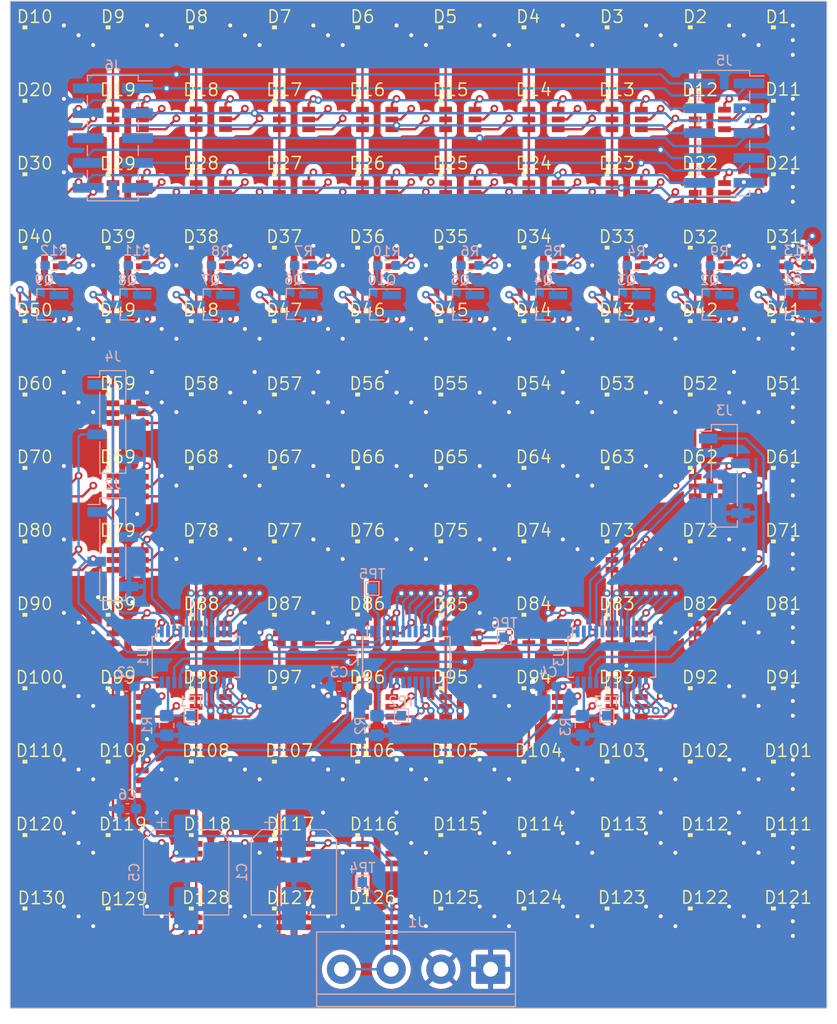
<source format=kicad_pcb>
(kicad_pcb (version 20221018) (generator pcbnew)
  (layers (0 "F.Cu" signal) (1 "In1.Cu" signal "SIG.IN1") (2 "In2.Cu" signal "SIG.IN2") (31 "B.Cu" signal) (34 "B.Paste" user) (35 "F.Paste" user) (36 "B.SilkS" user "B.Silkscreen") (37 "F.SilkS" user "F.Silkscreen") (38 "B.Mask" user) (39 "F.Mask" user) (44 "Edge.Cuts" user))
  (net 0 "")
  (net 1 "+5V")
  (net 2 "S_DATA")
  (net 3 "S_CLK")
  (net 4 "S_LE")
  (net 5 "SDO")
  (net 6 "Net-(U1-SDO)")
  (net 7 "Net-(U2-SDO)")
  (net 17 "/Led/R_Row0")
  (net 18 "/Led/G_Row0")
  (net 19 "/Led/B_Row0")
  (net 20 "Net-(D1-BK)")
  (net 21 "Net-(D102-BK)")
  (net 22 "Net-(D103-BK)")
  (net 23 "Net-(D104-BK)")
  (net 24 "Net-(D105-BK)")
  (net 25 "Net-(D106-BK)")
  (net 26 "Net-(D107-BK)")
  (net 27 "Net-(D108-BK)")
  (net 28 "Net-(D109-BK)")
  (net 29 "Net-(D10-BK)")
  (net 30 "/Led/R_Row1")
  (net 31 "/Led/G_Row1")
  (net 32 "/Led/B_Row1")
  (net 33 "/Led/R_Row2")
  (net 34 "/Led/G_Row2")
  (net 35 "/Led/B_Row2")
  (net 36 "/Led/R_Row3")
  (net 37 "/Led/G_Row3")
  (net 38 "/Led/B_Row3")
  (net 39 "/Led/R_Row4")
  (net 40 "/Led/G_Row4")
  (net 41 "/Led/B_Row4")
  (net 42 "/Led/R_Row5")
  (net 43 "/Led/G_Row5")
  (net 44 "/Led/B_Row5")
  (net 45 "/Led/R_Row6")
  (net 46 "/Led/G_Row6")
  (net 47 "/Led/B_Row6")
  (net 48 "/Led/R_Row7")
  (net 49 "/Led/G_Row7")
  (net 50 "/Led/B_Row7")
  (net 51 "/Led/R_Row8")
  (net 52 "/Led/G_Row8")
  (net 53 "/Led/B_Row8")
  (net 54 "/Led/R_Row9")
  (net 55 "/Led/G_Row9")
  (net 56 "/Led/B_Row9")
  (net 57 "/Led/R_Row10")
  (net 58 "/Led/G_Row10")
  (net 59 "/Led/B_Row10")
  (net 60 "/Led/R_Row11")
  (net 61 "/Led/G_Row11")
  (net 62 "/Led/B_Row11")
  (net 63 "/Led/R_Row12")
  (net 64 "/Led/G_Row12")
  (net 65 "/Led/B_Row12")
  (net 66 "/Led/Col9")
  (net 67 "/Led/Col8")
  (net 68 "/Led/Col7")
  (net 69 "/Led/Col6")
  (net 70 "/Led/Col4")
  (net 71 "/Led/Col5")
  (net 72 "/Led/Col1")
  (net 73 "/Led/Col0")
  (net 74 "/Led/Col2")
  (net 75 "/Led/Col3")
  (net 76 "Net-(Q1-G)")
  (net 77 "Net-(Q2-G)")
  (net 78 "Net-(Q3-G)")
  (net 79 "Net-(Q4-G)")
  (net 80 "Net-(Q5-G)")
  (net 81 "Net-(Q6-G)")
  (net 82 "Net-(Q7-G)")
  (net 83 "Net-(Q8-G)")
  (net 84 "Net-(Q9-G)")
  (net 85 "Net-(Q10-G)")
  (net 86 "/Logic/R_Rset")
  (net 87 "/Logic/R_Gset")
  (net 88 "/Logic/R_Bset")
  (net 89 "GND")
  (footprint "Footprint:3535_PLCC6" (layer "F.Cu") (at 171.0275 66.7)
    (fp_text reference "D42")
    (fp_text value "LED_RGB" hide)
  )
  (footprint "Footprint:3535_PLCC6" (layer "F.Cu") (at 120.0275 119.2)
    (fp_text reference "D118")
    (fp_text value "LED_RGB" hide)
  )
  (footprint "Footprint:3535_PLCC6" (layer "F.Cu") (at 154.0275 59.175)
    (fp_text reference "D34")
    (fp_text value "LED_RGB" hide)
  )
  (footprint "Footprint:3535_PLCC6" (layer "F.Cu") (at 179.5275 104.2)
    (fp_text reference "D91")
    (fp_text value "LED_RGB" hide)
  )
  (footprint "Footprint:3535_PLCC6" (layer "F.Cu") (at 128.5275 36.7)
    (fp_text reference "D7")
    (fp_text value "LED_RGB" hide)
  )
  (footprint "Footprint:3535_PLCC6" (layer "F.Cu") (at 103.0275 104.2)
    (fp_text reference "D100")
    (fp_text value "LED_RGB" hide)
  )
  (footprint "Footprint:3535_PLCC6" (layer "F.Cu") (at 179.5275 89.2)
    (fp_text reference "D71")
    (fp_text value "LED_RGB" hide)
  )
  (footprint "Footprint:3535_PLCC6" (layer "F.Cu") (at 179.5275 59.2)
    (fp_text reference "D31")
    (fp_text value "LED_RGB" hide)
  )
  (footprint "Footprint:3535_PLCC6" (layer "F.Cu") (at 137.0275 126.7)
    (fp_text reference "D126")
    (fp_text value "LED_RGB" hide)
  )
  (footprint "Footprint:3535_PLCC6" (layer "F.Cu") (at 145.5275 96.7)
    (fp_text reference "D85")
    (fp_text value "LED_RGB" hide)
  )
  (footprint "Footprint:3535_PLCC6" (layer "F.Cu") (at 162.5275 36.7)
    (fp_text reference "D3")
    (fp_text value "LED_RGB" hide)
  )
  (footprint "Footprint:3535_PLCC6" (layer "F.Cu") (at 145.5275 51.7)
    (fp_text reference "D25")
    (fp_text value "LED_RGB" hide)
  )
  (footprint "Footprint:3535_PLCC6" (layer "F.Cu") (at 137.0275 51.7)
    (fp_text reference "D26")
    (fp_text value "LED_RGB" hide)
  )
  (footprint "Footprint:3535_PLCC6" (layer "F.Cu") (at 145.5275 44.2)
    (fp_text reference "D15")
    (fp_text value "LED_RGB" hide)
  )
  (footprint "Footprint:3535_PLCC6" (layer "F.Cu") (at 171.0275 119.2)
    (fp_text reference "D112")
    (fp_text value "LED_RGB" hide)
  )
  (footprint "Footprint:3535_PLCC6" (layer "F.Cu") (at 103.0275 81.7)
    (fp_text reference "D70")
    (fp_text value "LED_RGB" hide)
  )
  (footprint "Footprint:3535_PLCC6" (layer "F.Cu") (at 162.5275 81.7)
    (fp_text reference "D63")
    (fp_text value "LED_RGB" hide)
  )
  (footprint "Footprint:3535_PLCC6" (layer "F.Cu") (at 128.5275 89.2)
    (fp_text reference "D77")
    (fp_text value "LED_RGB" hide)
  )
  (footprint "Footprint:3535_PLCC6" (layer "F.Cu") (at 179.5275 111.7)
    (fp_text reference "D101")
    (fp_text value "LED_RGB" hide)
  )
  (footprint "Footprint:3535_PLCC6" (layer "F.Cu") (at 171.0275 104.2)
    (fp_text reference "D92")
    (fp_text value "LED_RGB" hide)
  )
  (footprint "Footprint:3535_PLCC6" (layer "F.Cu") (at 154.0275 111.7)
    (fp_text reference "D104")
    (fp_text value "LED_RGB" hide)
  )
  (footprint "Footprint:3535_PLCC6" (layer "F.Cu") (at 103.0275 111.7)
    (fp_text reference "D110")
    (fp_text value "LED_RGB" hide)
  )
  (footprint "Footprint:3535_PLCC6" (layer "F.Cu") (at 128.5275 81.7)
    (fp_text reference "D67")
    (fp_text value "LED_RGB" hide)
  )
  (footprint "Footprint:3535_PLCC6" (layer "F.Cu") (at 120.0275 51.7)
    (fp_text reference "D28")
    (fp_text value "LED_RGB" hide)
  )
  (footprint "Footprint:3535_PLCC6" (layer "F.Cu") (at 120.0275 44.175)
    (fp_text reference "D18")
    (fp_text value "LED_RGB" hide)
  )
  (footprint "Footprint:3535_PLCC6" (layer "F.Cu") (at 145.5275 89.2)
    (fp_text reference "D75")
    (fp_text value "LED_RGB" hide)
  )
  (footprint "Footprint:3535_PLCC6" (layer "F.Cu") (at 128.5275 96.7)
    (fp_text reference "D87")
    (fp_text value "LED_RGB" hide)
  )
  (footprint "Footprint:3535_PLCC6" (layer "F.Cu") (at 120.0275 96.7)
    (fp_text reference "D88")
    (fp_text value "LED_RGB" hide)
  )
  (footprint "Footprint:3535_PLCC6" (layer "F.Cu") (at 145.5275 36.7)
    (fp_text reference "D5")
    (fp_text value "LED_RGB" hide)
  )
  (footprint "Footprint:3535_PLCC6" (layer "F.Cu") (at 103.0275 89.2)
    (fp_text reference "D80")
    (fp_text value "LED_RGB" hide)
  )
  (footprint "Footprint:3535_PLCC6" (layer "F.Cu") (at 154.0275 126.7)
    (fp_text reference "D124")
    (fp_text value "LED_RGB" hide)
  )
  (footprint "Footprint:3535_PLCC6" (layer "F.Cu") (at 162.5275 59.2)
    (fp_text reference "D33")
    (fp_text value "LED_RGB" hide)
  )
  (footprint "Footprint:3535_PLCC6" (layer "F.Cu") (at 120.0275 111.675)
    (fp_text reference "D108")
    (fp_text value "LED_RGB" hide)
  )
  (footprint "Footprint:3535_PLCC6" (layer "F.Cu") (at 154.0275 119.2)
    (fp_text reference "D114")
    (fp_text value "LED_RGB" hide)
  )
  (footprint "Footprint:3535_PLCC6" (layer "F.Cu") (at 103.0275 74.2)
    (fp_text reference "D60")
    (fp_text value "LED_RGB" hide)
  )
  (footprint "Footprint:3535_PLCC6" (layer "F.Cu") (at 120.0275 66.7)
    (fp_text reference "D48")
    (fp_text value "LED_RGB" hide)
  )
  (footprint "Footprint:3535_PLCC6" (layer "F.Cu") (at 171.0275 51.7)
    (fp_text reference "D22")
    (fp_text value "LED_RGB" hide)
  )
  (footprint "Footprint:3535_PLCC6" (layer "F.Cu") (at 111.5275 126.7)
    (fp_text reference "D129")
    (fp_text value "LED_RGB" hide)
  )
  (footprint "Footprint:3535_PLCC6" (layer "F.Cu") (at 137.0275 119.2)
    (fp_text reference "D116")
    (fp_text value "LED_RGB" hide)
  )
  (footprint "Footprint:3535_PLCC6" (layer "F.Cu") (at 111.5275 81.7)
    (fp_text reference "D69")
    (fp_text value "LED_RGB" hide)
  )
  (footprint "Footprint:3535_PLCC6" (layer "F.Cu") (at 179.5275 126.7)
    (fp_text reference "D121")
    (fp_text value "LED_RGB" hide)
  )
  (footprint "Footprint:3535_PLCC6" (layer "F.Cu") (at 137.0275 66.7)
    (fp_text reference "D46")
    (fp_text value "LED_RGB" hide)
  )
  (footprint "Footprint:3535_PLCC6" (layer "F.Cu") (at 171.0275 36.7)
    (fp_text reference "D2")
    (fp_text value "LED_RGB" hide)
  )
  (footprint "Footprint:3535_PLCC6" (layer "F.Cu") (at 162.5275 119.2)
    (fp_text reference "D113")
    (fp_text value "LED_RGB" hide)
  )
  (footprint "Footprint:3535_PLCC6" (layer "F.Cu") (at 111.5275 111.7)
    (fp_text reference "D109")
    (fp_text value "LED_RGB" hide)
  )
  (footprint "Footprint:3535_PLCC6" (layer "F.Cu") (at 145.5275 126.7)
    (fp_text reference "D125")
    (fp_text value "LED_RGB" hide)
  )
  (footprint "Footprint:3535_PLCC6" (layer "F.Cu") (at 171.0275 111.7)
    (fp_text reference "D102")
    (fp_text value "LED_RGB" hide)
  )
  (footprint "Footprint:3535_PLCC6" (layer "F.Cu") (at 137.0275 36.7)
    (fp_text reference "D6")
    (fp_text value "LED_RGB" hide)
  )
  (footprint "Footprint:3535_PLCC6" (layer "F.Cu") (at 128.5275 126.7)
    (fp_text reference "D127")
    (fp_text value "LED_RGB" hide)
  )
  (footprint "Footprint:3535_PLCC6" (layer "F.Cu") (at 120.0275 59.2)
    (fp_text reference "D38")
    (fp_text value "LED_RGB" hide)
  )
  (footprint "Footprint:3535_PLCC6" (layer "F.Cu") (at 162.5275 126.7)
    (fp_text reference "D123")
    (fp_text value "LED_RGB" hide)
  )
  (footprint "Footprint:3535_PLCC6" (layer "F.Cu") (at 179.5275 96.675)
    (fp_text reference "D81")
    (fp_text value "LED_RGB" hide)
  )
  (footprint "Footprint:3535_PLCC6" (layer "F.Cu") (at 103.0275 59.2)
    (fp_text reference "D40")
    (fp_text value "LED_RGB" hide)
  )
  (footprint "Footprint:3535_PLCC6" (layer "F.Cu") (at 128.5275 66.7)
    (fp_text reference "D47")
    (fp_text value "LED_RGB" hide)
  )
  (footprint "Footprint:3535_PLCC6" (layer "F.Cu") (at 145.5275 74.2)
    (fp_text reference "D55")
    (fp_text value "LED_RGB" hide)
  )
  (footprint "Footprint:3535_PLCC6" (layer "F.Cu") (at 128.5275 104.175)
    (fp_text reference "D97")
    (fp_text value "LED_RGB" hide)
  )
  (footprint "Footprint:3535_PLCC6" (layer "F.Cu") (at 154.0275 66.7)
    (fp_text reference "D44")
    (fp_text value "LED_RGB" hide)
  )
  (footprint "Footprint:3535_PLCC6" (layer "F.Cu") (at 111.5275 89.2)
    (fp_text reference "D79")
    (fp_text value "LED_RGB" hide)
  )
  (footprint "Footprint:3535_PLCC6" (layer "F.Cu") (at 154.0275 81.7)
    (fp_text reference "D64")
    (fp_text value "LED_RGB" hide)
  )
  (footprint "Footprint:3535_PLCC6" (layer "F.Cu") (at 171.0275 96.7)
    (fp_text reference "D82")
    (fp_text value "LED_RGB" hide)
  )
  (footprint "Footprint:3535_PLCC6" (layer "F.Cu") (at 103.0275 51.7)
    (fp_text reference "D30")
    (fp_text value "LED_RGB" hide)
  )
  (footprint "Footprint:3535_PLCC6" (layer "F.Cu") (at 154.0275 89.2)
    (fp_text reference "D74")
    (fp_text value "LED_RGB" hide)
  )
  (footprint "Footprint:3535_PLCC6" (layer "F.Cu") (at 137.0275 111.7)
    (fp_text reference "D106")
    (fp_text value "LED_RGB" hide)
  )
  (footprint "Footprint:3535_PLCC6" (layer "F.Cu") (at 154.0275 44.2)
    (fp_text reference "D14")
    (fp_text value "LED_RGB" hide)
  )
  (footprint "Footprint:3535_PLCC6" (layer "F.Cu") (at 120.0275 104.2)
    (fp_text reference "D98")
    (fp_text value "LED_RGB" hide)
  )
  (footprint "Footprint:3535_PLCC6" (layer "F.Cu") (at 111.5275 104.2)
    (fp_text reference "D99")
    (fp_text value "LED_RGB" hide)
  )
  (footprint "Footprint:3535_PLCC6" (layer "F.Cu") (at 137.0275 89.2)
    (fp_text reference "D76")
    (fp_text value "LED_RGB" hide)
  )
  (footprint "Footprint:3535_PLCC6" (layer "F.Cu") (at 111.5275 36.7)
    (fp_text reference "D9")
    (fp_text value "LED_RGB" hide)
  )
  (footprint "Footprint:3535_PLCC6" (layer "F.Cu") (at 162.5275 44.2)
    (fp_text reference "D13")
    (fp_text value "LED_RGB" hide)
  )
  (footprint "Footprint:3535_PLCC6" (layer "F.Cu") (at 145.5275 66.7)
    (fp_text reference "D45")
    (fp_text value "LED_RGB" hide)
  )
  (footprint "Footprint:3535_PLCC6" (layer "F.Cu") (at 137.0275 74.2)
    (fp_text reference "D56")
    (fp_text value "LED_RGB" hide)
  )
  (footprint "Footprint:3535_PLCC6" (layer "F.Cu") (at 120.0275 126.7)
    (fp_text reference "D128")
    (fp_text value "LED_RGB" hide)
  )
  (footprint "Footprint:3535_PLCC6" (layer "F.Cu") (at 154.0275 36.7)
    (fp_text reference "D4")
    (fp_text value "LED_RGB" hide)
  )
  (footprint "Footprint:3535_PLCC6" (layer "F.Cu") (at 154.0275 96.7)
    (fp_text reference "D84")
    (fp_text value "LED_RGB" hide)
  )
  (footprint "Footprint:3535_PLCC6" (layer "F.Cu") (at 145.5275 81.7)
    (fp_text reference "D65")
    (fp_text value "LED_RGB" hide)
  )
  (footprint "Footprint:3535_PLCC6" (layer "F.Cu") (at 179.5275 36.7)
    (fp_text reference "D1")
    (fp_text value "LED_RGB" hide)
  )
  (footprint "Footprint:3535_PLCC6" (layer "F.Cu") (at 171.0275 44.2)
    (fp_text reference "D12")
    (fp_text value "LED_RGB" hide)
  )
  (footprint "Footprint:3535_PLCC6" (layer "F.Cu") (at 179.5275 119.2)
    (fp_text reference "D111")
    (fp_text value "LED_RGB" hide)
  )
  (footprint "Footprint:3535_PLCC6" (layer "F.Cu") (at 111.5275 96.7)
    (fp_text reference "D89")
    (fp_text value "LED_RGB" hide)
  )
  (footprint "Footprint:3535_PLCC6" (layer "F.Cu") (at 111.5275 51.7)
    (fp_text reference "D29")
    (fp_text value "LED_RGB" hide)
  )
  (footprint "Footprint:3535_PLCC6" (layer "F.Cu") (at 137.0275 59.2)
    (fp_text reference "D36")
    (fp_text value "LED_RGB" hide)
  )
  (footprint "Footprint:3535_PLCC6" (layer "F.Cu") (at 162.5275 96.7)
    (fp_text reference "D83")
    (fp_text value "LED_RGB" hide)
  )
  (footprint "Footprint:3535_PLCC6" (layer "F.Cu") (at 103.0275 126.7)
    (fp_text reference "D130")
    (fp_text value "LED_RGB" hide)
  )
  (footprint "Footprint:3535_PLCC6" (layer "F.Cu") (at 111.5275 74.2)
    (fp_text reference "D59")
    (fp_text value "LED_RGB" hide)
  )
  (footprint "Footprint:3535_PLCC6" (layer "F.Cu") (at 137.0275 81.7)
    (fp_text reference "D66")
    (fp_text value "LED_RGB" hide)
  )
  (footprint "Footprint:3535_PLCC6" (layer "F.Cu") (at 128.5275 59.2)
    (fp_text reference "D37")
    (fp_text value "LED_RGB" hide)
  )
  (footprint "Footprint:3535_PLCC6" (layer "F.Cu") (at 162.5275 104.2)
    (fp_text reference "D93")
    (fp_text value "LED_RGB" hide)
  )
  (footprint "Footprint:3535_PLCC6" (layer "F.Cu") (at 137.0275 44.2)
    (fp_text reference "D16")
    (fp_text value "LED_RGB" hide)
  )
  (footprint "Footprint:3535_PLCC6" (layer "F.Cu") (at 111.5275 66.7)
    (fp_text reference "D49")
    (fp_text value "LED_RGB" hide)
  )
  (footprint "Footprint:3535_PLCC6" (layer "F.Cu") (at 128.5275 119.2)
    (fp_text reference "D117")
    (fp_text value "LED_RGB" hide)
  )
  (footprint "Footprint:3535_PLCC6" (layer "F.Cu") (at 154.0275 51.7)
    (fp_text reference "D24")
    (fp_text value "LED_RGB" hide)
  )
  (footprint "Footprint:3535_PLCC6" (layer "F.Cu") (at 171.0275 89.2)
    (fp_text reference "D72")
    (fp_text value "LED_RGB" hide)
  )
  (footprint "Footprint:3535_PLCC6" (layer "F.Cu") (at 162.5275 111.7)
    (fp_text reference "D103")
    (fp_text value "LED_RGB" hide)
  )
  (footprint "Footprint:3535_PLCC6" (layer "F.Cu") (at 120.0275 81.7)
    (fp_text reference "D68")
    (fp_text value "LED_RGB" hide)
  )
  (footprint "Footprint:3535_PLCC6" (layer "F.Cu") (at 179.5275 74.2)
    (fp_text reference "D51")
    (fp_text value "LED_RGB" hide)
  )
  (footprint "Footprint:3535_PLCC6" (layer "F.Cu") (at 103.0275 119.2)
    (fp_text reference "D120")
    (fp_text value "LED_RGB" hide)
  )
  (footprint "Footprint:3535_PLCC6" (layer "F.Cu") (at 162.5275 66.675)
    (fp_text reference "D43")
    (fp_text value "LED_RGB" hide)
  )
  (footprint "Footprint:3535_PLCC6" (layer "F.Cu") (at 111.5275 59.2)
    (fp_text reference "D39")
    (fp_text value "LED_RGB" hide)
  )
  (footprint "Footprint:3535_PLCC6" (layer "F.Cu") (at 162.5275 74.2)
    (fp_text reference "D53")
    (fp_text value "LED_RGB" hide)
  )
  (footprint "Footprint:3535_PLCC6" (layer "F.Cu") (at 154.0275 104.2)
    (fp_text reference "D94")
    (fp_text value "LED_RGB" hide)
  )
  (footprint "Footprint:3535_PLCC6" (layer "F.Cu") (at 179.5275 66.7)
    (fp_text reference "D41")
    (fp_text value "LED_RGB" hide)
  )
  (footprint "Footprint:3535_PLCC6" (layer "F.Cu") (at 111.5275 119.2)
    (fp_text reference "D119")
    (fp_text value "LED_RGB" hide)
  )
  (footprint "Footprint:3535_PLCC6" (layer "F.Cu") (at 120.0275 89.2)
    (fp_text reference "D78")
    (fp_text value "LED_RGB" hide)
  )
  (footprint "Footprint:3535_PLCC6" (layer "F.Cu") (at 171.0275 59.2)
    (fp_text reference "D32")
    (fp_text value "LED_RGB" hide)
  )
  (footprint "Footprint:3535_PLCC6" (layer "F.Cu") (at 128.5275 111.7)
    (fp_text reference "D107")
    (fp_text value "LED_RGB" hide)
  )
  (footprint "Footprint:3535_PLCC6" (layer "F.Cu") (at 171.0275 126.7)
    (fp_text reference "D122")
    (fp_text value "LED_RGB" hide)
  )
  (footprint "Footprint:3535_PLCC6" (layer "F.Cu") (at 179.5275 51.7)
    (fp_text reference "D21")
    (fp_text value "LED_RGB" hide)
  )
  (footprint "Footprint:3535_PLCC6" (layer "F.Cu") (at 128.5275 74.2)
    (fp_text reference "D57")
    (fp_text value "LED_RGB" hide)
  )
  (footprint "Footprint:3535_PLCC6" (layer "F.Cu") (at 145.5275 104.2)
    (fp_text reference "D95")
    (fp_text value "LED_RGB" hide)
  )
  (footprint "Footprint:3535_PLCC6" (layer "F.Cu") (at 103.0275 44.2)
    (fp_text reference "D20")
    (fp_text value "LED_RGB" hide)
  )
  (footprint "Footprint:3535_PLCC6" (layer "F.Cu") (at 103.0275 36.7)
    (fp_text reference "D10")
    (fp_text value "LED_RGB" hide)
  )
  (footprint "Footprint:3535_PLCC6" (layer "F.Cu") (at 120.0275 74.175)
    (fp_text reference "D58")
    (fp_text value "LED_RGB" hide)
  )
  (footprint "Footprint:3535_PLCC6" (layer "F.Cu") (at 145.5275 59.2)
    (fp_text reference "D35")
    (fp_text value "LED_RGB" hide)
  )
  (footprint "Footprint:3535_PLCC6" (layer "F.Cu") (at 145.5275 119.2)
    (fp_text reference "D115")
    (fp_text value "LED_RGB" hide)
  )
  (footprint "Footprint:3535_PLCC6" (layer "F.Cu") (at 145.5275 111.7)
    (fp_text reference "D105")
    (fp_text value "LED_RGB" hide)
  )
  (footprint "Footprint:3535_PLCC6" (layer "F.Cu") (at 128.5275 51.7)
    (fp_text reference "D27")
    (fp_text value "LED_RGB" hide)
  )
  (footprint "Footprint:3535_PLCC6" (layer "F.Cu") (at 137.0275 104.2)
    (fp_text reference "D96")
    (fp_text value "LED_RGB" hide)
  )
  (footprint "Footprint:3535_PLCC6" (layer "F.Cu") (at 111.5275 44.2)
    (fp_text reference "D19")
    (fp_text value "LED_RGB" hide)
  )
  (footprint "Footprint:3535_PLCC6" (layer "F.Cu") (at 137.0275 96.675)
    (fp_text reference "D86")
    (fp_text value "LED_RGB" hide)
  )
  (footprint "Footprint:3535_PLCC6" (layer "F.Cu") (at 103.0275 96.7)
    (fp_text reference "D90")
    (fp_text value "LED_RGB" hide)
  )
  (footprint "Footprint:3535_PLCC6" (layer "F.Cu") (at 179.5275 44.2)
    (fp_text reference "D11")
    (fp_text value "LED_RGB" hide)
  )
  (footprint "Footprint:3535_PLCC6" (layer "F.Cu") (at 154.0275 74.175)
    (fp_text reference "D54")
    (fp_text value "LED_RGB" hide)
  )
  (footprint "Footprint:3535_PLCC6" (layer "F.Cu") (at 128.5275 44.2)
    (fp_text reference "D17")
    (fp_text value "LED_RGB" hide)
  )
  (footprint "Footprint:3535_PLCC6" (layer "F.Cu") (at 120.0275 36.7)
    (fp_text reference "D8")
    (fp_text value "LED_RGB" hide)
  )
  (footprint "Footprint:3535_PLCC6" (layer "F.Cu") (at 162.5275 51.7)
    (fp_text reference "D23")
    (fp_text value "LED_RGB" hide)
  )
  (footprint "Footprint:3535_PLCC6" (layer "F.Cu") (at 162.5275 89.2)
    (fp_text reference "D73")
    (fp_text value "LED_RGB" hide)
  )
  (footprint "Footprint:3535_PLCC6" (layer "F.Cu") (at 171.0275 74.2)
    (fp_text reference "D52")
    (fp_text value "LED_RGB" hide)
  )
  (footprint "Footprint:3535_PLCC6" (layer "F.Cu") (at 179.5275 81.7)
    (fp_text reference "D61")
    (fp_text value "LED_RGB" hide)
  )
  (footprint "Footprint:3535_PLCC6" (layer "F.Cu") (at 103.0275 66.7)
    (fp_text reference "D50")
    (fp_text value "LED_RGB" hide)
  )
  (footprint "Footprint:3535_PLCC6" (layer "F.Cu") (at 171.0275 81.7)
    (fp_text reference "D62")
    (fp_text value "LED_RGB" hide)
  )
  (footprint "Resistor_SMD:R_0805_2012Metric_Pad1.20x1.40mm_HandSolder" (layer "B.Cu") (at 117.0075 107.1 -90)
    (fp_text reference "R1")
    (fp_text value "R_red")
  )
  (footprint "TestPoint:TestPoint_Pad_1.0x1.0mm" (layer "B.Cu") (at 119.5075 106.1 180)
    (fp_text reference "TP1")
    (fp_text value "TestPoint")
  )
  (footprint "Package_SO:SSOP-24_3.9x8.7mm_P0.635mm" (layer "B.Cu") (at 162.5075 100.1 -90)
    (fp_text reference "U3")
    (fp_text value "SM16206")
  )
  (footprint "Package_SO:SSOP-24_3.9x8.7mm_P0.635mm" (layer "B.Cu") (at 120.0075 100.1 -90)
    (fp_text reference "U1")
    (fp_text value "SM16206")
  )
  (footprint "TestPoint:TestPoint_Pad_1.0x1.0mm" (layer "B.Cu") (at 162.0075 106.1 180)
    (fp_text reference "TP3")
    (fp_text value "TestPoint")
  )
  (footprint "Connector_PinHeader_2.54mm:PinHeader_2x05_P2.54mm_Vertical_SMD" (layer "B.Cu") (at 111.5075 47.1 180)
    (fp_text reference "J6")
    (fp_text value "INPUT")
  )
  (footprint "Capacitor_SMD:C_0603_1608Metric_Pad1.08x0.95mm_HandSolder" (layer "B.Cu") (at 156.0075 103.1 180)
    (fp_text reference "C4")
    (fp_text value "100n")
  )
  (footprint "Package_TO_SOT_SMD:SOT-23_Handsoldering" (layer "B.Cu") (at 138.5075 64.1 180)
    (fp_text reference "Q10")
    (fp_text value "PMV45EN2R")
  )
  (footprint "Resistor_SMD:R_0603_1608Metric_Pad0.98x0.95mm_HandSolder" (layer "B.Cu") (at 114.0075 60.1)
    (fp_text reference "R11")
    (fp_text value "100")
  )
  (footprint "Resistor_SMD:R_0603_1608Metric_Pad0.98x0.95mm_HandSolder" (layer "B.Cu") (at 122.5075 60.1 180)
    (fp_text reference "R8")
    (fp_text value "100")
  )
  (footprint "Resistor_SMD:R_0603_1608Metric_Pad0.98x0.95mm_HandSolder" (layer "B.Cu") (at 139.5075 60.1 180)
    (fp_text reference "R10")
    (fp_text value "100")
  )
  (footprint "Resistor_SMD:R_0603_1608Metric_Pad0.98x0.95mm_HandSolder" (layer "B.Cu") (at 105.5075 60.1)
    (fp_text reference "R12")
    (fp_text value "100")
  )
  (footprint "Capacitor_SMD:C_0603_1608Metric_Pad1.08x0.95mm_HandSolder" (layer "B.Cu") (at 134.645 103.1 180)
    (fp_text reference "C3")
    (fp_text value "100n")
  )
  (footprint "Capacitor_SMD:C_0603_1608Metric_Pad1.08x0.95mm_HandSolder" (layer "B.Cu") (at 112.87 103.1 180)
    (fp_text reference "C2")
    (fp_text value "100n")
  )
  (footprint "Package_TO_SOT_SMD:SOT-23_Handsoldering" (layer "B.Cu") (at 164.0075 64.1 180)
    (fp_text reference "Q3")
    (fp_text value "PMV45EN2R")
  )
  (footprint "Package_SO:SSOP-24_3.9x8.7mm_P0.635mm" (layer "B.Cu") (at 141.5075 100.1 -90)
    (fp_text reference "U2")
    (fp_text value "SM16206")
  )
  (footprint "Package_TO_SOT_SMD:SOT-23_Handsoldering" (layer "B.Cu") (at 104.5075 64.1 180)
    (fp_text reference "Q9")
    (fp_text value "PMV45EN2R")
  )
  (footprint "Resistor_SMD:R_0603_1608Metric_Pad0.98x0.95mm_HandSolder" (layer "B.Cu") (at 156.5075 60.1 180)
    (fp_text reference "R5")
    (fp_text value "100")
  )
  (footprint "TestPoint:TestPoint_Pad_1.0x1.0mm" (layer "B.Cu") (at 137.0075 123.1 180)
    (fp_text reference "TP4")
    (fp_text value "TestPoint")
  )
  (footprint "Resistor_SMD:R_0603_1608Metric_Pad0.98x0.95mm_HandSolder" (layer "B.Cu") (at 181.5075 60.1 180)
    (fp_text reference "R13")
    (fp_text value "100")
  )
  (footprint "Resistor_SMD:R_0603_1608Metric_Pad0.98x0.95mm_HandSolder" (layer "B.Cu") (at 173.5075 60.1 180)
    (fp_text reference "R9")
    (fp_text value "100")
  )
  (footprint "Package_TO_SOT_SMD:SOT-23_Handsoldering" (layer "B.Cu") (at 121.5075 64.1 180)
    (fp_text reference "Q7")
    (fp_text value "PMV45EN2R")
  )
  (footprint "Resistor_SMD:R_0805_2012Metric_Pad1.20x1.40mm_HandSolder" (layer "B.Cu") (at 159.5075 107.1 -90)
    (fp_text reference "R3")
    (fp_text value "R_blue")
  )
  (footprint "TestPoint:TestPoint_Pad_1.0x1.0mm" (layer "B.Cu") (at 141.0075 106.1 180)
    (fp_text reference "TP2")
    (fp_text value "TestPoint")
  )
  (footprint "Connector_PinHeader_2.54mm:PinHeader_2x05_P2.54mm_Vertical_SMD" (layer "B.Cu") (at 174.0075 46.6 180)
    (fp_text reference "J5")
    (fp_text value "OUTPUT")
  )
  (footprint "Connector_PinSocket_2.54mm:PinSocket_1x04_P2.54mm_Vertical_SMD_Pin1Right" (layer "B.Cu") (at 111.5075 89.1 180)
    (fp_text reference "J2")
    (fp_text value "DATA IN")
  )
  (footprint "Package_TO_SOT_SMD:SOT-23_Handsoldering" (layer "B.Cu") (at 181.0075 64.1 180)
    (fp_text reference "Q1")
    (fp_text value "PMV45EN2R")
  )
  (footprint "TestPoint:TestPoint_Pad_1.0x1.0mm" (layer "B.Cu") (at 138.0075 93.1 180)
    (fp_text reference "TP5")
    (fp_text value "TestPoint")
  )
  (footprint "Package_TO_SOT_SMD:SOT-23_Handsoldering" (layer "B.Cu") (at 172.5075 64.1 180)
    (fp_text reference "Q2")
    (fp_text value "PMV45EN2R")
  )
  (footprint "Resistor_SMD:R_0603_1608Metric_Pad0.98x0.95mm_HandSolder" (layer "B.Cu") (at 148.0075 60.1 180)
    (fp_text reference "R6")
    (fp_text value "100")
  )
  (footprint "Resistor_SMD:R_0805_2012Metric_Pad1.20x1.40mm_HandSolder" (layer "B.Cu") (at 138.5075 107.1 -90)
    (fp_text reference "R2")
    (fp_text value "R_green")
  )
  (footprint "Capacitor_SMD:CP_Elec_8x10.5" (layer "B.Cu") (at 119.0075 122.1 -90)
    (fp_text reference "C5")
    (fp_text value "220u")
  )
  (footprint "Package_TO_SOT_SMD:SOT-23_Handsoldering" (layer "B.Cu") (at 155.5075 64.1 180)
    (fp_text reference "Q4")
    (fp_text value "PMV45EN2R")
  )
  (footprint "Package_TO_SOT_SMD:SOT-23_Handsoldering" (layer "B.Cu") (at 147.0075 64.1 180)
    (fp_text reference "Q5")
    (fp_text value "PMV45EN2R")
  )
  (footprint "Connector_PinSocket_2.54mm:PinSocket_1x04_P2.54mm_Vertical_SMD_Pin1Right" (layer "B.Cu") (at 111.5075 76.1 180)
    (fp_text reference "J4")
    (fp_text value "Serial_BUS")
  )
  (footprint "Capacitor_SMD:C_0603_1608Metric_Pad1.08x0.95mm_HandSolder" (layer "B.Cu") (at 113.0075 115.6 180)
    (fp_text reference "C6")
    (fp_text value "100n")
  )
  (footprint "Package_TO_SOT_SMD:SOT-23_Handsoldering" (layer "B.Cu") (at 130.0075 64.05 180)
    (fp_text reference "Q6")
    (fp_text value "PMV45EN2R")
  )
  (footprint "Resistor_SMD:R_0603_1608Metric_Pad0.98x0.95mm_HandSolder" (layer "B.Cu") (at 165.0075 60.1 180)
    (fp_text reference "R4")
    (fp_text value "100")
  )
  (footprint "TestPoint:TestPoint_Pad_1.0x1.0mm" (layer "B.Cu") (at 151.5075 98.1 180)
    (fp_text reference "TP6")
    (fp_text value "TestPoint")
  )
  (footprint "Connector_PinSocket_2.54mm:PinSocket_1x04_P2.54mm_Vertical_SMD_Pin1Right" (layer "B.Cu") (at 174.0075 81.6 180)
    (fp_text reference "J3")
    (fp_text value "DATA OUT")
  )
  (footprint "TerminalBlock:TerminalBlock_bornier-4_P5.08mm" (layer "B.Cu") (at 150.12 132 180)
    (fp_text reference "J1")
    (fp_text value "POWER")
  )
  (footprint "Package_TO_SOT_SMD:SOT-23_Handsoldering" (layer "B.Cu") (at 113.0075 64.1 180)
    (fp_text reference "Q8")
    (fp_text value "PMV45EN2R")
  )
  (footprint "Resistor_SMD:R_0603_1608Metric_Pad0.98x0.95mm_HandSolder" (layer "B.Cu") (at 131.0075 60.1 180)
    (fp_text reference "R7")
    (fp_text value "100")
  )
  (footprint "Capacitor_SMD:CP_Elec_8x10.5" (layer "B.Cu") (at 130.0075 122.1 -90)
    (fp_text reference "C1")
    (fp_text value "220u")
  )
  (gr_rect (start 101.0075 33.1) (end 184.5 136) (stroke (width 0.1)) (fill none) (layer "Edge.Cuts"))
  (segment (start 120.0075 109.6) (end 132.0075 109.6) (width 0.25) (layer "B.Cu") (net 1))
  (segment (start 119.0075 118.4) (end 115.67 118.4) (width 0.25) (layer "B.Cu") (net 1))
  (segment (start 113.7325 103.1) (end 113.7325 112.6) (width 0.25) (layer "B.Cu") (net 1))
  (segment (start 153.0075 109.6) (end 156.87 105.7375) (width 0.25) (layer "B.Cu") (net 1))
  (segment (start 159.015 102.7) (end 157.27 102.7) (width 0.25) (layer "B.Cu") (net 1))
  (segment (start 139.9875 131.9725) (end 139.9875 126.6) (width 0.25) (layer "B.Cu") (net 1))
  (segment (start 139.9875 126.6) (end 139.9875 121.08) (width 0.25) (layer "B.Cu") (net 1))
  (segment (start 116.7325 109.6) (end 120.0075 109.6) (width 0.25) (layer "B.Cu") (net 1))
  (segment (start 132.0075 109.6) (end 153.0075 109.6) (width 0.25) (layer "B.Cu") (net 1))
  (segment (start 137.0075 123.1) (end 139.9875 126.08) (width 0.25) (layer "B.Cu") (net 1))
  (segment (start 130.7075 119.1) (end 130.0075 118.4) (width 0.25) (layer "B.Cu") (net 1))
  (segment (start 135.5075 103.1) (end 135.5075 106.1) (width 0.25) (layer "B.Cu") (net 1))
  (segment (start 139.9875 126.08) (end 139.9875 126.6) (width 0.25) (layer "B.Cu") (net 1))
  (segment (start 130.0075 118.4) (end 119.0075 118.4) (width 0.25) (layer "B.Cu") (net 1))
  (segment (start 139.96 132) (end 139.9875 131.9725) (width 0.25) (layer "B.Cu") (net 1))
  (segment (start 139.9875 121.08) (end 138.0075 119.1) (width 0.25) (layer "B.Cu") (net 1))
  (segment (start 113.87 116.6) (end 115.67 118.4) (width 0.25) (layer "B.Cu") (net 1))
  (segment (start 157.27 102.7) (end 156.87 103.1) (width 0.25) (layer "B.Cu") (net 1))
  (segment (start 134.88 132) (end 139.96 132) (width 0.25) (layer "B.Cu") (net 1))
  (segment (start 135.9075 102.7) (end 135.5075 103.1) (width 0.25) (layer "B.Cu") (net 1))
  (segment (start 135.5075 106.1) (end 132.0075 109.6) (width 0.25) (layer "B.Cu") (net 1))
  (segment (start 116.515 102.7) (end 114.1325 102.7) (width 0.25) (layer "B.Cu") (net 1))
  (segment (start 113.7325 115.4625) (end 113.87 115.6) (width 0.25) (layer "B.Cu") (net 1))
  (segment (start 156.87 105.7375) (end 156.87 103.1) (width 0.25) (layer "B.Cu") (net 1))
  (segment (start 113.87 115.6) (end 113.87 116.6) (width 0.25) (layer "B.Cu") (net 1))
  (segment (start 138.0075 119.1) (end 130.7075 119.1) (width 0.25) (layer "B.Cu") (net 1))
  (segment (start 138.015 102.7) (end 135.9075 102.7) (width 0.25) (layer "B.Cu") (net 1))
  (segment (start 113.7325 112.6) (end 113.7325 115.4625) (width 0.25) (layer "B.Cu") (net 1))
  (segment (start 114.1325 102.7) (end 113.7325 103.1) (width 0.25) (layer "B.Cu") (net 1))
  (segment (start 113.7325 112.6) (end 116.7325 109.6) (width 0.25) (layer "B.Cu") (net 1))
  (segment (start 117.15 96.685) (end 117.15 97.5) (width 0.25) (layer "B.Cu") (net 2))
  (segment (start 111.5075 72.6) (end 111.5075 84.6) (width 0.25) (layer "B.Cu") (net 2))
  (segment (start 116.065 95.6) (end 117.15 96.685) (width 0.25) (layer "B.Cu") (net 2))
  (segment (start 109.8575 72.29) (end 111.1975 72.29) (width 0.25) (layer "B.Cu") (net 2))
  (segment (start 112.5075 95.6) (end 116.065 95.6) (width 0.25) (layer "B.Cu") (net 2))
  (segment (start 110.6975 85.29) (end 111.5075 86.1) (width 0.25) (layer "B.Cu") (net 2))
  (segment (start 109.8575 85.29) (end 110.6975 85.29) (width 0.25) (layer "B.Cu") (net 2))
  (segment (start 110.8175 85.29) (end 109.8575 85.29) (width 0.25) (layer "B.Cu") (net 2))
  (segment (start 111.5075 84.6) (end 110.8175 85.29) (width 0.25) (layer "B.Cu") (net 2))
  (segment (start 111.1975 72.29) (end 111.5075 72.6) (width 0.25) (layer "B.Cu") (net 2))
  (segment (start 111.5075 86.1) (end 111.5075 94.6) (width 0.25) (layer "B.Cu") (net 2))
  (segment (start 111.5075 94.6) (end 112.5075 95.6) (width 0.25) (layer "B.Cu") (net 2))
  (via blind (at 139.5075 96.1) (size 0.8) (drill 0.4) (layers "In2.Cu" "B.Cu") (net 3))
  (via blind (at 127.5075 98.1) (size 0.8) (drill 0.4) (layers "In2.Cu" "B.Cu") (net 3))
  (via blind (at 156.0075 95.6) (size 0.8) (drill 0.4) (layers "In2.Cu" "B.Cu") (net 3))
  (via blind (at 118.0075 96.1) (size 0.8) (drill 0.4) (layers "In2.Cu" "B.Cu") (net 3))
  (segment (start 128.5075 99.1) (end 138.771175 99.1) (width 0.25) (layer "B.Cu") (net 3))
  (segment (start 160.285 96.6) (end 160.285 97.5) (width 0.25) (layer "B.Cu") (net 3))
  (segment (start 117.785 97.5) (end 117.785 96.3225) (width 0.25) (layer "B.Cu") (net 3))
  (segment (start 117.5075 96.1) (end 118.0075 96.1) (width 0.25) (layer "B.Cu") (net 3))
  (segment (start 139.285 96.3225) (end 139.5075 96.1) (width 0.25) (layer "B.Cu") (net 3))
  (segment (start 139.285 98.586175) (end 139.285 97.5) (width 0.25) (layer "B.Cu") (net 3))
  (segment (start 138.771175 99.1) (end 139.285 98.586175) (width 0.25) (layer "B.Cu") (net 3))
  (segment (start 159.285 95.6) (end 160.285 96.6) (width 0.25) (layer "B.Cu") (net 3))
  (segment (start 114.2375 87.83) (end 115.5075 89.1) (width 0.25) (layer "B.Cu") (net 3))
  (segment (start 175.6575 80.33) (end 172.2775 80.33) (width 0.25) (layer "B.Cu") (net 3))
  (segment (start 156.0075 95.6) (end 159.285 95.6) (width 0.25) (layer "B.Cu") (net 3))
  (segment (start 115.5075 75.6) (end 115.5075 86.6) (width 0.25) (layer "B.Cu") (net 3))
  (segment (start 139.285 97.5) (end 139.285 96.3225) (width 0.25) (layer "B.Cu") (net 3))
  (segment (start 160.285 92.3225) (end 160.285 96.6) (width 0.25) (layer "B.Cu") (net 3))
  (segment (start 115.5075 89.1) (end 115.5075 94.1) (width 0.25) (layer "B.Cu") (net 3))
  (segment (start 113.1575 87.83) (end 114.2375 87.83) (width 0.25) (layer "B.Cu") (net 3))
  (segment (start 117.785 96.3225) (end 118.0075 96.1) (width 0.25) (layer "B.Cu") (net 3))
  (segment (start 113.1575 74.83) (end 114.7375 74.83) (width 0.25) (layer "B.Cu") (net 3))
  (segment (start 114.2775 87.83) (end 113.1575 87.83) (width 0.25) (layer "B.Cu") (net 3))
  (segment (start 114.7375 74.83) (end 115.5075 75.6) (width 0.25) (layer "B.Cu") (net 3))
  (segment (start 172.2775 80.33) (end 160.285 92.3225) (width 0.25) (layer "B.Cu") (net 3))
  (segment (start 127.5075 98.1) (end 128.5075 99.1) (width 0.25) (layer "B.Cu") (net 3))
  (segment (start 115.5075 94.1) (end 117.5075 96.1) (width 0.25) (layer "B.Cu") (net 3))
  (segment (start 115.5075 86.6) (end 114.2775 87.83) (width 0.25) (layer "B.Cu") (net 3))
  (segment (start 138.67 99.6) (end 159.67 99.6) (width 0.25) (layer "B.Cu") (net 4))
  (segment (start 159.67 99.6) (end 160.92 98.35) (width 0.25) (layer "B.Cu") (net 4))
  (segment (start 108.7775 90.37) (end 109.8575 90.37) (width 0.25) (layer "B.Cu") (net 4))
  (segment (start 160.92 98.35) (end 160.92 97.5) (width 0.25) (layer "B.Cu") (net 4))
  (segment (start 108.2375 77.37) (end 108.0075 77.6) (width 0.25) (layer "B.Cu") (net 4))
  (segment (start 118.42 98.6875) (end 117.5075 99.6) (width 0.25) (layer "B.Cu") (net 4))
  (segment (start 117.5075 99.6) (end 138.67 99.6) (width 0.25) (layer "B.Cu") (net 4))
  (segment (start 118.42 97.5) (end 118.42 98.6875) (width 0.25) (layer "B.Cu") (net 4))
  (segment (start 108.0075 94.6) (end 113.0075 99.6) (width 0.25) (layer "B.Cu") (net 4))
  (segment (start 108.7375 90.37) (end 108.0075 91.1) (width 0.25) (layer "B.Cu") (net 4))
  (segment (start 139.5075 99.6) (end 139.92 99.1875) (width 0.25) (layer "B.Cu") (net 4))
  (segment (start 109.8575 77.37) (end 108.2375 77.37) (width 0.25) (layer "B.Cu") (net 4))
  (segment (start 109.8575 90.37) (end 108.7375 90.37) (width 0.25) (layer "B.Cu") (net 4))
  (segment (start 160.92 92.6875) (end 170.7375 82.87) (width 0.25) (layer "B.Cu") (net 4))
  (segment (start 113.0075 99.6) (end 117.5075 99.6) (width 0.25) (layer "B.Cu") (net 4))
  (segment (start 170.7375 82.87) (end 172.3575 82.87) (width 0.25) (layer "B.Cu") (net 4))
  (segment (start 139.92 99.1875) (end 139.92 97.5) (width 0.25) (layer "B.Cu") (net 4))
  (segment (start 160.92 97.5) (end 160.92 92.6875) (width 0.25) (layer "B.Cu") (net 4))
  (segment (start 108.0075 77.6) (end 108.0075 89.6) (width 0.25) (layer "B.Cu") (net 4))
  (segment (start 108.0075 91.1) (end 108.0075 94.6) (width 0.25) (layer "B.Cu") (net 4))
  (segment (start 108.0075 89.6) (end 108.7775 90.37) (width 0.25) (layer "B.Cu") (net 4))
  (segment (start 178.0075 79.6) (end 176.1975 77.79) (width 0.25) (layer "B.Cu") (net 5))
  (segment (start 160.285 101.13437) (end 161.31937 100.1) (width 0.25) (layer "B.Cu") (net 5))
  (segment (start 160.285 102.7) (end 160.285 101.13437) (width 0.25) (layer "B.Cu") (net 5))
  (segment (start 176.1975 77.79) (end 172.3575 77.79) (width 0.25) (layer "B.Cu") (net 5))
  (segment (start 168.5075 100.1) (end 178.0075 90.6) (width 0.25) (layer "B.Cu") (net 5))
  (segment (start 161.31937 100.1) (end 168.5075 100.1) (width 0.25) (layer "B.Cu") (net 5))
  (segment (start 178.0075 90.6) (end 178.0075 79.6) (width 0.25) (layer "B.Cu") (net 5))
  (via blind (at 135.5075 100.6) (size 0.8) (drill 0.4) (layers "In2.Cu" "B.Cu") (net 6))
  (via blind (at 136.0075 98.1) (size 0.8) (drill 0.4) (layers "In2.Cu" "B.Cu") (net 6))
  (segment (start 138.65 97.5) (end 138.65 95.7425) (width 0.25) (layer "B.Cu") (net 6))
  (segment (start 138.65 95.7425) (end 138.0075 95.1) (width 0.25) (layer "B.Cu") (net 6))
  (segment (start 117.785 101.13795) (end 117.785 102.7) (width 0.25) (layer "B.Cu") (net 6))
  (segment (start 138.0075 95.1) (end 138.0075 93.6) (width 0.25) (layer "B.Cu") (net 6))
  (segment (start 136.5075 98.6) (end 138.4 98.6) (width 0.25) (layer "B.Cu") (net 6))
  (segment (start 118.647664 100.275286) (end 117.785 101.13795) (width 0.25) (layer "B.Cu") (net 6))
  (segment (start 136.0075 98.1) (end 136.5075 98.6) (width 0.25) (layer "B.Cu") (net 6))
  (segment (start 138.4 98.6) (end 138.65 98.35) (width 0.25) (layer "B.Cu") (net 6))
  (segment (start 135.182786 100.275286) (end 118.647664 100.275286) (width 0.25) (layer "B.Cu") (net 6))
  (segment (start 138.65 98.35) (end 138.65 97.5) (width 0.25) (layer "B.Cu") (net 6))
  (segment (start 135.5075 100.6) (end 135.182786 100.275286) (width 0.25) (layer "B.Cu") (net 6))
  (via blind (at 147.5075 100.6) (size 0.8) (drill 0.4) (layers "In2.Cu" "B.Cu") (net 7))
  (via blind (at 149.0075 98.1) (size 0.8) (drill 0.4) (layers "In2.Cu" "B.Cu") (net 7))
  (segment (start 140.153569 100.6) (end 139.285 101.468569) (width 0.25) (layer "B.Cu") (net 7))
  (segment (start 149.0075 98.1) (end 151.5075 98.1) (width 0.25) (layer "B.Cu") (net 7))
  (segment (start 159.65 98.233) (end 159.0075 98.8755) (width 0.25) (layer "B.Cu") (net 7))
  (segment (start 152.283 98.8755) (end 151.5075 98.1) (width 0.25) (layer "B.Cu") (net 7))
  (segment (start 139.285 101.468569) (end 139.285 102.7) (width 0.25) (layer "B.Cu") (net 7))
  (segment (start 159.0075 98.8755) (end 152.283 98.8755) (width 0.25) (layer "B.Cu") (net 7))
  (segment (start 147.5075 100.6) (end 140.153569 100.6) (width 0.25) (layer "B.Cu") (net 7))
  (segment (start 159.65 97.5) (end 159.65 98.233) (width 0.25) (layer "B.Cu") (net 7))
  (segment (start 167.9075 38.7) (end 169.0075 37.6) (width 0.25) (layer "F.Cu") (net 17))
  (segment (start 142.4075 38.7) (end 143.5075 37.6) (width 0.25) (layer "F.Cu") (net 17))
  (segment (start 131.5275 38.7) (end 133.9075 38.7) (width 0.25) (layer "F.Cu") (net 17))
  (segment (start 176.4075 38.7) (end 177.5075 37.6) (width 0.25) (layer "F.Cu") (net 17))
  (segment (start 125.4075 38.7) (end 126.5075 37.6) (width 0.25) (layer "F.Cu") (net 17))
  (segment (start 165.5275 38.7) (end 167.9075 38.7) (width 0.25) (layer "F.Cu") (net 17))
  (segment (start 140.0275 38.7) (end 142.4075 38.7) (width 0.25) (layer "F.Cu") (net 17))
  (segment (start 108.4075 38.7) (end 109.5075 37.6) (width 0.25) (layer "F.Cu") (net 17))
  (segment (start 133.9075 38.7) (end 135.0075 37.6) (width 0.25) (layer "F.Cu") (net 17))
  (segment (start 157.0275 38.7) (end 159.4075 38.7) (width 0.25) (layer "F.Cu") (net 17))
  (segment (start 114.5275 38.7) (end 116.9075 38.7) (width 0.25) (layer "F.Cu") (net 17))
  (segment (start 181.1075 38.7) (end 181.0075 38.6) (width 0.25) (layer "F.Cu") (net 17))
  (segment (start 148.5275 38.7) (end 150.9075 38.7) (width 0.25) (layer "F.Cu") (net 17))
  (segment (start 150.9075 38.7) (end 152.0075 37.6) (width 0.25) (layer "F.Cu") (net 17))
  (segment (start 174.0275 38.7) (end 176.4075 38.7) (width 0.25) (layer "F.Cu") (net 17))
  (segment (start 182.5275 38.7) (end 181.1075 38.7) (width 0.25) (layer "F.Cu") (net 17))
  (segment (start 123.0275 38.7) (end 125.4075 38.7) (width 0.25) (layer "F.Cu") (net 17))
  (segment (start 116.9075 38.7) (end 118.0075 37.6) (width 0.25) (layer "F.Cu") (net 17))
  (segment (start 159.4075 38.7) (end 160.5075 37.6) (width 0.25) (layer "F.Cu") (net 17))
  (segment (start 106.0275 38.7) (end 108.4075 38.7) (width 0.25) (layer "F.Cu") (net 17))
  (via blind (at 135.0075 37.6) (size 0.8) (drill 0.4) (layers "F.Cu" "In1.Cu") (net 17))
  (via blind (at 152.0075 37.6) (size 0.8) (drill 0.4) (layers "F.Cu" "In1.Cu") (net 17))
  (via blind (at 143.5075 37.6) (size 0.8) (drill 0.4) (layers "F.Cu" "In1.Cu") (net 17))
  (via blind (at 177.5075 37.6) (size 0.8) (drill 0.4) (layers "F.Cu" "In1.Cu") (net 17))
  (via blind (at 118.0075 37.6) (size 0.8) (drill 0.4) (layers "F.Cu" "In1.Cu") (net 17))
  (via blind (at 109.5075 37.6) (size 0.8) (drill 0.4) (layers "F.Cu" "In1.Cu") (net 17))
  (via blind (at 169.0075 37.6) (size 0.8) (drill 0.4) (layers "F.Cu" "In1.Cu") (net 17))
  (via blind (at 160.5075 37.6) (size 0.8) (drill 0.4) (layers "F.Cu" "In1.Cu") (net 17))
  (via blind (at 181.0075 38.6) (size 0.8) (drill 0.4) (layers "F.Cu" "In1.Cu") (net 17))
  (via blind (at 126.5075 37.6) (size 0.8) (drill 0.4) (layers "F.Cu" "In1.Cu") (net 17))
  (via blind (at 119.5075 93.6) (size 0.8) (drill 0.4) (layers "In2.Cu" "B.Cu") (net 17))
  (segment (start 119.055 97.5) (end 119.055 94.682133) (width 0.25) (layer "B.Cu") (net 17))
  (segment (start 119.055 94.682133) (end 119.055 94.0525) (width 0.25) (layer "B.Cu") (net 17))
  (segment (start 119.055 94.0525) (end 119.5075 93.6) (width 0.25) (layer "B.Cu") (net 17))
  (segment (start 166.4075 37.7) (end 167.5075 36.6) (width 0.25) (layer "F.Cu") (net 18))
  (segment (start 123.0275 37.7) (end 123.9075 37.7) (width 0.25) (layer "F.Cu") (net 18))
  (segment (start 181.6075 37.7) (end 182.5275 37.7) (width 0.25) (layer "F.Cu") (net 18))
  (segment (start 149.4075 37.7) (end 150.5075 36.6) (width 0.25) (layer "F.Cu") (net 18))
  (segment (start 148.5275 37.7) (end 149.4075 37.7) (width 0.25) (layer "F.Cu") (net 18))
  (segment (start 131.5275 37.7) (end 132.4075 37.7) (width 0.25) (layer "F.Cu") (net 18))
  (segment (start 106.9075 37.7) (end 108.0075 36.6) (width 0.25) (layer "F.Cu") (net 18))
  (segment (start 114.5275 37.7) (end 115.4075 37.7) (width 0.25) (layer "F.Cu") (net 18))
  (segment (start 115.4075 37.7) (end 116.5075 36.6) (width 0.25) (layer "F.Cu") (net 18))
  (segment (start 157.9075 37.7) (end 159.0075 36.6) (width 0.25) (layer "F.Cu") (net 18))
  (segment (start 132.4075 37.7) (end 133.5075 36.6) (width 0.25) (layer "F.Cu") (net 18))
  (segment (start 165.5275 37.7) (end 166.4075 37.7) (width 0.25) (layer "F.Cu") (net 18))
  (segment (start 123.9075 37.7) (end 125.0075 36.6) (width 0.25) (layer "F.Cu") (net 18))
  (segment (start 140.0275 37.7) (end 140.9075 37.7) (width 0.25) (layer "F.Cu") (net 18))
  (segment (start 106.0275 37.7) (end 106.9075 37.7) (width 0.25) (layer "F.Cu") (net 18))
  (segment (start 174.0275 37.7) (end 174.9075 37.7) (width 0.25) (layer "F.Cu") (net 18))
  (segment (start 140.9075 37.7) (end 142.0075 36.6) (width 0.25) (layer "F.Cu") (net 18))
  (segment (start 157.0275 37.7) (end 157.9075 37.7) (width 0.25) (layer "F.Cu") (net 18))
  (segment (start 181.0075 37.1) (end 181.6075 37.7) (width 0.25) (layer "F.Cu") (net 18))
  (segment (start 174.9075 37.7) (end 176.0075 36.6) (width 0.25) (layer "F.Cu") (net 18))
  (via blind (at 133.5075 36.6) (size 0.8) (drill 0.4) (layers "F.Cu" "In1.Cu") (net 18))
  (via blind (at 125.0075 36.6) (size 0.8) (drill 0.4) (layers "F.Cu" "In1.Cu") (net 18))
  (via blind (at 181.0075 37.1) (size 0.8) (drill 0.4) (layers "F.Cu" "In1.Cu") (net 18))
  (via blind (at 108.0075 36.6) (size 0.8) (drill 0.4) (layers "F.Cu" "In1.Cu") (net 18))
  (via blind (at 159.0075 36.6) (size 0.8) (drill 0.4) (layers "F.Cu" "In1.Cu") (net 18))
  (via blind (at 116.5075 36.6) (size 0.8) (drill 0.4) (layers "F.Cu" "In1.Cu") (net 18))
  (via blind (at 150.5075 36.6) (size 0.8) (drill 0.4) (layers "F.Cu" "In1.Cu") (net 18))
  (via blind (at 176.0075 36.6) (size 0.8) (drill 0.4) (layers "F.Cu" "In1.Cu") (net 18))
  (via blind (at 142.0075 36.6) (size 0.8) (drill 0.4) (layers "F.Cu" "In1.Cu") (net 18))
  (via blind (at 167.5075 36.6) (size 0.8) (drill 0.4) (layers "F.Cu" "In1.Cu") (net 18))
  (via blind (at 141.0075 93.6) (size 0.8) (drill 0.4) (layers "In2.Cu" "B.Cu") (net 18))
  (segment (start 140.555 97.5) (end 140.555 94.172805) (width 0.25) (layer "B.Cu") (net 18))
  (segment (start 140.555 94.0525) (end 141.0075 93.6) (width 0.25) (layer "B.Cu") (net 18))
  (segment (start 140.555 94.172805) (end 140.555 94.0525) (width 0.25) (layer "B.Cu") (net 18))
  (segment (start 174.0275 36.7) (end 174.0275 36.08) (width 0.25) (layer "F.Cu") (net 19))
  (segment (start 123.0275 36.12) (end 123.0275 36.7) (width 0.25) (layer "F.Cu") (net 19))
  (segment (start 166.0075 35.6) (end 165.5275 36.08) (width 0.25) (layer "F.Cu") (net 19))
  (segment (start 106.0275 36.08) (end 106.0275 36.7) (width 0.25) (layer "F.Cu") (net 19))
  (segment (start 114.5275 36.12) (end 114.5275 36.7) (width 0.25) (layer "F.Cu") (net 19))
  (segment (start 131.5275 36.7) (end 131.5275 36.08) (width 0.25) (layer "F.Cu") (net 19))
  (segment (start 140.0275 36.08) (end 140.0275 36.7) (width 0.25) (layer "F.Cu") (net 19))
  (segment (start 148.5275 36.08) (end 148.5275 36.7) (width 0.25) (layer "F.Cu") (net 19))
  (segment (start 157.5075 35.6) (end 157.0275 36.08) (width 0.25) (layer "F.Cu") (net 19))
  (segment (start 181.0075 35.6) (end 182.0075 35.6) (width 0.25) (layer "F.Cu") (net 19))
  (segment (start 131.5275 36.08) (end 132.0075 35.6) (width 0.25) (layer "F.Cu") (net 19))
  (segment (start 165.5275 36.08) (end 165.5275 36.7) (width 0.25) (layer "F.Cu") (net 19))
  (segment (start 182.0075 35.6) (end 182.5275 36.12) (width 0.25) (layer "F.Cu") (net 19))
  (segment (start 149.0075 35.6) (end 148.5275 36.08) (width 0.25) (layer "F.Cu") (net 19))
  (segment (start 106.5075 35.6) (end 106.0275 36.08) (width 0.25) (layer "F.Cu") (net 19))
  (segment (start 140.5075 35.6) (end 140.0275 36.08) (width 0.25) (layer "F.Cu") (net 19))
  (segment (start 123.0275 36.08) (end 123.0275 36.7) (width 0.25) (layer "F.Cu") (net 19))
  (segment (start 115.0475 35.6) (end 114.5275 36.12) (width 0.25) (layer "F.Cu") (net 19))
  (segment (start 157.0275 36.08) (end 157.0275 36.7) (width 0.25) (layer "F.Cu") (net 19))
  (segment (start 182.5275 36.12) (end 182.5275 36.7) (width 0.25) (layer "F.Cu") (net 19))
  (segment (start 174.0275 36.08) (end 174.5075 35.6) (width 0.25) (layer "F.Cu") (net 19))
  (segment (start 123.5075 35.6) (end 123.0275 36.08) (width 0.25) (layer "F.Cu") (net 19))
  (via blind (at 181.0075 35.6) (size 0.8) (drill 0.4) (layers "F.Cu" "In1.Cu") (net 19))
  (via blind (at 157.5075 35.6) (size 0.8) (drill 0.4) (layers "F.Cu" "In1.Cu") (net 19))
  (via blind (at 140.5075 35.6) (size 0.8) (drill 0.4) (layers "F.Cu" "In1.Cu") (net 19))
  (via blind (at 115.0075 35.6) (size 0.8) (drill 0.4) (layers "F.Cu" "In1.Cu") (net 19))
  (via blind (at 166.0075 35.6) (size 0.8) (drill 0.4) (layers "F.Cu" "In1.Cu") (net 19))
  (via blind (at 123.5075 35.6) (size 0.8) (drill 0.4) (layers "F.Cu" "In1.Cu") (net 19))
  (via blind (at 174.5075 35.6) (size 0.8) (drill 0.4) (layers "F.Cu" "In1.Cu") (net 19))
  (via blind (at 132.0075 35.6) (size 0.8) (drill 0.4) (layers "F.Cu" "In1.Cu") (net 19))
  (via blind (at 149.0075 35.6) (size 0.8) (drill 0.4) (layers "F.Cu" "In1.Cu") (net 19))
  (via blind (at 106.5075 35.6) (size 0.8) (drill 0.4) (layers "F.Cu" "In1.Cu") (net 19))
  (via blind (at 162.0075 93.6) (size 0.8) (drill 0.4) (layers "In2.Cu" "B.Cu") (net 19))
  (segment (start 162.0075 93.6) (end 161.555 94.0525) (width 0.25) (layer "B.Cu") (net 19))
  (segment (start 161.555 94.0525) (end 161.555 97.5) (width 0.25) (layer "B.Cu") (net 19))
  (segment (start 177.5075 63.1) (end 179.0075 64.6) (width 0.25) (layer "F.Cu") (net 20))
  (segment (start 179.5275 128.7) (end 179.5275 64.6) (width 0.25) (layer "F.Cu") (net 20))
  (segment (start 179.5275 64.6) (end 179.5275 36.7) (width 0.25) (layer "F.Cu") (net 20))
  (segment (start 179.0075 64.6) (end 179.5275 64.6) (width 0.25) (layer "F.Cu") (net 20))
  (via (at 177.5075 63.1) (size 0.8) (drill 0.4) (layers "F.Cu" "B.Cu") (net 20))
  (segment (start 179.5075 64.1) (end 178.5075 63.1) (width 0.25) (layer "B.Cu") (net 20))
  (segment (start 178.5075 63.1) (end 177.5075 63.1) (width 0.25) (layer "B.Cu") (net 20))
  (segment (start 171.0275 64.6) (end 171.0275 128.7) (width 0.25) (layer "F.Cu") (net 21))
  (segment (start 170.5075 64.6) (end 171.0275 64.6) (width 0.25) (layer "F.Cu") (net 21))
  (segment (start 169.0075 63.1) (end 170.5075 64.6) (width 0.25) (layer "F.Cu") (net 21))
  (segment (start 171.0275 36.7) (end 171.0275 64.6) (width 0.25) (layer "F.Cu") (net 21))
  (via (at 169.0075 63.1) (size 0.8) (drill 0.4) (layers "F.Cu" "B.Cu") (net 21))
  (segment (start 170.0075 63.1) (end 169.0075 63.1) (width 0.25) (layer "B.Cu") (net 21))
  (segment (start 171.0075 64.1) (end 170.0075 63.1) (width 0.25) (layer "B.Cu") (net 21))
  (segment (start 162.0075 54.1) (end 162.5275 53.58) (width 0.25) (layer "F.Cu") (net 22))
  (segment (start 162.5275 54.62) (end 162.0075 54.1) (width 0.25) (layer "F.Cu") (net 22))
  (segment (start 162.5275 108.58) (end 162.5275 64.6) (width 0.25) (layer "F.Cu") (net 22))
  (segment (start 162.5075 108.6) (end 162.5275 108.58) (width 0.25) (layer "F.Cu") (net 22))
  (segment (start 162.5275 128.7) (end 162.5275 108.62) (width 0.25) (layer "F.Cu") (net 22))
  (segment (start 162.5275 108.62) (end 162.5075 108.6) (width 0.25) (layer "F.Cu") (net 22))
  (segment (start 162.5275 64.6) (end 162.5275 54.62) (width 0.25) (layer "F.Cu") (net 22))
  (segment (start 160.5075 63.1) (end 162.0075 64.6) (width 0.25) (layer "F.Cu") (net 22))
  (segment (start 162.5275 53.58) (end 162.5275 36.7) (width 0.25) (layer "F.Cu") (net 22))
  (segment (start 162.0075 64.6) (end 162.5275 64.6) (width 0.25) (layer "F.Cu") (net 22))
  (via (at 160.5075 63.1) (size 0.8) (drill 0.4) (layers "F.Cu" "B.Cu") (net 22))
  (segment (start 162.5075 64.1) (end 161.5075 63.1) (width 0.25) (layer "B.Cu") (net 22))
  (segment (start 161.5075 63.1) (end 160.5075 63.1) (width 0.25) (layer "B.Cu") (net 22))
  (segment (start 153.5075 64.6) (end 154.0275 64.6) (width 0.25) (layer "F.Cu") (net 23))
  (segment (start 154.0275 64.6) (end 154.0275 128.7) (width 0.25) (layer "F.Cu") (net 23))
  (segment (start 154.0275 36.7) (end 154.0275 64.6) (width 0.25) (layer "F.Cu") (net 23))
  (segment (start 152.0075 63.1) (end 153.5075 64.6) (width 0.25) (layer "F.Cu") (net 23))
  (via (at 152.0075 63.1) (size 0.8) (drill 0.4) (layers "F.Cu" "B.Cu") (net 23))
  (segment (start 153.0075 63.1) (end 152.0075 63.1) (width 0.25) (layer "B.Cu") (net 23))
  (segment (start 154.0075 64.1) (end 153.0075 63.1) (width 0.25) (layer "B.Cu") (net 23))
  (segment (start 145.5275 36.7) (end 145.5275 64.6) (width 0.25) (layer "F.Cu") (net 24))
  (segment (start 143.5075 63.1) (end 145.0075 64.6) (width 0.25) (layer "F.Cu") (net 24))
  (segment (start 145.0075 64.6) (end 145.5275 64.6) (width 0.25) (layer "F.Cu") (net 24))
  (segment (start 145.5275 64.6) (end 145.5275 128.7) (width 0.25) (layer "F.Cu") (net 24))
  (via (at 143.5075 63.1) (size 0.8) (drill 0.4) (layers "F.Cu" "B.Cu") (net 24))
  (segment (start 145.5075 64.1) (end 144.5075 63.1) (width 0.25) (layer "B.Cu") (net 24))
  (segment (start 144.5075 63.1) (end 143.5075 63.1) (width 0.25) (layer "B.Cu") (net 24))
  (segment (start 137.0275 128.7) (end 137.0275 64.6) (width 0.25) (layer "F.Cu") (net 25))
  (segment (start 136.5075 64.6) (end 137.0275 64.6) (width 0.25) (layer "F.Cu") (net 25))
  (segment (start 135.0075 63.1) (end 136.5075 64.6) (width 0.25) (layer "F.Cu") (net 25))
  (segment (start 137.0275 64.6) (end 137.0275 36.7) (width 0.25) (layer "F.Cu") (net 25))
  (via (at 135.0075 63.1) (size 0.8) (drill 0.4) (layers "F.Cu" "B.Cu") (net 25))
  (segment (start 137.0075 64.1) (end 136.0075 63.1) (width 0.25) (layer "B.Cu") (net 25))
  (segment (start 136.0075 63.1) (end 135.0075 63.1) (width 0.25) (layer "B.Cu") (net 25))
  (segment (start 128.5275 36.7) (end 128.5275 64.6) (width 0.25) (layer "F.Cu") (net 26))
  (segment (start 126.5075 63.1) (end 128.0075 64.6) (width 0.25) (layer "F.Cu") (net 26))
  (segment (start 128.0075 64.6) (end 128.5275 64.6) (width 0.25) (layer "F.Cu") (net 26))
  (segment (start 128.5275 64.6) (end 128.5275 128.7) (width 0.25) (layer "F.Cu") (net 26))
  (via (at 126.5075 63.1) (size 0.8) (drill 0.4) (layers "F.Cu" "B.Cu") (net 26))
  (segment (start 128.5075 64.05) (end 128.4575 64.05) (width 0.25) (layer "B.Cu") (net 26))
  (segment (start 128.4575 64.05) (end 127.5075 63.1) (width 0.25) (layer "B.Cu") (net 26))
  (segment (start 127.5075 63.1) (end 126.5075 63.1) (width 0.25) (layer "B.Cu") (net 26))
  (segment (start 118.0075 63.1) (end 119.5075 64.6) (width 0.25) (layer "F.Cu") (net 27))
  (segment (start 120.0275 64.6) (end 120.0275 128.7) (width 0.25) (layer "F.Cu") (net 27))
  (segment (start 119.5075 64.6) (end 120.0275 64.6) (width 0.25) (layer "F.Cu") (net 27))
  (segment (start 120.0275 36.7) (end 120.0275 64.6) (width 0.25) (layer "F.Cu") (net 27))
  (via (at 118.0075 63.1) (size 0.8) (drill 0.4) (layers "F.Cu" "B.Cu") (net 27))
  (segment (start 120.0075 64.1) (end 119.0075 63.1) (width 0.25) (layer "B.Cu") (net 27))
  (segment (start 119.0075 63.1) (end 118.0075 63.1) (width 0.25) (layer "B.Cu") (net 27))
  (segment (start 111.5275 126.7) (end 111.5275 64.6) (width 0.25) (layer "F.Cu") (net 28))
  (segment (start 111.5275 128.7) (end 111.5275 126.7) (width 0.25) (layer "F.Cu") (net 28))
  (segment (start 111.5275 64.6) (end 111.5275 36.7) (width 0.25) (layer "F.Cu") (net 28))
  (segment (start 111.0075 64.6) (end 111.5275 64.6) (width 0.25) (layer "F.Cu") (net 28))
  (segment (start 109.5075 63.1) (end 111.0075 64.6) (width 0.25) (layer "F.Cu") (net 28))
  (via (at 109.5075 63.1) (size 0.8) (drill 0.4) (layers "F.Cu" "B.Cu") (net 28))
  (segment (start 111.5075 64.1) (end 110.5075 63.1) (width 0.25) (layer "B.Cu") (net 28))
  (segment (start 110.5075 63.1) (end 109.5075 63.1) (width 0.25) (layer "B.Cu") (net 28))
  (segment (start 103.0275 64.6) (end 103.0275 128.7) (width 0.25) (layer "F.Cu") (net 29))
  (segment (start 102.5075 64.6) (end 102.0075 64.1) (width 0.25) (layer "F.Cu") (net 29))
  (segment (start 103.0275 64.6) (end 102.5075 64.6) (width 0.25) (layer "F.Cu") (net 29))
  (segment (start 102.0075 64.1) (end 102.0075 62.6) (width 0.25) (layer "F.Cu") (net 29))
  (segment (start 103.0275 36.7) (end 103.0275 64.6) (width 0.25) (layer "F.Cu") (net 29))
  (via (at 102.0075 62.6) (size 0.8) (drill 0.4) (layers "F.Cu" "B.Cu") (net 29))
  (segment (start 103.0075 63.6) (end 102.0075 62.6) (width 0.25) (layer "B.Cu") (net 29))
  (segment (start 103.0075 64.1) (end 103.0075 63.6) (width 0.25) (layer "B.Cu") (net 29))
  (segment (start 131.5275 46.2) (end 133.9075 46.2) (width 0.25) (layer "F.Cu") (net 30))
  (segment (start 108.4075 46.2) (end 109.5075 45.1) (width 0.25) (layer "F.Cu") (net 30))
  (segment (start 116.9075 46.2) (end 118.0075 45.1) (width 0.25) (layer "F.Cu") (net 30))
  (segment (start 150.9075 46.2) (end 152.0075 45.1) (width 0.25) (layer "F.Cu") (net 30))
  (segment (start 140.0275 46.2) (end 142.4075 46.2) (width 0.25) (layer "F.Cu") (net 30))
  (segment (start 181.1075 46.2) (end 181.0075 46.1) (width 0.25) (layer "F.Cu") (net 30))
  (segment (start 176.4075 46.2) (end 177.5075 45.1) (width 0.25) (layer "F.Cu") (net 30))
  (segment (start 159.4075 46.2) (end 160.5075 45.1) (width 0.25) (layer "F.Cu") (net 30))
  (segment (start 106.0275 46.2) (end 108.4075 46.2) (width 0.25) (layer "F.Cu") (net 30))
  (segment (start 174.0275 46.2) (end 176.4075 46.2) (width 0.25) (layer "F.Cu") (net 30))
  (segment (start 123.0275 46.175) (end 125.4325 46.175) (width 0.25) (layer "F.Cu") (net 30))
  (segment (start 165.5275 46.2) (end 167.9075 46.2) (width 0.25) (layer "F.Cu") (net 30))
  (segment (start 148.5275 46.2) (end 150.9075 46.2) (width 0.25) (layer "F.Cu") (net 30))
  (segment (start 125.4325 46.175) (end 126.5075 45.1) (width 0.25) (layer "F.Cu") (net 30))
  (segment (start 157.0275 46.2) (end 159.4075 46.2) (width 0.25) (layer "F.Cu") (net 30))
  (segment (start 114.5275 46.2) (end 116.9075 46.2) (width 0.25) (layer "F.Cu") (net 30))
  (segment (start 182.5275 46.2) (end 181.1075 46.2) (width 0.25) (layer "F.Cu") (net 30))
  (segment (start 167.9075 46.2) (end 169.0075 45.1) (width 0.25) (layer "F.Cu") (net 30))
  (segment (start 133.9075 46.2) (end 135.0075 45.1) (width 0.25) (layer "F.Cu") (net 30))
  (segment (start 142.4075 46.2) (end 143.5075 45.1) (width 0.25) (layer "F.Cu") (net 30))
  (via blind (at 152.0075 45.1) (size 0.8) (drill 0.4) (layers "F.Cu" "In1.Cu") (net 30))
  (via blind (at 169.0075 45.1) (size 0.8) (drill 0.4) (layers "F.Cu" "In1.Cu") (net 30))
  (via blind (at 143.5075 45.1) (size 0.8) (drill 0.4) (layers "F.Cu" "In1.Cu") (net 30))
  (via blind (at 126.5075 45.1) (size 0.8) (drill 0.4) (layers "F.Cu" "In1.Cu") (net 30))
  (via blind (at 181.0075 46.1) (size 0.8) (drill 0.4) (layers "F.Cu" "In1.Cu") (net 30))
  (via blind (at 118.0075 45.1) (size 0.8) (drill 0.4) (layers "F.Cu" "In1.Cu") (net 30))
  (via blind (at 109.5075 45.1) (size 0.8) (drill 0.4) (layers "F.Cu" "In1.Cu") (net 30))
  (via blind (at 160.5075 45.1) (size 0.8) (drill 0.4) (layers "F.Cu" "In1.Cu") (net 30))
  (via blind (at 177.5075 45.1) (size 0.8) (drill 0.4) (layers "F.Cu" "In1.Cu") (net 30))
  (via blind (at 135.0075 45.1) (size 0.8) (drill 0.4) (layers "F.Cu" "In1.Cu") (net 30))
  (via blind (at 120.5075 93.6) (size 0.8) (drill 0.4) (layers "In2.Cu" "B.Cu") (net 30))
  (segment (start 120.5075 93.625305) (end 120.5075 93.6) (width 0.25) (layer "B.Cu") (net 30))
  (segment (start 119.69 97.5) (end 119.69 94.442805) (width 0.25) (layer "B.Cu") (net 30))
  (segment (start 119.69 94.442805) (end 120.5075 93.625305) (width 0.25) (layer "B.Cu") (net 30))
  (segment (start 181.6075 45.2) (end 182.5275 45.2) (width 0.25) (layer "F.Cu") (net 31))
  (segment (start 157.9075 45.2) (end 159.0075 44.1) (width 0.25) (layer "F.Cu") (net 31))
  (segment (start 140.0275 45.2) (end 140.9075 45.2) (width 0.25) (layer "F.Cu") (net 31))
  (segment (start 148.5275 45.2) (end 149.4075 45.2) (width 0.25) (layer "F.Cu") (net 31))
  (segment (start 106.9075 45.2) (end 108.0075 44.1) (width 0.25) (layer "F.Cu") (net 31))
  (segment (start 115.4075 45.2) (end 116.5075 44.1) (width 0.25) (layer "F.Cu") (net 31))
  (segment (start 123.9325 45.175) (end 125.0075 44.1) (width 0.25) (layer "F.Cu") (net 31))
  (segment (start 132.4075 45.2) (end 133.5075 44.1) (width 0.25) (layer "F.Cu") (net 31))
  (segment (start 165.5275 45.2) (end 166.4075 45.2) (width 0.25) (layer "F.Cu") (net 31))
  (segment (start 123.0275 45.175) (end 123.9325 45.175) (width 0.25) (layer "F.Cu") (net 31))
  (segment (start 131.5275 45.2) (end 132.4075 45.2) (width 0.25) (layer "F.Cu") (net 31))
  (segment (start 140.9075 45.2) (end 142.0075 44.1) (width 0.25) (layer "F.Cu") (net 31))
  (segment (start 174.0275 45.2) (end 174.9075 45.2) (width 0.25) (layer "F.Cu") (net 31))
  (segment (start 149.4075 45.2) (end 150.5075 44.1) (width 0.25) (layer "F.Cu") (net 31))
  (segment (start 114.5275 45.2) (end 115.4075 45.2) (width 0.25) (layer "F.Cu") (net 31))
  (segment (start 106.0275 45.2) (end 106.9075 45.2) (width 0.25) (layer "F.Cu") (net 31))
  (segment (start 174.9075 45.2) (end 176.0075 44.1) (width 0.25) (layer "F.Cu") (net 31))
  (segment (start 166.4075 45.2) (end 167.5075 44.1) (width 0.25) (layer "F.Cu") (net 31))
  (segment (start 157.0275 45.2) (end 157.9075 45.2) (width 0.25) (layer "F.Cu") (net 31))
  (segment (start 181.0075 44.6) (end 181.6075 45.2) (width 0.25) (layer "F.Cu") (net 31))
  (via blind (at 159.0075 44.1) (size 0.8) (drill 0.4) (layers "F.Cu" "In1.Cu") (net 31))
  (via blind (at 116.5075 44.1) (size 0.8) (drill 0.4) (layers "F.Cu" "In1.Cu") (net 31))
  (via blind (at 108.0075 44.1) (size 0.8) (drill 0.4) (layers "F.Cu" "In1.Cu") (net 31))
  (via blind (at 142.0075 44.1) (size 0.8) (drill 0.4) (layers "F.Cu" "In1.Cu") (net 31))
  (via blind (at 125.0075 44.1) (size 0.8) (drill 0.4) (layers "F.Cu" "In1.Cu") (net 31))
  (via blind (at 181.0075 44.6) (size 0.8) (drill 0.4) (layers "F.Cu" "In1.Cu") (net 31))
  (via blind (at 167.5075 44.1) (size 0.8) (drill 0.4) (layers "F.Cu" "In1.Cu") (net 31))
  (via blind (at 176.0075 44.1) (size 0.8) (drill 0.4) (layers "F.Cu" "In1.Cu") (net 31))
  (via blind (at 150.5075 44.1) (size 0.8) (drill 0.4) (layers "F.Cu" "In1.Cu") (net 31))
  (via blind (at 133.5075 44.1) (size 0.8) (drill 0.4) (layers "F.Cu" "In1.Cu") (net 31))
  (via blind (at 142.0075 93.6) (size 0.8) (drill 0.4) (layers "In2.Cu" "B.Cu") (net 31))
  (segment (start 141.19 94.442805) (end 142.0075 93.625305) (width 0.25) (layer "B.Cu") (net 31))
  (segment (start 142.0075 93.625305) (end 142.0075 93.6) (width 0.25) (layer "B.Cu") (net 31))
  (segment (start 141.19 97.5) (end 141.19 94.442805) (width 0.25) (layer "B.Cu") (net 31))
  (segment (start 182.0075 43.1) (end 182.5275 43.62) (width 0.25) (layer "F.Cu") (net 32))
  (segment (start 182.5275 43.62) (end 182.5275 44.2) (width 0.25) (layer "F.Cu") (net 32))
  (segment (start 148.5275 43.58) (end 149.0075 43.1) (width 0.25) (layer "F.Cu") (net 32))
  (segment (start 140.0275 44.2) (end 140.0275 43.58) (width 0.25) (layer "F.Cu") (net 32))
  (segment (start 114.5275 44.2) (end 114.5275 43.58) (width 0.25) (layer "F.Cu") (net 32))
  (segment (start 174.0275 44.2) (end 174.0275 43.58) (width 0.25) (layer "F.Cu") (net 32))
  (segment (start 106.0275 43.58) (end 106.5075 43.1) (width 0.25) (layer "F.Cu") (net 32))
  (segment (start 114.5275 43.58) (end 115.0075 43.1) (width 0.25) (layer "F.Cu") (net 32))
  (segment (start 165.5275 43.58) (end 166.0075 43.1) (width 0.25) (layer "F.Cu") (net 32))
  (segment (start 165.5275 44.2) (end 165.5275 43.58) (width 0.25) (layer "F.Cu") (net 32))
  (segment (start 157.0275 44.2) (end 157.0275 43.58) (width 0.25) (layer "F.Cu") (net 32))
  (segment (start 131.5275 43.58) (end 132.0075 43.1) (width 0.25) (layer "F.Cu") (net 32))
  (segment (start 174.0275 43.58) (end 174.5075 43.1) (width 0.25) (layer "F.Cu") (net 32))
  (segment (start 123.0275 44.175) (end 123.0275 43.58) (width 0.25) (layer "F.Cu") (net 32))
  (segment (start 148.5275 44.2) (end 148.5275 43.58) (width 0.25) (layer "F.Cu") (net 32))
  (segment (start 140.0275 43.58) (end 140.5075 43.1) (width 0.25) (layer "F.Cu") (net 32))
  (segment (start 131.5275 44.2) (end 131.5275 43.58) (width 0.25) (layer "F.Cu") (net 32))
  (segment (start 157.0275 43.58) (end 157.5075 43.1) (width 0.25) (layer "F.Cu") (net 32))
  (segment (start 106.0275 44.2) (end 106.0275 43.58) (width 0.25) (layer "F.Cu") (net 32))
  (segment (start 123.0275 43.58) (end 123.5075 43.1) (width 0.25) (layer "F.Cu") (net 32))
  (segment (start 181.0075 43.1) (end 182.0075 43.1) (width 0.25) (layer "F.Cu") (net 32))
  (via blind (at 181.0075 43.1) (size 0.8) (drill 0.4) (layers "F.Cu" "In1.Cu") (net 32))
  (via blind (at 174.5075 43.1) (size 0.8) (drill 0.4) (layers "F.Cu" "In1.Cu") (net 32))
  (via blind (at 132.0075 43.1) (size 0.8) (drill 0.4) (layers "F.Cu" "In1.Cu") (net 32))
  (via blind (at 123.5075 43.1) (size 0.8) (drill 0.4) (layers "F.Cu" "In1.Cu") (net 32))
  (via blind (at 140.5075 43.1) (size 0.8) (drill 0.4) (layers "F.Cu" "In1.Cu") (net 32))
  (via blind (at 106.5075 43.1) (size 0.8) (drill 0.4) (layers "F.Cu" "In1.Cu") (net 32))
  (via blind (at 166.0075 43.1) (size 0.8) (drill 0.4) (layers "F.Cu" "In1.Cu") (net 32))
  (via blind (at 149.0075 43.1) (size 0.8) (drill 0.4) (layers "F.Cu" "In1.Cu") (net 32))
  (via blind (at 157.5075 43.1) (size 0.8) (drill 0.4) (layers "F.Cu" "In1.Cu") (net 32))
  (via blind (at 115.0075 43.1) (size 0.8) (drill 0.4) (layers "F.Cu" "In1.Cu") (net 32))
  (via blind (at 163.0075 93.6) (size 0.8) (drill 0.4) (layers "In2.Cu" "B.Cu") (net 32))
  (segment (start 163.0075 93.6) (end 163.0075 93.625305) (width 0.25) (layer "B.Cu") (net 32))
  (segment (start 163.0075 93.625305) (end 162.19 94.442805) (width 0.25) (layer "B.Cu") (net 32))
  (segment (start 162.19 94.442805) (end 162.19 97.5) (width 0.25) (layer "B.Cu") (net 32))
  (segment (start 166.6075 53.7) (end 167.9075 53.7) (width 0.25) (layer "F.Cu") (net 33))
  (segment (start 148.5275 53.7) (end 150.9075 53.7) (width 0.25) (layer "F.Cu") (net 33))
  (segment (start 176.4075 53.7) (end 177.5075 52.6) (width 0.25) (layer "F.Cu") (net 33))
  (segment (start 142.4075 53.7) (end 143.5075 52.6) (width 0.25) (layer "F.Cu") (net 33))
  (segment (start 133.9075 53.7) (end 135.0075 52.6) (width 0.25) (layer "F.Cu") (net 33))
  (segment (start 182.5275 53.7) (end 181.1075 53.7) (width 0.25) (layer "F.Cu") (net 33))
  (segment (start 181.1075 53.7) (end 181.0075 53.6) (width 0.25) (layer "F.Cu") (net 33))
  (segment (start 165.5275 53.7) (end 166.4075 53.7) (width 0.25) (layer "F.Cu") (net 33))
  (segment (start 159.4075 53.7) (end 160.5075 52.6) (width 0.25) (layer "F.Cu") (net 33))
  (segment (start 125.4075 53.7) (end 126.5075 52.6) (width 0.25) (layer "F.Cu") (net 33))
  (segment (start 166.4075 53.7) (end 166.5075 53.6) (width 0.25) (layer "F.Cu") (net 33))
  (segment (start 157.0275 53.7) (end 159.4075 53.7) (width 0.25) (layer "F.Cu") (net 33))
  (segment (start 150.9075 53.7) (end 152.0075 52.6) (width 0.25) (layer "F.Cu") (net 33))
  (segment (start 167.9075 53.7) (end 169.0075 52.6) (width 0.25) (layer "F.Cu") (net 33))
  (segment (start 123.0275 53.7) (end 125.4075 53.7) (width 0.25) (layer "F.Cu") (net 33))
  (segment (start 140.0275 53.7) (end 142.4075 53.7) (width 0.25) (layer "F.Cu") (net 33))
  (segment (start 166.5075 53.6) (end 166.6075 53.7) (width 0.25) (layer "F.Cu") (net 33))
  (segment (start 131.5275 53.7) (end 133.9075 53.7) (width 0.25) (layer "F.Cu") (net 33))
  (segment (start 106.0275 53.7) (end 108.4075 53.7) (width 0.25) (layer "F.Cu") (net 33))
  (segment (start 116.9075 53.7) (end 118.0075 52.6) (width 0.25) (layer "F.Cu") (net 33))
  (segment (start 174.0275 53.7) (end 176.4075 53.7) (width 0.25) (layer "F.Cu") (net 33))
  (segment (start 108.4075 53.7) (end 109.5075 52.6) (width 0.25) (layer "F.Cu") (net 33))
  (segment (start 114.5275 53.7) (end 116.9075 53.7) (width 0.25) (layer "F.Cu") (net 33))
  (via blind (at 135.0075 52.6) (size 0.8) (drill 0.4) (layers "F.Cu" "In1.Cu") (net 33))
  (via blind (at 118.0075 52.6) (size 0.8) (drill 0.4) (layers "F.Cu" "In1.Cu") (net 33))
  (via blind (at 152.0075 52.6) (size 0.8) (drill 0.4) (layers "F.Cu" "In1.Cu") (net 33))
  (via blind (at 126.5075 52.6) (size 0.8) (drill 0.4) (layers "F.Cu" "In1.Cu") (net 33))
  (via blind (at 169.0075 52.6) (size 0.8) (drill 0.4) (layers "F.Cu" "In1.Cu") (net 33))
  (via blind (at 181.0075 53.6) (size 0.8) (drill 0.4) (layers "F.Cu" "In1.Cu") (net 33))
  (via blind (at 177.5075 52.6) (size 0.8) (drill 0.4) (layers "F.Cu" "In1.Cu") (net 33))
  (via blind (at 143.5075 52.6) (size 0.8) (drill 0.4) (layers "F.Cu" "In1.Cu") (net 33))
  (via blind (at 109.5075 52.6) (size 0.8) (drill 0.4) (layers "F.Cu" "In1.Cu") (net 33))
  (via blind (at 160.5075 52.6) (size 0.8) (drill 0.4) (layers "F.Cu" "In1.Cu") (net 33))
  (via blind (at 121.5075 93.6) (size 0.8) (drill 0.4) (layers "In2.Cu" "B.Cu") (net 33))
  (segment (start 120.325 94.807805) (end 121.5075 93.625305) (width 0.25) (layer "B.Cu") (net 33))
  (segment (start 121.5075 93.625305) (end 121.5075 93.6) (width 0.25) (layer "B.Cu") (net 33))
  (segment (start 120.325 97.5) (end 120.325 94.807805) (width 0.25) (layer "B.Cu") (net 33))
  (segment (start 165.5275 52.7) (end 166.4075 52.7) (width 0.25) (layer "F.Cu") (net 34))
  (segment (start 131.5275 52.7) (end 132.4075 52.7) (width 0.25) (layer "F.Cu") (net 34))
  (segment (start 149.4075 52.7) (end 150.5075 51.6) (width 0.25) (layer "F.Cu") (net 34))
  (segment (start 123.9075 52.7) (end 125.0075 51.6) (width 0.25) (layer "F.Cu") (net 34))
  (segment (start 132.4075 52.7) (end 133.5075 51.6) (width 0.25) (layer "F.Cu") (net 34))
  (segment (start 157.0275 52.7) (end 157.9075 52.7) (width 0.25) (layer "F.Cu") (net 34))
  (segment (start 166.4075 52.7) (end 167.5075 51.6) (width 0.25) (layer "F.Cu") (net 34))
  (segment (start 174.9075 52.7) (end 176.0075 51.6) (width 0.25) (layer "F.Cu") (net 34))
  (segment (start 106.0275 52.7) (end 106.9075 52.7) (width 0.25) (layer "F.Cu") (net 34))
  (segment (start 115.4075 52.7) (end 116.5075 51.6) (width 0.25) (layer "F.Cu") (net 34))
  (segment (start 140.0275 52.7) (end 140.9075 52.7) (width 0.25) (layer "F.Cu") (net 34))
  (segment (start 106.9075 52.7) (end 108.0075 51.6) (width 0.25) (layer "F.Cu") (net 34))
  (segment (start 148.5275 52.7) (end 149.4075 52.7) (width 0.25) (layer "F.Cu") (net 34))
  (segment (start 140.9075 52.7) (end 142.0075 51.6) (width 0.25) (layer "F.Cu") (net 34))
  (segment (start 181.6075 52.7) (end 181.0075 52.1) (width 0.25) (layer "F.Cu") (net 34))
  (segment (start 114.5275 52.7) (end 115.4075 52.7) (width 0.25) (layer "F.Cu") (net 34))
  (segment (start 174.0275 52.7) (end 174.9075 52.7) (width 0.25) (layer "F.Cu") (net 34))
  (segment (start 157.9075 52.7) (end 159.0075 51.6) (width 0.25) (layer "F.Cu") (net 34))
  (segment (start 123.0275 52.7) (end 123.9075 52.7) (width 0.25) (layer "F.Cu") (net 34))
  (segment (start 182.5275 52.7) (end 181.6075 52.7) (width 0.25) (layer "F.Cu") (net 34))
  (via blind (at 167.5075 51.6) (size 0.8) (drill 0.4) (layers "F.Cu" "In1.Cu") (net 34))
  (via blind (at 116.5075 51.6) (size 0.8) (drill 0.4) (layers "F.Cu" "In1.Cu") (net 34))
  (via blind (at 125.0075 51.6) (size 0.8) (drill 0.4) (layers "F.Cu" "In1.Cu") (net 34))
  (via blind (at 181.0075 52.1) (size 0.8) (drill 0.4) (layers "F.Cu" "In1.Cu") (net 34))
  (via blind (at 133.5075 51.6) (size 0.8) (drill 0.4) (layers "F.Cu" "In1.Cu") (net 34))
  (via blind (at 176.0075 51.6) (size 0.8) (drill 0.4) (layers "F.Cu" "In1.Cu") (net 34))
  (via blind (at 108.0075 51.6) (size 0.8) (drill 0.4) (layers "F.Cu" "In1.Cu") (net 34))
  (via blind (at 144.0075 51.6) (size 0.8) (drill 0.4) (layers "F.Cu" "In2.Cu") (net 34))
  (via blind (at 159.0075 51.6) (size 0.8) (drill 0.4) (layers "F.Cu" "In1.Cu") (net 34))
  (via blind (at 150.5075 51.6) (size 0.8) (drill 0.4) (layers "F.Cu" "In1.Cu") (net 34))
  (via blind (at 142.0075 51.6) (size 0.8) (drill 0.4) (layers "F.Cu" "In1.Cu") (net 34))
  (via blind (at 143.0075 93.6) (size 0.8) (drill 0.4) (layers "In2.Cu" "B.Cu") (net 34))
  (segment (start 143.0075 93.625305) (end 143.0075 93.6) (width 0.25) (layer "B.Cu") (net 34))
  (segment (start 141.825 97.5) (end 141.825 94.807805) (width 0.25) (layer "B.Cu") (net 34))
  (segment (start 141.825 94.807805) (end 143.0075 93.625305) (width 0.25) (layer "B.Cu") (net 34))
  (segment (start 165.5275 51.7) (end 165.5275 51.08) (width 0.25) (layer "F.Cu") (net 35))
  (segment (start 140.0275 51.7) (end 140.0275 51.08) (width 0.25) (layer "F.Cu") (net 35))
  (segment (start 123.0275 51.7) (end 123.0275 51.08) (width 0.25) (layer "F.Cu") (net 35))
  (segment (start 106.0275 51.08) (end 106.5075 50.6) (width 0.25) (layer "F.Cu") (net 35))
  (segment (start 157.0275 51.7) (end 157.0275 51.08) (width 0.25) (layer "F.Cu") (net 35))
  (segment (start 114.5275 51.7) (end 114.5275 51.08) (width 0.25) (layer "F.Cu") (net 35))
  (segment (start 106.0275 51.7) (end 106.0275 51.08) (width 0.25) (layer "F.Cu") (net 35))
  (segment (start 140.0275 51.08) (end 140.5075 50.6) (width 0.25) (layer "F.Cu") (net 35))
  (segment (start 182.0075 50.6) (end 182.5275 51.12) (width 0.25) (layer "F.Cu") (net 35))
  (segment (start 182.5275 51.12) (end 182.5275 51.7) (width 0.25) (layer "F.Cu") (net 35))
  (segment (start 148.5275 51.08) (end 149.0075 50.6) (width 0.25) (layer "F.Cu") (net 35))
  (segment (start 131.5275 51.7) (end 131.5275 51.08) (width 0.25) (layer "F.Cu") (net 35))
  (segment (start 165.5275 51.08) (end 166.0075 50.6) (width 0.25) (layer "F.Cu") (net 35))
  (segment (start 174.0275 51.7) (end 174.0275 51.08) (width 0.25) (layer "F.Cu") (net 35))
  (segment (start 131.5275 51.08) (end 132.0075 50.6) (width 0.25) (layer "F.Cu") (net 35))
  (segment (start 123.0275 51.08) (end 123.5075 50.6) (width 0.25) (layer "F.Cu") (net 35))
  (segment (start 157.0275 51.08) (end 157.5075 50.6) (width 0.25) (layer "F.Cu") (net 35))
  (segment (start 181.0075 50.6) (end 182.0075 50.6) (width 0.25) (layer "F.Cu") (net 35))
  (segment (start 174.0275 51.08) (end 174.5075 50.6) (width 0.25) (layer "F.Cu") (net 35))
  (segment (start 148.5275 51.7) (end 148.5275 51.08) (width 0.25) (layer "F.Cu") (net 35))
  (segment (start 114.5275 51.08) (end 115.0075 50.6) (width 0.25) (layer "F.Cu") (net 35))
  (via blind (at 174.5075 50.6) (size 0.8) (drill 0.4) (layers "F.Cu" "In1.Cu") (net 35))
  (via blind (at 181.0075 50.6) (size 0.8) (drill 0.4) (layers "F.Cu" "In1.Cu") (net 35))
  (via blind (at 157.5075 50.6) (size 0.8) (drill 0.4) (layers "F.Cu" "In1.Cu") (net 35))
  (via blind (at 140.5075 50.6) (size 0.8) (drill 0.4) (layers "F.Cu" "In1.Cu") (net 35))
  (via blind (at 123.5075 50.6) (size 0.8) (drill 0.4) (layers "F.Cu" "In1.Cu") (net 35))
  (via blind (at 115.0075 50.6) (size 0.8) (drill 0.4) (layers "F.Cu" "In1.Cu") (net 35))
  (via blind (at 132.0075 50.6) (size 0.8) (drill 0.4) (layers "F.Cu" "In1.Cu") (net 35))
  (via blind (at 106.5075 50.6) (size 0.8) (drill 0.4) (layers "F.Cu" "In1.Cu") (net 35))
  (via blind (at 166.0075 50.6) (size 0.8) (drill 0.4) (layers "F.Cu" "In1.Cu") (net 35))
  (via blind (at 149.0075 50.6) (size 0.8) (drill 0.4) (layers "F.Cu" "In1.Cu") (net 35))
  (via blind (at 164.006971 93.59217) (size 0.8) (drill 0.4) (layers "In2.Cu" "B.Cu") (net 35))
  (segment (start 164.006971 93.59217) (end 164.006971 93.625834) (width 0.25) (layer "B.Cu") (net 35))
  (segment (start 164.006971 93.625834) (end 162.825 94.807805) (width 0.25) (layer "B.Cu") (net 35))
  (segment (start 162.825 94.807805) (end 162.825 97.5) (width 0.25) (layer "B.Cu") (net 35))
  (segment (start 176.4075 61.2) (end 177.5075 60.1) (width 0.25) (layer "F.Cu") (net 36))
  (segment (start 157.0275 61.175) (end 159.4325 61.175) (width 0.25) (layer "F.Cu") (net 36))
  (segment (start 174.0275 61.2) (end 176.4075 61.2) (width 0.25) (layer "F.Cu") (net 36))
  (segment (start 108.4075 61.2) (end 109.5075 60.1) (width 0.25) (layer "F.Cu") (net 36))
  (segment (start 116.9075 61.2) (end 118.0075 60.1) (width 0.25) (layer "F.Cu") (net 36))
  (segment (start 114.5275 61.2) (end 116.9075 61.2) (width 0.25) (layer "F.Cu") (net 36))
  (segment (start 181.1075 61.2) (end 181.0075 61.1) (width 0.25) (layer "F.Cu") (net 36))
  (segment (start 148.5275 61.2) (end 150.9075 61.2) (width 0.25) (layer "F.Cu") (net 36))
  (segment (start 131.5275 61.2) (end 133.9075 61.2) (width 0.25) (layer "F.Cu") (net 36))
  (segment (start 123.0275 61.2) (end 125.4075 61.2) (width 0.25) (layer "F.Cu") (net 36))
  (segment (start 106.0275 61.2) (end 108.4075 61.2) (width 0.25) (layer "F.Cu") (net 36))
  (segment (start 159.4325 61.175) (end 160.5075 60.1) (width 0.25) (layer "F.Cu") (net 36))
  (segment (start 140.0275 61.2) (end 142.4075 61.2) (width 0.25) (layer "F.Cu") (net 36))
  (segment (start 150.9075 61.2) (end 152.0075 60.1) (width 0.25) (layer "F.Cu") (net 36))
  (segment (start 142.4075 61.2) (end 143.5075 60.1) (width 0.25) (layer "F.Cu") (net 36))
  (segment (start 133.9075 61.2) (end 135.0075 60.1) (width 0.25) (layer "F.Cu") (net 36))
  (segment (start 165.5275 61.2) (end 167.9075 61.2) (width 0.25) (layer "F.Cu") (net 36))
  (segment (start 167.9075 61.2) (end 169.0075 60.1) (width 0.25) (layer "F.Cu") (net 36))
  (segment (start 125.4075 61.2) (end 126.5075 60.1) (width 0.25) (layer "F.Cu") (net 36))
  (segment (start 182.5275 61.2) (end 181.1075 61.2) (width 0.25) (layer "F.Cu") (net 36))
  (via blind (at 109.5075 60.1) (size 0.8) (drill 0.4) (layers "F.Cu" "In1.Cu") (net 36))
  (via blind (at 169.0075 60.1) (size 0.8) (drill 0.4) (layers "F.Cu" "In1.Cu") (net 36))
  (via blind (at 135.0075 60.1) (size 0.8) (drill 0.4) (layers "F.Cu" "In1.Cu") (net 36))
  (via blind (at 143.5075 60.1) (size 0.8) (drill 0.4) (layers "F.Cu" "In1.Cu") (net 36))
  (via blind (at 126.5075 60.1) (size 0.8) (drill 0.4) (layers "F.Cu" "In1.Cu") (net 36))
  (via blind (at 152.0075 60.1) (size 0.8) (drill 0.4) (layers "F.Cu" "In1.Cu") (net 36))
  (via blind (at 118.0075 60.1) (size 0.8) (drill 0.4) (layers "F.Cu" "In1.Cu") (net 36))
  (via blind (at 181.0075 61.1) (size 0.8) (drill 0.4) (layers "F.Cu" "In1.Cu") (net 36))
  (via blind (at 160.5075 60.1) (size 0.8) (drill 0.4) (layers "F.Cu" "In1.Cu") (net 36))
  (via blind (at 177.5075 60.1) (size 0.8) (drill 0.4) (layers "F.Cu" "In1.Cu") (net 36))
  (via blind (at 122.5075 93.6) (size 0.8) (drill 0.4) (layers "In2.Cu" "B.Cu") (net 36))
  (segment (start 122.5075 93.625305) (end 122.5075 93.6) (width 0.25) (layer "B.Cu") (net 36))
  (segment (start 120.96 95.172805) (end 122.5075 93.625305) (width 0.25) (layer "B.Cu") (net 36))
  (segment (start 120.96 97.5) (end 120.96 95.172805) (width 0.25) (layer "B.Cu") (net 36))
  (segment (start 108.0075 59.1) (end 106.9075 60.2) (width 0.25) (layer "F.Cu") (net 37))
  (segment (start 182.5275 60.2) (end 181.6075 60.2) (width 0.25) (layer "F.Cu") (net 37))
  (segment (start 123.9075 60.2) (end 125.0075 59.1) (width 0.25) (layer "F.Cu") (net 37))
  (segment (start 140.9075 60.2) (end 142.0075 59.1) (width 0.25) (layer "F.Cu") (net 37))
  (segment (start 106.9075 60.2) (end 106.0275 60.2) (width 0.25) (layer "F.Cu") (net 37))
  (segment (start 115.4075 60.2) (end 116.5075 59.1) (width 0.25) (layer "F.Cu") (net 37))
  (segment (start 174.9075 60.2) (end 176.0075 59.1) (width 0.25) (layer "F.Cu") (net 37))
  (segment (start 123.0275 60.2) (end 123.9075 60.2) (width 0.25) (layer "F.Cu") (net 37))
  (segment (start 181.6075 60.2) (end 181.0075 59.6) (width 0.25) (layer "F.Cu") (net 37))
  (segment (start 165.5275 60.2) (end 166.4075 60.2) (width 0.25) (layer "F.Cu") (net 37))
  (segment (start 140.0275 60.2) (end 140.9075 60.2) (width 0.25) (layer "F.Cu") (net 37))
  (segment (start 166.4075 60.2) (end 167.5075 59.1) (width 0.25) (layer "F.Cu") (net 37))
  (segment (start 148.5275 60.2) (end 149.4075 60.2) (width 0.25) (layer "F.Cu") (net 37))
  (segment (start 132.4075 60.2) (end 133.5075 59.1) (width 0.25) (layer "F.Cu") (net 37))
  (segment (start 114.5275 60.2) (end 115.4075 60.2) (width 0.25) (layer "F.Cu") (net 37))
  (segment (start 157.9325 60.175) (end 159.0075 59.1) (width 0.25) (layer "F.Cu") (net 37))
  (segment (start 131.5275 60.2) (end 132.4075 60.2) (width 0.25) (layer "F.Cu") (net 37))
  (segment (start 157.0275 60.175) (end 157.9325 60.175) (width 0.25) (layer "F.Cu") (net 37))
  (segment (start 174.0275 60.2) (end 174.9075 60.2) (width 0.25) (layer "F.Cu") (net 37))
  (segment (start 149.4075 60.2) (end 150.5075 59.1) (width 0.25) (layer "F.Cu") (net 37))
  (via blind (at 181.0075 59.6) (size 0.8) (drill 0.4) (layers "F.Cu" "In1.Cu") (net 37))
  (via blind (at 133.5075 59.1) (size 0.8) (drill 0.4) (layers "F.Cu" "In1.Cu") (net 37))
  (via blind (at 150.5075 59.1) (size 0.8) (drill 0.4) (layers "F.Cu" "In1.Cu") (net 37))
  (via blind (at 116.5075 59.1) (size 0.8) (drill 0.4) (layers "F.Cu" "In1.Cu") (net 37))
  (via blind (at 159.0075 59.1) (size 0.8) (drill 0.4) (layers "F.Cu" "In1.Cu") (net 37))
  (via blind (at 176.0075 59.1) (size 0.8) (drill 0.4) (layers "F.Cu" "In1.Cu") (net 37))
  (via blind (at 125.0075 59.1) (size 0.8) (drill 0.4) (layers "F.Cu" "In1.Cu") (net 37))
  (via blind (at 167.5075 59.1) (size 0.8) (drill 0.4) (layers "F.Cu" "In1.Cu") (net 37))
  (via blind (at 142.0075 59.1) (size 0.8) (drill 0.4) (layers "F.Cu" "In1.Cu") (net 37))
  (via blind (at 108.0075 59.1) (size 0.8) (drill 0.4) (layers "F.Cu" "In1.Cu") (net 37))
  (via blind (at 144.0075 93.6) (size 0.8) (drill 0.4) (layers "In2.Cu" "B.Cu") (net 37))
  (segment (start 142.46 97.5) (end 142.46 95.172805) (width 0.25) (layer "B.Cu") (net 37))
  (segment (start 144.0075 93.625305) (end 144.0075 93.6) (width 0.25) (layer "B.Cu") (net 37))
  (segment (start 142.46 95.172805) (end 144.0075 93.625305) (width 0.25) (layer "B.Cu") (net 37))
  (segment (start 181.0075 58.1) (end 182.0075 58.1) (width 0.25) (layer "F.Cu") (net 38))
  (segment (start 114.5275 59.2) (end 114.5275 58.58) (width 0.25) (layer "F.Cu") (net 38))
  (segment (start 123.0275 59.2) (end 123.0275 58.58) (width 0.25) (layer "F.Cu") (net 38))
  (segment (start 165.5275 58.58) (end 166.0075 58.1) (width 0.25) (layer "F.Cu") (net 38))
  (segment (start 165.5275 59.2) (end 165.5275 58.58) (width 0.25) (layer "F.Cu") (net 38))
  (segment (start 174.0275 58.58) (end 174.5075 58.1) (width 0.25) (layer "F.Cu") (net 38))
  (segment (start 106.5075 58.1) (end 106.0075 58.6) (width 0.25) (layer "F.Cu") (net 38))
  (segment (start 174.0275 59.2) (end 174.0275 58.58) (width 0.25) (layer "F.Cu") (net 38))
  (segment (start 182.5275 58.62) (end 182.5275 59.2) (width 0.25) (layer "F.Cu") (net 38))
  (segment (start 157.0275 59.175) (end 157.0275 58.58) (width 0.25) (layer "F.Cu") (net 38))
  (segment (start 182.0075 58.1) (end 182.5275 58.62) (width 0.25) (layer "F.Cu") (net 38))
  (segment (start 148.5275 59.2) (end 148.5275 58.58) (width 0.25) (layer "F.Cu") (net 38))
  (segment (start 148.5275 58.58) (end 149.0075 58.1) (width 0.25) (layer "F.Cu") (net 38))
  (segment (start 140.0275 59.2) (end 140.0275 58.58) (width 0.25) (layer "F.Cu") (net 38))
  (segment (start 123.0275 58.58) (end 123.5075 58.1) (width 0.25) (layer "F.Cu") (net 38))
  (segment (start 140.0275 58.58) (end 140.5075 58.1) (width 0.25) (layer "F.Cu") (net 38))
  (segment (start 157.0275 58.58) (end 157.5075 58.1) (width 0.25) (layer "F.Cu") (net 38))
  (segment (start 131.5275 59.2) (end 131.5275 58.58) (width 0.25) (layer "F.Cu") (net 38))
  (segment (start 114.5275 58.58) (end 115.0075 58.1) (width 0.25) (layer "F.Cu") (net 38))
  (segment (start 131.5275 58.58) (end 132.0075 58.1) (width 0.25) (layer "F.Cu") (net 38))
  (segment (start 106.0075 58.6) (end 106.0075 59.1) (width 0.25) (layer "F.Cu") (net 38))
  (via blind (at 115.0075 58.1) (size 0.8) (drill 0.4) (layers "F.Cu" "In1.Cu") (net 38))
  (via blind (at 149.0075 58.1) (size 0.8) (drill 0.4) (layers "F.Cu" "In1.Cu") (net 38))
  (via blind (at 157.5075 58.1) (size 0.8) (drill 0.4) (layers "F.Cu" "In1.Cu") (net 38))
  (via blind (at 132.0075 58.1) (size 0.8) (drill 0.4) (layers "F.Cu" "In1.Cu") (net 38))
  (via blind (at 174.5075 58.1) (size 0.8) (drill 0.4) (layers "F.Cu" "In1.Cu") (net 38))
  (via blind (at 181.0075 58.1) (size 0.8) (drill 0.4) (layers "F.Cu" "In1.Cu") (net 38))
  (via blind (at 166.0075 58.1) (size 0.8) (drill 0.4) (layers "F.Cu" "In1.Cu") (net 38))
  (via blind (at 140.5075 58.1) (size 0.8) (drill 0.4) (layers "F.Cu" "In1.Cu") (net 38))
  (via blind (at 123.5075 58.1) (size 0.8) (drill 0.4) (layers "F.Cu" "In1.Cu") (net 38))
  (via blind (at 106.5075 58.1) (size 0.8) (drill 0.4) (layers "F.Cu" "In1.Cu") (net 38))
  (via blind (at 165.0075 93.6) (size 0.8) (drill 0.4) (layers "In2.Cu" "B.Cu") (net 38))
  (segment (start 163.46 95.163739) (end 165.0075 93.616239) (width 0.25) (layer "B.Cu") (net 38))
  (segment (start 165.0075 93.616239) (end 165.0075 93.6) (width 0.25) (layer "B.Cu") (net 38))
  (segment (start 163.46 97.5) (end 163.46 95.163739) (width 0.25) (layer "B.Cu") (net 38))
  (segment (start 142.4075 68.7) (end 143.5075 67.6) (width 0.25) (layer "F.Cu") (net 39))
  (segment (start 125.4075 68.7) (end 126.5075 67.6) (width 0.25) (layer "F.Cu") (net 39))
  (segment (start 114.5275 68.7) (end 116.9075 68.7) (width 0.25) (layer "F.Cu") (net 39))
  (segment (start 159.4075 68.7) (end 160.5075 67.6) (width 0.25) (layer "F.Cu") (net 39))
  (segment (start 181.1075 68.7) (end 181.0075 68.6) (width 0.25) (layer "F.Cu") (net 39))
  (segment (start 148.5275 68.7) (end 150.9075 68.7) (width 0.25) (layer "F.Cu") (net 39))
  (segment (start 123.0275 68.7) (end 125.4075 68.7) (width 0.25) (layer "F.Cu") (net 39))
  (segment (start 108.4075 68.7) (end 109.5075 67.6) (width 0.25) (layer "F.Cu") (net 39))
  (segment (start 140.0275 68.7) (end 142.4075 68.7) (width 0.25) (layer "F.Cu") (net 39))
  (segment (start 116.9075 68.7) (end 118.0075 67.6) (width 0.25) (layer "F.Cu") (net 39))
  (segment (start 176.4075 68.7) (end 177.5075 67.6) (width 0.25) (layer "F.Cu") (net 39))
  (segment (start 167.9325 68.675) (end 169.0075 67.6) (width 0.25) (layer "F.Cu") (net 39))
  (segment (start 157.0275 68.7) (end 159.4075 68.7) (width 0.25) (layer "F.Cu") (net 39))
  (segment (start 150.9075 68.7) (end 152.0075 67.6) (width 0.25) (layer "F.Cu") (net 39))
  (segment (start 165.5275 68.675) (end 167.9325 68.675) (width 0.25) (layer "F.Cu") (net 39))
  (segment (start 174.0275 68.7) (end 176.4075 68.7) (width 0.25) (layer "F.Cu") (net 39))
  (segment (start 133.9075 68.7) (end 135.0075 67.6) (width 0.25) (layer "F.Cu") (net 39))
  (segment (start 106.0275 68.7) (end 108.4075 68.7) (width 0.25) (layer "F.Cu") (net 39))
  (segment (start 182.5275 68.7) (end 181.1075 68.7) (width 0.25) (layer "F.Cu") (net 39))
  (segment (start 131.5275 68.7) (end 133.9075 68.7) (width 0.25) (layer "F.Cu") (net 39))
  (via blind (at 135.0075 67.6) (size 0.8) (drill 0.4) (layers "F.Cu" "In1.Cu") (net 39))
  (via blind (at 126.5075 67.6) (size 0.8) (drill 0.4) (layers "F.Cu" "In1.Cu") (net 39))
  (via blind (at 152.0075 67.6) (size 0.8) (drill 0.4) (layers "F.Cu" "In1.Cu") (net 39))
  (via blind (at 169.0075 67.6) (size 0.8) (drill 0.4) (layers "F.Cu" "In1.Cu") (net 39))
  (via blind (at 160.5075 67.6) (size 0.8) (drill 0.4) (layers "F.Cu" "In1.Cu") (net 39))
  (via blind (at 118.0075 67.6) (size 0.8) (drill 0.4) (layers "F.Cu" "In1.Cu") (net 39))
  (via blind (at 109.5075 67.6) (size 0.8) (drill 0.4) (layers "F.Cu" "In1.Cu") (net 39))
  (via blind (at 177.5075 67.6) (size 0.8) (drill 0.4) (layers "F.Cu" "In1.Cu") (net 39))
  (via blind (at 181.0075 68.6) (size 0.8) (drill 0.4) (layers "F.Cu" "In1.Cu") (net 39))
  (via blind (at 143.5075 67.6) (size 0.8) (drill 0.4) (layers "F.Cu" "In1.Cu") (net 39))
  (via blind (at 123.5075 93.6) (size 0.8) (drill 0.4) (layers "In2.Cu" "B.Cu") (net 39))
  (segment (start 121.595 97.5) (end 121.595 95.537805) (width 0.25) (layer "B.Cu") (net 39))
  (segment (start 121.595 95.537805) (end 123.5075 93.625305) (width 0.25) (layer "B.Cu") (net 39))
  (segment (start 123.5075 93.625305) (end 123.5075 93.6) (width 0.25) (layer "B.Cu") (net 39))
  (segment (start 165.5275 67.675) (end 166.4325 67.675) (width 0.25) (layer "F.Cu") (net 40))
  (segment (start 182.5275 67.7) (end 181.6075 67.7) (width 0.25) (layer "F.Cu") (net 40))
  (segment (start 131.5275 67.7) (end 132.4075 67.7) (width 0.25) (layer "F.Cu") (net 40))
  (segment (start 157.9075 67.7) (end 159.0075 66.6) (width 0.25) (layer "F.Cu") (net 40))
  (segment (start 114.5275 67.7) (end 115.4075 67.7) (width 0.25) (layer "F.Cu") (net 40))
  (segment (start 166.4325 67.675) (end 167.5075 66.6) (width 0.25) (layer "F.Cu") (net 40))
  (segment (start 115.4075 67.7) (end 116.5075 66.6) (width 0.25) (layer "F.Cu") (net 40))
  (segment (start 140.0275 67.7) (end 140.9075 67.7) (width 0.25) (layer "F.Cu") (net 40))
  (segment (start 123.0275 67.7) (end 123.9075 67.7) (width 0.25) (layer "F.Cu") (net 40))
  (segment (start 132.4075 67.7) (end 133.5075 66.6) (width 0.25) (layer "F.Cu") (net 40))
  (segment (start 106.9075 67.7) (end 108.0075 66.6) (width 0.25) (layer "F.Cu") (net 40))
  (segment (start 148.5275 67.7) (end 149.4075 67.7) (width 0.25) (layer "F.Cu") (net 40))
  (segment (start 174.9075 67.7) (end 176.0075 66.6) (width 0.25) (layer "F.Cu") (net 40))
  (segment (start 123.9075 67.7) (end 125.0075 66.6) (width 0.25) (layer "F.Cu") (net 40))
  (segment (start 174.0275 67.7) (end 174.9075 67.7) (width 0.25) (layer "F.Cu") (net 40))
  (segment (start 140.9075 67.7) (end 142.0075 66.6) (width 0.25) (layer "F.Cu") (net 40))
  (segment (start 181.6075 67.7) (end 181.0075 67.1) (width 0.25) (layer "F.Cu") (net 40))
  (segment (start 157.0275 67.7) (end 157.9075 67.7) (width 0.25) (layer "F.Cu") (net 40))
  (segment (start 106.0275 67.7) (end 106.9075 67.7) (width 0.25) (layer "F.Cu") (net 40))
  (segment (start 149.4075 67.7) (end 150.5075 66.6) (width 0.25) (layer "F.Cu") (net 40))
  (via blind (at 150.5075 66.6) (size 0.8) (drill 0.4) (layers "F.Cu" "In1.Cu") (net 40))
  (via blind (at 159.0075 66.6) (size 0.8) (drill 0.4) (layers "F.Cu" "In1.Cu") (net 40))
  (via blind (at 181.0075 67.1) (size 0.8) (drill 0.4) (layers "F.Cu" "In1.Cu") (net 40))
  (via blind (at 176.0075 66.6) (size 0.8) (drill 0.4) (layers "F.Cu" "In1.Cu") (net 40))
  (via blind (at 116.5075 66.6) (size 0.8) (drill 0.4) (layers "F.Cu" "In1.Cu") (net 40))
  (via blind (at 108.0075 66.6) (size 0.8) (drill 0.4) (layers "F.Cu" "In1.Cu") (net 40))
  (via blind (at 167.5075 66.6) (size 0.8) (drill 0.4) (layers "F.Cu" "In1.Cu") (net 40))
  (via blind (at 142.0075 66.6) (size 0.8) (drill 0.4) (layers "F.Cu" "In1.Cu") (net 40))
  (via blind (at 125.0075 66.6) (size 0.8) (drill 0.4) (layers "F.Cu" "In1.Cu") (net 40))
  (via blind (at 133.5075 66.6) (size 0.8) (drill 0.4) (layers "F.Cu" "In1.Cu") (net 40))
  (via blind (at 145.0075 93.6) (size 0.8) (drill 0.4) (layers "In2.Cu" "B.Cu") (net 40))
  (segment (start 145.0075 93.625305) (end 145.0075 93.6) (width 0.25) (layer "B.Cu") (net 40))
  (segment (start 143.095 97.5) (end 143.095 95.537805) (width 0.25) (layer "B.Cu") (net 40))
  (segment (start 143.095 95.537805) (end 145.0075 93.625305) (width 0.25) (layer "B.Cu") (net 40))
  (segment (start 106.0275 66.08) (end 106.5075 65.6) (width 0.25) (layer "F.Cu") (net 41))
  (segment (start 148.5275 66.7) (end 148.5275 66.08) (width 0.25) (layer "F.Cu") (net 41))
  (segment (start 123.0275 66.08) (end 123.5075 65.6) (width 0.25) (layer "F.Cu") (net 41))
  (segment (start 123.0275 66.7) (end 123.0275 66.08) (width 0.25) (layer "F.Cu") (net 41))
  (segment (start 140.0275 66.08) (end 140.5075 65.6) (width 0.25) (layer "F.Cu") (net 41))
  (segment (start 157.0275 66.7) (end 157.0275 66.08) (width 0.25) (layer "F.Cu") (net 41))
  (segment (start 114.5275 66.7) (end 114.5275 66.08) (width 0.25) (layer "F.Cu") (net 41))
  (segment (start 174.0275 66.7) (end 174.0275 66.08) (width 0.25) (layer "F.Cu") (net 41))
  (segment (start 181.0075 65.6) (end 182.0075 65.6) (width 0.25) (layer "F.Cu") (net 41))
  (segment (start 140.0275 66.7) (end 140.0275 66.08) (width 0.25) (layer "F.Cu") (net 41))
  (segment (start 182.0075 65.6) (end 182.5275 66.12) (width 0.25) (layer "F.Cu") (net 41))
  (segment (start 114.5275 66.08) (end 115.0075 65.6) (width 0.25) (layer "F.Cu") (net 41))
  (segment (start 165.5275 66.675) (end 165.5275 66.08) (width 0.25) (layer "F.Cu") (net 41))
  (segment (start 157.0275 66.08) (end 157.5075 65.6) (width 0.25) (layer "F.Cu") (net 41))
  (segment (start 165.5275 66.08) (end 166.0075 65.6) (width 0.25) (layer "F.Cu") (net 41))
  (segment (start 148.5275 66.08) (end 149.0075 65.6) (width 0.25) (layer "F.Cu") (net 41))
  (segment (start 106.0275 66.7) (end 106.0275 66.08) (width 0.25) (layer "F.Cu") (net 41))
  (segment (start 182.5275 66.12) (end 182.5275 66.7) (width 0.25) (layer "F.Cu") (net 41))
  (segment (start 131.5275 66.7) (end 131.5275 66.08) (width 0.25) (layer "F.Cu") (net 41))
  (segment (start 174.0275 66.08) (end 174.5075 65.6) (width 0.25) (layer "F.Cu") (net 41))
  (segment (start 131.5275 66.08) (end 132.0075 65.6) (width 0.25) (layer "F.Cu") (net 41))
  (via blind (at 157.5075 65.6) (size 0.8) (drill 0.4) (layers "F.Cu" "In1.Cu") (net 41))
  (via blind (at 123.5075 65.6) (size 0.8) (drill 0.4) (layers "F.Cu" "In1.Cu") (net 41))
  (via blind (at 132.0075 65.6) (size 0.8) (drill 0.4) (layers "F.Cu" "In1.Cu") (net 41))
  (via blind (at 166.0075 65.6) (size 0.8) (drill 0.4) (layers "F.Cu" "In1.Cu") (net 41))
  (via blind (at 115.0075 65.6) (size 0.8) (drill 0.4) (layers "F.Cu" "In1.Cu") (net 41))
  (via blind (at 140.5075 65.6) (size 0.8) (drill 0.4) (layers "F.Cu" "In1.Cu") (net 41))
  (via blind (at 181.0075 65.6) (size 0.8) (drill 0.4) (layers "F.Cu" "In1.Cu") (net 41))
  (via blind (at 174.5075 65.6) (size 0.8) (drill 0.4) (layers "F.Cu" "In1.Cu") (net 41))
  (via blind (at 106.5075 65.6) (size 0.8) (drill 0.4) (layers "F.Cu" "In1.Cu") (net 41))
  (via blind (at 149.0075 65.6) (size 0.8) (drill 0.4) (layers "F.Cu" "In1.Cu") (net 41))
  (via blind (at 166.0075 93.6) (size 0.8) (drill 0.4) (layers "In2.Cu" "B.Cu") (net 41))
  (segment (start 164.095 97.5) (end 164.095 95.537805) (width 0.25) (layer "B.Cu") (net 41))
  (segment (start 164.095 95.537805) (end 166.0075 93.625305) (width 0.25) (layer "B.Cu") (net 41))
  (segment (start 166.0075 93.625305) (end 166.0075 93.6) (width 0.25) (layer "B.Cu") (net 41))
  (segment (start 159.4325 76.175) (end 160.5075 75.1) (width 0.25) (layer "F.Cu") (net 42))
  (segment (start 108.4075 76.2) (end 109.5075 75.1) (width 0.25) (layer "F.Cu") (net 42))
  (segment (start 181.1075 76.2) (end 181.0075 76.1) (width 0.25) (layer "F.Cu") (net 42))
  (segment (start 176.4075 76.2) (end 177.5075 75.1) (width 0.25) (layer "F.Cu") (net 42))
  (segment (start 123.0275 76.175) (end 125.4325 76.175) (width 0.25) (layer "F.Cu") (net 42))
  (segment (start 157.0275 76.175) (end 159.4325 76.175) (width 0.25) (layer "F.Cu") (net 42))
  (segment (start 116.9075 76.2) (end 118.0075 75.1) (width 0.25) (layer "F.Cu") (net 42))
  (segment (start 140.0275 76.2) (end 142.4075 76.2) (width 0.25) (layer "F.Cu") (net 42))
  (segment (start 174.0275 76.2) (end 176.4075 76.2) (width 0.25) (layer "F.Cu") (net 42))
  (segment (start 114.5275 76.2) (end 116.9075 76.2) (width 0.25) (layer "F.Cu") (net 42))
  (segment (start 142.4075 76.2) (end 143.5075 75.1) (width 0.25) (layer "F.Cu") (net 42))
  (segment (start 125.4325 76.175) (end 126.5075 75.1) (width 0.25) (layer "F.Cu") (net 42))
  (segment (start 182.5275 76.2) (end 181.1075 76.2) (width 0.25) (layer "F.Cu") (net 42))
  (segment (start 133.9075 76.2) (end 135.0075 75.1) (width 0.25) (layer "F.Cu") (net 42))
  (segment (start 167.9075 76.2) (end 169.0075 75.1) (width 0.25) (layer "F.Cu") (net 42))
  (segment (start 131.5275 76.2) (end 133.9075 76.2) (width 0.25) (layer "F.Cu") (net 42))
  (segment (start 106.0275 76.2) (end 108.4075 76.2) (width 0.25) (layer "F.Cu") (net 42))
  (segment (start 150.9075 76.2) (end 152.0075 75.1) (width 0.25) (layer "F.Cu") (net 42))
  (segment (start 148.5275 76.2) (end 150.9075 76.2) (width 0.25) (layer "F.Cu") (net 42))
  (segment (start 165.5275 76.2) (end 167.9075 76.2) (width 0.25) (layer "F.Cu") (net 42))
  (via blind (at 169.0075 75.1) (size 0.8) (drill 0.4) (layers "F.Cu" "In1.Cu") (net 42))
  (via blind (at 177.5075 75.1) (size 0.8) (drill 0.4) (layers "F.Cu" "In1.Cu") (net 42))
  (via blind (at 181.0075 76.1) (size 0.8) (drill 0.4) (layers "F.Cu" "In1.Cu") (net 42))
  (via blind (at 152.0075 75.1) (size 0.8) (drill 0.4) (layers "F.Cu" "In1.Cu") (net 42))
  (via blind (at 118.0075 75.1) (size 0.8) (drill 0.4) (layers "F.Cu" "In1.Cu") (net 42))
  (via blind (at 160.5075 75.1) (size 0.8) (drill 0.4) (layers "F.Cu" "In1.Cu") (net 42))
  (via blind (at 143.5075 75.1) (size 0.8) (drill 0.4) (layers "F.Cu" "In1.Cu") (net 42))
  (via blind (at 135.0075 75.1) (size 0.8) (drill 0.4) (layers "F.Cu" "In1.Cu") (net 42))
  (via blind (at 109.5075 75.1) (size 0.8) (drill 0.4) (layers "F.Cu" "In1.Cu") (net 42))
  (via blind (at 126.5075 75.1) (size 0.8) (drill 0.4) (layers "F.Cu" "In1.Cu") (net 42))
  (via blind (at 124.5075 93.6) (size 0.8) (drill 0.4) (layers "In2.Cu" "B.Cu") (net 42))
  (segment (start 122.23 97.5) (end 122.23 95.902805) (width 0.25) (layer "B.Cu") (net 42))
  (segment (start 124.5075 93.625305) (end 124.5075 93.6) (width 0.25) (layer "B.Cu") (net 42))
  (segment (start 122.23 95.902805) (end 124.5075 93.625305) (width 0.25) (layer "B.Cu") (net 42))
  (segment (start 182.5275 75.2) (end 181.6075 75.2) (width 0.25) (layer "F.Cu") (net 43))
  (segment (start 106.9075 75.2) (end 108.0075 74.1) (width 0.25) (layer "F.Cu") (net 43))
  (segment (start 140.0275 75.2) (end 140.9075 75.2) (width 0.25) (layer "F.Cu") (net 43))
  (segment (start 165.5275 75.2) (end 166.4075 75.2) (width 0.25) (layer "F.Cu") (net 43))
  (segment (start 166.4075 75.2) (end 167.5075 74.1) (width 0.25) (layer "F.Cu") (net 43))
  (segment (start 140.9075 75.2) (end 142.0075 74.1) (width 0.25) (layer "F.Cu") (net 43))
  (segment (start 157.9325 75.175) (end 159.0075 74.1) (width 0.25) (layer "F.Cu") (net 43))
  (segment (start 174.9075 75.2) (end 176.0075 74.1) (width 0.25) (layer "F.Cu") (net 43))
  (segment (start 148.5275 75.2) (end 149.4075 75.2) (width 0.25) (layer "F.Cu") (net 43))
  (segment (start 149.4075 75.2) (end 150.5075 74.1) (width 0.25) (layer "F.Cu") (net 43))
  (segment (start 123.9325 75.175) (end 125.0075 74.1) (width 0.25) (layer "F.Cu") (net 43))
  (segment (start 174.0275 75.2) (end 174.9075 75.2) (width 0.25) (layer "F.Cu") (net 43))
  (segment (start 131.5275 75.2) (end 132.4075 75.2) (width 0.25) (layer "F.Cu") (net 43))
  (segment (start 114.5275 75.2) (end 115.4075 75.2) (width 0.25) (layer "F.Cu") (net 43))
  (segment (start 106.0275 75.2) (end 106.9075 75.2) (width 0.25) (layer "F.Cu") (net 43))
  (segment (start 132.4075 75.2) (end 133.5075 74.1) (width 0.25) (layer "F.Cu") (net 43))
  (segment (start 123.0275 75.175) (end 123.9325 75.175) (width 0.25) (layer "F.Cu") (net 43))
  (segment (start 157.0275 75.175) (end 157.9325 75.175) (width 0.25) (layer "F.Cu") (net 43))
  (segment (start 115.4075 75.2) (end 116.5075 74.1) (width 0.25) (layer "F.Cu") (net 43))
  (segment (start 181.6075 75.2) (end 181.0075 74.6) (width 0.25) (layer "F.Cu") (net 43))
  (via blind (at 150.5075 74.1) (size 0.8) (drill 0.4) (layers "F.Cu" "In1.Cu") (net 43))
  (via blind (at 167.5075 74.1) (size 0.8) (drill 0.4) (layers "F.Cu" "In1.Cu") (net 43))
  (via blind (at 142.0075 74.1) (size 0.8) (drill 0.4) (layers "F.Cu" "In1.Cu") (net 43))
  (via blind (at 116.5075 74.1) (size 0.8) (drill 0.4) (layers "F.Cu" "In1.Cu") (net 43))
  (via blind (at 176.0075 74.1) (size 0.8) (drill 0.4) (layers "F.Cu" "In1.Cu") (net 43))
  (via blind (at 181.0075 74.6) (size 0.8) (drill 0.4) (layers "F.Cu" "In1.Cu") (net 43))
  (via blind (at 159.0075 74.1) (size 0.8) (drill 0.4) (layers "F.Cu" "In1.Cu") (net 43))
  (via blind (at 125.0075 74.1) (size 0.8) (drill 0.4) (layers "F.Cu" "In1.Cu") (net 43))
  (via blind (at 133.5075 74.1) (size 0.8) (drill 0.4) (layers "F.Cu" "In1.Cu") (net 43))
  (via blind (at 108.0075 74.1) (size 0.8) (drill 0.4) (layers "F.Cu" "In1.Cu") (net 43))
  (via blind (at 146.0075 93.6) (size 0.8) (drill 0.4) (layers "In2.Cu" "B.Cu") (net 43))
  (segment (start 146.0075 93.625305) (end 146.0075 93.6) (width 0.25) (layer "B.Cu") (net 43))
  (segment (start 143.73 95.902805) (end 146.0075 93.625305) (width 0.25) (layer "B.Cu") (net 43))
  (segment (start 143.73 97.5) (end 143.73 95.902805) (width 0.25) (layer "B.Cu") (net 43))
  (segment (start 174.0275 74.2) (end 174.0275 73.58) (width 0.25) (layer "F.Cu") (net 44))
  (segment (start 114.5275 74.2) (end 114.5275 73.58) (width 0.25) (layer "F.Cu") (net 44))
  (segment (start 157.0275 73.58) (end 157.5075 73.1) (width 0.25) (layer "F.Cu") (net 44))
  (segment (start 106.0275 74.2) (end 106.0275 73.58) (width 0.25) (layer "F.Cu") (net 44))
  (segment (start 106.0275 73.58) (end 106.5075 73.1) (width 0.25) (layer "F.Cu") (net 44))
  (segment (start 140.0275 74.2) (end 140.0275 73.58) (width 0.25) (layer "F.Cu") (net 44))
  (segment (start 140.0275 73.58) (end 140.5075 73.1) (width 0.25) (layer "F.Cu") (net 44))
  (segment (start 148.5275 73.58) (end 149.0075 73.1) (width 0.25) (layer "F.Cu") (net 44))
  (segment (start 157.0275 74.175) (end 157.0275 73.58) (width 0.25) (layer "F.Cu") (net 44))
  (segment (start 131.5275 73.58) (end 132.0075 73.1) (width 0.25) (layer "F.Cu") (net 44))
  (segment (start 114.5275 73.58) (end 115.0075 73.1) (width 0.25) (layer "F.Cu") (net 44))
  (segment (start 123.0275 74.175) (end 123.0275 73.58) (width 0.25) (layer "F.Cu") (net 44))
  (segment (start 165.5275 74.2) (end 165.5275 73.58) (width 0.25) (layer "F.Cu") (net 44))
  (segment (start 181.0075 73.1) (end 182.0075 73.1) (width 0.25) (layer "F.Cu") (net 44))
  (segment (start 182.5275 73.62) (end 182.5275 74.2) (width 0.25) (layer "F.Cu") (net 44))
  (segment (start 174.0275 73.58) (end 174.5075 73.1) (width 0.25) (layer "F.Cu") (net 44))
  (segment (start 148.5275 74.2) (end 148.5275 73.58) (width 0.25) (layer "F.Cu") (net 44))
  (segment (start 123.0275 73.58) (end 123.5075 73.1) (width 0.25) (layer "F.Cu") (net 44))
  (segment (start 165.5275 73.58) (end 166.0075 73.1) (width 0.25) (layer "F.Cu") (net 44))
  (segment (start 131.5275 74.2) (end 131.5275 73.58) (width 0.25) (layer "F.Cu") (net 44))
  (segment (start 182.0075 73.1) (end 182.5275 73.62) (width 0.25) (layer "F.Cu") (net 44))
  (via blind (at 174.5075 73.1) (size 0.8) (drill 0.4) (layers "F.Cu" "In1.Cu") (net 44))
  (via blind (at 132.0075 73.1) (size 0.8) (drill 0.4) (layers "F.Cu" "In1.Cu") (net 44))
  (via blind (at 140.5075 73.1) (size 0.8) (drill 0.4) (layers "F.Cu" "In1.Cu") (net 44))
  (via blind (at 166.0075 73.1) (size 0.8) (drill 0.4) (layers "F.Cu" "In1.Cu") (net 44))
  (via blind (at 157.5075 73.1) (size 0.8) (drill 0.4) (layers "F.Cu" "In1.Cu") (net 44))
  (via blind (at 106.5075 73.1) (size 0.8) (drill 0.4) (layers "F.Cu" "In1.Cu") (net 44))
  (via blind (at 181.0075 73.1) (size 0.8) (drill 0.4) (layers "F.Cu" "In1.Cu") (net 44))
  (via blind (at 115.0075 73.1) (size 0.8) (drill 0.4) (layers "F.Cu" "In1.Cu") (net 44))
  (via blind (at 149.0075 73.1) (size 0.8) (drill 0.4) (layers "F.Cu" "In1.Cu") (net 44))
  (via blind (at 123.5075 73.1) (size 0.8) (drill 0.4) (layers "F.Cu" "In1.Cu") (net 44))
  (via blind (at 167.0075 93.6) (size 0.8) (drill 0.4) (layers "In2.Cu" "B.Cu") (net 44))
  (segment (start 164.73 97.5) (end 164.73 95.902805) (width 0.25) (layer "B.Cu") (net 44))
  (segment (start 164.73 95.902805) (end 167.0075 93.625305) (width 0.25) (layer "B.Cu") (net 44))
  (segment (start 167.0075 93.625305) (end 167.0075 93.6) (width 0.25) (layer "B.Cu") (net 44))
  (segment (start 181.1075 83.7) (end 181.0075 83.6) (width 0.25) (layer "F.Cu") (net 45))
  (segment (start 133.9075 83.7) (end 135.0075 82.6) (width 0.25) (layer "F.Cu") (net 45))
  (segment (start 125.4075 83.7) (end 126.5075 82.6) (width 0.25) (layer "F.Cu") (net 45))
  (segment (start 165.5275 83.7) (end 167.9075 83.7) (width 0.25) (layer "F.Cu") (net 45))
  (segment (start 157.0275 83.7) (end 159.4075 83.7) (width 0.25) (layer "F.Cu") (net 45))
  (segment (start 140.0275 83.7) (end 142.4075 83.7) (width 0.25) (layer "F.Cu") (net 45))
  (segment (start 131.5275 83.7) (end 133.9075 83.7) (width 0.25) (layer "F.Cu") (net 45))
  (segment (start 123.0275 83.7) (end 125.4075 83.7) (width 0.25) (layer "F.Cu") (net 45))
  (segment (start 148.5275 83.7) (end 150.9075 83.7) (width 0.25) (layer "F.Cu") (net 45))
  (segment (start 108.4075 83.7) (end 109.5075 82.6) (width 0.25) (layer "F.Cu") (net 45))
  (segment (start 167.9075 83.7) (end 169.0075 82.6) (width 0.25) (layer "F.Cu") (net 45))
  (segment (start 142.4075 83.7) (end 143.5075 82.6) (width 0.25) (layer "F.Cu") (net 45))
  (segment (start 116.9075 83.7) (end 118.0075 82.6) (width 0.25) (layer "F.Cu") (net 45))
  (segment (start 159.4075 83.7) (end 160.5075 82.6) (width 0.25) (layer "F.Cu") (net 45))
  (segment (start 106.0275 83.7) (end 108.4075 83.7) (width 0.25) (layer "F.Cu") (net 45))
  (segment (start 182.5275 83.7) (end 181.1075 83.7) (width 0.25) (layer "F.Cu") (net 45))
  (segment (start 114.5275 83.7) (end 116.9075 83.7) (width 0.25) (layer "F.Cu") (net 45))
  (segment (start 150.9075 83.7) (end 152.0075 82.6) (width 0.25) (layer "F.Cu") (net 45))
  (segment (start 176.4075 83.7) (end 177.5075 82.6) (width 0.25) (layer "F.Cu") (net 45))
  (segment (start 174.0275 83.7) (end 176.4075 83.7) (width 0.25) (layer "F.Cu") (net 45))
  (via blind (at 160.5075 82.6) (size 0.8) (drill 0.4) (layers "F.Cu" "In1.Cu") (net 45))
  (via blind (at 109.5075 82.6) (size 0.8) (drill 0.4) (layers "F.Cu" "In1.Cu") (net 45))
  (via blind (at 181.0075 83.6) (size 0.8) (drill 0.4) (layers "F.Cu" "In1.Cu") (net 45))
  (via blind (at 177.5075 82.6) (size 0.8) (drill 0.4) (layers "F.Cu" "In1.Cu") (net 45))
  (via blind (at 118.0075 82.6) (size 0.8) (drill 0.4) (layers "F.Cu" "In1.Cu") (net 45))
  (via blind (at 143.5075 82.6) (size 0.8) (drill 0.4) (layers "F.Cu" "In1.Cu") (net 45))
  (via blind (at 126.5075 82.6) (size 0.8) (drill 0.4) (layers "F.Cu" "In1.Cu") (net 45))
  (via blind (at 169.0075 82.6) (size 0.8) (drill 0.4) (layers "F.Cu" "In1.Cu") (net 45))
  (via blind (at 135.0075 82.6) (size 0.8) (drill 0.4) (layers "F.Cu" "In1.Cu") (net 45))
  (via blind (at 152.0075 82.6) (size 0.8) (drill 0.4) (layers "F.Cu" "In1.Cu") (net 45))
  (via blind (at 125.5075 93.6) (size 0.8) (drill 0.4) (layers "In2.Cu" "B.Cu") (net 45))
  (segment (start 125.5075 93.625306) (end 125.5075 93.6) (width 0.25) (layer "B.Cu") (net 45))
  (segment (start 122.865 97.5) (end 122.865 96.267806) (width 0.25) (layer "B.Cu") (net 45))
  (segment (start 122.865 96.267806) (end 125.5075 93.625306) (width 0.25) (layer "B.Cu") (net 45))
  (segment (start 157.9075 82.7) (end 159.0075 81.6) (width 0.25) (layer "F.Cu") (net 46))
  (segment (start 174.0275 82.7) (end 174.9075 82.7) (width 0.25) (layer "F.Cu") (net 46))
  (segment (start 123.9075 82.7) (end 125.0075 81.6) (width 0.25) (layer "F.Cu") (net 46))
  (segment (start 106.0275 82.7) (end 106.9075 82.7) (width 0.25) (layer "F.Cu") (net 46))
  (segment (start 181.6075 82.7) (end 181.0075 82.1) (width 0.25) (layer "F.Cu") (net 46))
  (segment (start 149.4075 82.7) (end 150.5075 81.6) (width 0.25) (layer "F.Cu") (net 46))
  (segment (start 115.4075 82.7) (end 116.5075 81.6) (width 0.25) (layer "F.Cu") (net 46))
  (segment (start 132.4075 82.7) (end 133.5075 81.6) (width 0.25) (layer "F.Cu") (net 46))
  (segment (start 131.5275 82.7) (end 132.4075 82.7) (width 0.25) (layer "F.Cu") (net 46))
  (segment (start 166.4075 82.7) (end 167.5075 81.6) (width 0.25) (layer "F.Cu") (net 46))
  (segment (start 123.0275 82.7) (end 123.9075 82.7) (width 0.25) (layer "F.Cu") (net 46))
  (segment (start 106.9075 82.7) (end 108.0075 81.6) (width 0.25) (layer "F.Cu") (net 46))
  (segment (start 182.5275 82.7) (end 181.6075 82.7) (width 0.25) (layer "F.Cu") (net 46))
  (segment (start 140.9075 82.7) (end 142.0075 81.6) (width 0.25) (layer "F.Cu") (net 46))
  (segment (start 157.0275 82.7) (end 157.9075 82.7) (width 0.25) (layer "F.Cu") (net 46))
  (segment (start 174.9075 82.7) (end 176.0075 81.6) (width 0.25) (layer "F.Cu") (net 46))
  (segment (start 165.5275 82.7) (end 166.4075 82.7) (width 0.25) (layer "F.Cu") (net 46))
  (segment (start 148.5275 82.7) (end 149.4075 82.7) (width 0.25) (layer "F.Cu") (net 46))
  (segment (start 140.0275 82.7) (end 140.9075 82.7) (width 0.25) (layer "F.Cu") (net 46))
  (segment (start 114.5275 82.7) (end 115.4075 82.7) (width 0.25) (layer "F.Cu") (net 46))
  (via blind (at 116.5075 81.6) (size 0.8) (drill 0.4) (layers "F.Cu" "In1.Cu") (net 46))
  (via blind (at 167.5075 81.6) (size 0.8) (drill 0.4) (layers "F.Cu" "In1.Cu") (net 46))
  (via blind (at 142.0075 81.6) (size 0.8) (drill 0.4) (layers "F.Cu" "In1.Cu") (net 46))
  (via blind (at 150.5075 81.6) (size 0.8) (drill 0.4) (layers "F.Cu" "In1.Cu") (net 46))
  (via blind (at 125.0075 81.6) (size 0.8) (drill 0.4) (layers "F.Cu" "In1.Cu") (net 46))
  (via blind (at 176.0075 81.6) (size 0.8) (drill 0.4) (layers "F.Cu" "In1.Cu") (net 46))
  (via blind (at 181.0075 82.1) (size 0.8) (drill 0.4) (layers "F.Cu" "In1.Cu") (net 46))
  (via blind (at 108.0075 81.6) (size 0.8) (drill 0.4) (layers "F.Cu" "In1.Cu") (net 46))
  (via blind (at 159.0075 81.6) (size 0.8) (drill 0.4) (layers "F.Cu" "In1.Cu") (net 46))
  (via blind (at 133.5075 81.6) (size 0.8) (drill 0.4) (layers "F.Cu" "In1.Cu") (net 46))
  (via blind (at 147.0075 93.6) (size 0.8) (drill 0.4) (layers "In2.Cu" "B.Cu") (net 46))
  (segment (start 144.365 96.267805) (end 147.0075 93.625305) (width 0.25) (layer "B.Cu") (net 46))
  (segment (start 144.365 97.5) (end 144.365 96.267805) (width 0.25) (layer "B.Cu") (net 46))
  (segment (start 147.0075 93.625305) (end 147.0075 93.6) (width 0.25) (layer "B.Cu") (net 46))
  (segment (start 106.0275 81.7) (end 106.0275 81.08) (width 0.25) (layer "F.Cu") (net 47))
  (segment (start 140.0275 81.7) (end 140.0275 81.08) (width 0.25) (layer "F.Cu") (net 47))
  (segment (start 174.0275 81.7) (end 174.0275 81.08) (width 0.25) (layer "F.Cu") (net 47))
  (segment (start 148.5275 81.08) (end 149.0075 80.6) (width 0.25) (layer "F.Cu") (net 47))
  (segment (start 140.0275 81.08) (end 140.5075 80.6) (width 0.25) (layer "F.Cu") (net 47))
  (segment (start 157.0275 81.7) (end 157.0275 81.08) (width 0.25) (layer "F.Cu") (net 47))
  (segment (start 182.0075 80.6) (end 182.5275 81.12) (width 0.25) (layer "F.Cu") (net 47))
  (segment (start 174.0275 81.08) (end 174.5075 80.6) (width 0.25) (layer "F.Cu") (net 47))
  (segment (start 131.5275 81.7) (end 131.5275 81.08) (width 0.25) (layer "F.Cu") (net 47))
  (segment (start 106.0275 81.08) (end 106.5075 80.6) (width 0.25) (layer "F.Cu") (net 47))
  (segment (start 181.0075 80.6) (end 182.0075 80.6) (width 0.25) (layer "F.Cu") (net 47))
  (segment (start 157.0275 81.08) (end 157.5075 80.6) (width 0.25) (layer "F.Cu") (net 47))
  (segment (start 148.5275 81.7) (end 148.5275 81.08) (width 0.25) (layer "F.Cu") (net 47))
  (segment (start 165.5275 81.08) (end 166.0075 80.6) (width 0.25) (layer "F.Cu") (net 47))
  (segment (start 123.0275 81.08) (end 123.5075 80.6) (width 0.25) (layer "F.Cu") (net 47))
  (segment (start 114.5275 81.08) (end 115.0075 80.6) (width 0.25) (layer "F.Cu") (net 47))
  (segment (start 114.5275 81.7) (end 114.5275 81.08) (width 0.25) (layer "F.Cu") (net 47))
  (segment (start 131.5275 81.08) (end 132.0075 80.6) (width 0.25) (layer "F.Cu") (net 47))
  (segment (start 123.0275 81.7) (end 123.0275 81.08) (width 0.25) (layer "F.Cu") (net 47))
  (segment (start 182.5275 81.12) (end 182.5275 81.7) (width 0.25) (layer "F.Cu") (net 47))
  (segment (start 165.5275 81.7) (end 165.5275 81.08) (width 0.25) (layer "F.Cu") (net 47))
  (via blind (at 115.0075 80.6) (size 0.8) (drill 0.4) (layers "F.Cu" "In1.Cu") (net 47))
  (via blind (at 166.0075 80.6) (size 0.8) (drill 0.4) (layers "F.Cu" "In1.Cu") (net 47))
  (via blind (at 149.0075 80.6) (size 0.8) (drill 0.4) (layers "F.Cu" "In1.Cu") (net 47))
  (via blind (at 181.0075 80.6) (size 0.8) (drill 0.4) (layers "F.Cu" "In1.Cu") (net 47))
  (via blind (at 132.0075 80.6) (size 0.8) (drill 0.4) (layers "F.Cu" "In1.Cu") (net 47))
  (via blind (at 106.5075 80.6) (size 0.8) (drill 0.4) (layers "F.Cu" "In1.Cu") (net 47))
  (via blind (at 140.5075 80.6) (size 0.8) (drill 0.4) (layers "F.Cu" "In1.Cu") (net 47))
  (via blind (at 174.5075 80.6) (size 0.8) (drill 0.4) (layers "F.Cu" "In1.Cu") (net 47))
  (via blind (at 123.5075 80.6) (size 0.8) (drill 0.4) (layers "F.Cu" "In1.Cu") (net 47))
  (via blind (at 157.5075 80.6) (size 0.8) (drill 0.4) (layers "F.Cu" "In1.Cu") (net 47))
  (via blind (at 168.0075 93.6) (size 0.8) (drill 0.4) (layers "In2.Cu" "B.Cu") (net 47))
  (segment (start 168.0075 93.625305) (end 168.0075 93.6) (width 0.25) (layer "B.Cu") (net 47))
  (segment (start 165.365 97.5) (end 165.365 96.267805) (width 0.25) (layer "B.Cu") (net 47))
  (segment (start 165.365 96.267805) (end 168.0075 93.625305) (width 0.25) (layer "B.Cu") (net 47))
  (segment (start 142.4075 91.2) (end 143.5075 90.1) (width 0.25) (layer "F.Cu") (net 48))
  (segment (start 167.9075 91.2) (end 169.0075 90.1) (width 0.25) (layer "F.Cu") (net 48))
  (segment (start 114.5275 91.2) (end 116.9075 91.2) (width 0.25) (layer "F.Cu") (net 48))
  (segment (start 106.0275 91.2) (end 108.4075 91.2) (width 0.25) (layer "F.Cu") (net 48))
  (segment (start 148.5275 91.2) (end 150.9075 91.2) (width 0.25) (layer "F.Cu") (net 48))
  (segment (start 133.9075 91.2) (end 135.0075 90.1) (width 0.25) (layer "F.Cu") (net 48))
  (segment (start 140.0275 91.2) (end 142.4075 91.2) (width 0.25) (layer "F.Cu") (net 48))
  (segment (start 182.5275 91.2) (end 181.1075 91.2) (width 0.25) (layer "F.Cu") (net 48))
  (segment (start 165.5275 91.2) (end 167.9075 91.2) (width 0.25) (layer "F.Cu") (net 48))
  (segment (start 123.0275 91.2) (end 125.4075 91.2) (width 0.25) (layer "F.Cu") (net 48))
  (segment (start 125.4075 91.2) (end 126.5075 90.1) (width 0.25) (layer "F.Cu") (net 48))
  (segment (start 181.1075 91.2) (end 181.0075 91.1) (width 0.25) (layer "F.Cu") (net 48))
  (segment (start 159.4075 91.2) (end 160.5075 90.1) (width 0.25) (layer "F.Cu") (net 48))
  (segment (start 174.0275 91.2) (end 176.4075 91.2) (width 0.25) (layer "F.Cu") (net 48))
  (segment (start 176.4075 91.2) (end 177.5075 90.1) (width 0.25) (layer "F.Cu") (net 48))
  (segment (start 108.4075 91.2) (end 109.5075 90.1) (width 0.25) (layer "F.Cu") (net 48))
  (segment (start 150.9075 91.2) (end 152.0075 90.1) (width 0.25) (layer "F.Cu") (net 48))
  (segment (start 116.9075 91.2) (end 118.0075 90.1) (width 0.25) (layer "F.Cu") (net 48))
  (segment (start 131.5275 91.2) (end 133.9075 91.2) (width 0.25) (layer "F.Cu") (net 48))
  (segment (start 157.0275 91.2) (end 159.4075 91.2) (width 0.25) (layer "F.Cu") (net 48))
  (via blind (at 181.0075 91.1) (size 0.8) (drill 0.4) (layers "F.Cu" "In1.Cu") (net 48))
  (via blind (at 169.0075 90.1) (size 0.8) (drill 0.4) (layers "F.Cu" "In1.Cu") (net 48))
  (via blind (at 109.5075 90.1) (size 0.8) (drill 0.4) (layers "F.Cu" "In1.Cu") (net 48))
  (via blind (at 135.0075 90.1) (size 0.8) (drill 0.4) (layers "F.Cu" "In1.Cu") (net 48))
  (via blind (at 126.5075 90.1) (size 0.8) (drill 0.4) (layers "F.Cu" "In1.Cu") (net 48))
  (via blind (at 118.0075 90.1) (size 0.8) (drill 0.4) (layers "F.Cu" "In1.Cu") (net 48))
  (via blind (at 160.5075 90.1) (size 0.8) (drill 0.4) (layers "F.Cu" "In1.Cu") (net 48))
  (via blind (at 152.0075 90.1) (size 0.8) (drill 0.4) (layers "F.Cu" "In1.Cu") (net 48))
  (via blind (at 177.5075 90.1) (size 0.8) (drill 0.4) (layers "F.Cu" "In1.Cu") (net 48))
  (via blind (at 143.5075 90.1) (size 0.8) (drill 0.4) (layers "F.Cu" "In1.Cu") (net 48))
  (via blind (at 126.5075 93.6) (size 0.8) (drill 0.4) (layers "In2.Cu" "B.Cu") (net 48))
  (segment (start 126.5075 93.625305) (end 126.5075 93.6) (width 0.25) (layer "B.Cu") (net 48))
  (segment (start 123.5 97.5) (end 123.5 96.632805) (width 0.25) (layer "B.Cu") (net 48))
  (segment (start 123.5 96.632805) (end 126.5075 93.625305) (width 0.25) (layer "B.Cu") (net 48))
  (segment (start 115.4075 90.2) (end 116.5075 89.1) (width 0.25) (layer "F.Cu") (net 49))
  (segment (start 114.5275 90.2) (end 115.4075 90.2) (width 0.25) (layer "F.Cu") (net 49))
  (segment (start 106.9075 90.2) (end 108.0075 89.1) (width 0.25) (layer "F.Cu") (net 49))
  (segment (start 174.0275 90.2) (end 174.9075 90.2) (width 0.25) (layer "F.Cu") (net 49))
  (segment (start 106.0275 90.2) (end 106.9075 90.2) (width 0.25) (layer "F.Cu") (net 49))
  (segment (start 157.0275 90.2) (end 157.9075 90.2) (width 0.25) (layer "F.Cu") (net 49))
  (segment (start 182.5275 90.2) (end 181.6075 90.2) (width 0.25) (layer "F.Cu") (net 49))
  (segment (start 149.4075 90.2) (end 150.5075 89.1) (width 0.25) (layer "F.Cu") (net 49))
  (segment (start 140.9075 90.2) (end 142.0075 89.1) (width 0.25) (layer "F.Cu") (net 49))
  (segment (start 132.4075 90.2) (end 133.5075 89.1) (width 0.25) (layer "F.Cu") (net 49))
  (segment (start 123.9075 90.2) (end 125.0075 89.1) (width 0.25) (layer "F.Cu") (net 49))
  (segment (start 181.6075 90.2) (end 181.0075 89.6) (width 0.25) (layer "F.Cu") (net 49))
  (segment (start 123.0275 90.2) (end 123.9075 90.2) (width 0.25) (layer "F.Cu") (net 49))
  (segment (start 166.4075 90.2) (end 167.5075 89.1) (width 0.25) (layer "F.Cu") (net 49))
  (segment (start 131.5275 90.2) (end 132.4075 90.2) (width 0.25) (layer "F.Cu") (net 49))
  (segment (start 148.5275 90.2) (end 149.4075 90.2) (width 0.25) (layer "F.Cu") (net 49))
  (segment (start 157.9075 90.2) (end 159.0075 89.1) (width 0.25) (layer "F.Cu") (net 49))
  (segment (start 165.5275 90.2) (end 166.4075 90.2) (width 0.25) (layer "F.Cu") (net 49))
  (segment (start 140.0275 90.2) (end 140.9075 90.2) (width 0.25) (layer "F.Cu") (net 49))
  (segment (start 174.9075 90.2) (end 176.0075 89.1) (width 0.25) (layer "F.Cu") (net 49))
  (via blind (at 176.0075 89.1) (size 0.8) (drill 0.4) (layers "F.Cu" "In1.Cu") (net 49))
  (via blind (at 150.5075 89.1) (size 0.8) (drill 0.4) (layers "F.Cu" "In1.Cu") (net 49))
  (via blind (at 142.0075 89.1) (size 0.8) (drill 0.4) (layers "F.Cu" "In1.Cu") (net 49))
  (via blind (at 116.5075 89.1) (size 0.8) (drill 0.4) (layers "F.Cu" "In1.Cu") (net 49))
  (via blind (at 108.0075 89.1) (size 0.8) (drill 0.4) (layers "F.Cu" "In1.Cu") (net 49))
  (via blind (at 181.0075 89.6) (size 0.8) (drill 0.4) (layers "F.Cu" "In1.Cu") (net 49))
  (via blind (at 125.0075 89.1) (size 0.8) (drill 0.4) (layers "F.Cu" "In1.Cu") (net 49))
  (via blind (at 167.5075 89.1) (size 0.8) (drill 0.4) (layers "F.Cu" "In1.Cu") (net 49))
  (via blind (at 159.0075 89.1) (size 0.8) (drill 0.4) (layers "F.Cu" "In1.Cu") (net 49))
  (via blind (at 133.5075 89.1) (size 0.8) (drill 0.4) (layers "F.Cu" "In1.Cu") (net 49))
  (via blind (at 148.0075 93.6) (size 0.8) (drill 0.4) (layers "In2.Cu" "B.Cu") (net 49))
  (segment (start 145 97.5) (end 145 96.632805) (width 0.25) (layer "B.Cu") (net 49))
  (segment (start 145 96.632805) (end 148.0075 93.625305) (width 0.25) (layer "B.Cu") (net 49))
  (segment (start 148.0075 93.625305) (end 148.0075 93.6) (width 0.25) (layer "B.Cu") (net 49))
  (segment (start 165.5275 88.58) (end 166.0075 88.1) (width 0.25) (layer "F.Cu") (net 50))
  (segment (start 123.0275 89.2) (end 123.0275 88.58) (width 0.25) (layer "F.Cu") (net 50))
  (segment (start 174.0275 88.58) (end 174.5075 88.1) (width 0.25) (layer "F.Cu") (net 50))
  (segment (start 157.0275 89.2) (end 157.0275 88.58) (width 0.25) (layer "F.Cu") (net 50))
  (segment (start 182.5275 88.62) (end 182.5275 89.2) (width 0.25) (layer "F.Cu") (net 50))
  (segment (start 174.0275 89.2) (end 174.0275 88.58) (width 0.25) (layer "F.Cu") (net 50))
  (segment (start 114.5275 88.58) (end 115.0075 88.1) (width 0.25) (layer "F.Cu") (net 50))
  (segment (start 131.5275 88.58) (end 132.0075 88.1) (width 0.25) (layer "F.Cu") (net 50))
  (segment (start 123.0275 88.58) (end 123.5075 88.1) (width 0.25) (layer "F.Cu") (net 50))
  (segment (start 165.5275 89.2) (end 165.5275 88.58) (width 0.25) (layer "F.Cu") (net 50))
  (segment (start 140.0275 89.2) (end 140.0275 88.58) (width 0.25) (layer "F.Cu") (net 50))
  (segment (start 114.5275 89.2) (end 114.5275 88.58) (width 0.25) (layer "F.Cu") (net 50))
  (segment (start 106.0275 88.58) (end 106.5075 88.1) (width 0.25) (layer "F.Cu") (net 50))
  (segment (start 131.5275 89.2) (end 131.5275 88.58) (width 0.25) (layer "F.Cu") (net 50))
  (segment (start 157.0275 88.58) (end 157.5075 88.1) (width 0.25) (layer "F.Cu") (net 50))
  (segment (start 106.0275 89.2) (end 106.0275 88.58) (width 0.25) (layer "F.Cu") (net 50))
  (segment (start 181.0075 88.1) (end 182.0075 88.1) (width 0.25) (layer "F.Cu") (net 50))
  (segment (start 148.5275 88.58) (end 149.0075 88.1) (width 0.25) (layer "F.Cu") (net 50))
  (segment (start 148.5275 89.2) (end 148.5275 88.58) (width 0.25) (layer "F.Cu") (net 50))
  (segment (start 140.0275 88.58) (end 140.5075 88.1) (width 0.25) (layer "F.Cu") (net 50))
  (segment (start 182.0075 88.1) (end 182.5275 88.62) (width 0.25) (layer "F.Cu") (net 50))
  (via blind (at 174.5075 88.1) (size 0.8) (drill 0.4) (layers "F.Cu" "In1.Cu") (net 50))
  (via blind (at 106.5075 88.1) (size 0.8) (drill 0.4) (layers "F.Cu" "In1.Cu") (net 50))
  (via blind (at 115.0075 88.1) (size 0.8) (drill 0.4) (layers "F.Cu" "In1.Cu") (net 50))
  (via blind (at 132.0075 88.1) (size 0.8) (drill 0.4) (layers "F.Cu" "In1.Cu") (net 50))
  (via blind (at 123.5075 88.1) (size 0.8) (drill 0.4) (layers "F.Cu" "In1.Cu") (net 50))
  (via blind (at 140.5075 88.1) (size 0.8) (drill 0.4) (layers "F.Cu" "In1.Cu") (net 50))
  (via blind (at 181.0075 88.1) (size 0.8) (drill 0.4) (layers "F.Cu" "In1.Cu") (net 50))
  (via blind (at 166.0075 88.1) (size 0.8) (drill 0.4) (layers "F.Cu" "In1.Cu") (net 50))
  (via blind (at 157.5075 88.1) (size 0.8) (drill 0.4) (layers "F.Cu" "In1.Cu") (net 50))
  (via blind (at 149.0075 88.1) (size 0.8) (drill 0.4) (layers "F.Cu" "In1.Cu") (net 50))
  (via blind (at 169.0075 93.6) (size 0.8) (drill 0.4) (layers "In2.Cu" "B.Cu") (net 50))
  (segment (start 166 97.5) (end 166 96.632805) (width 0.25) (layer "B.Cu") (net 50))
  (segment (start 169.0075 93.625305) (end 169.0075 93.6) (width 0.25) (layer "B.Cu") (net 50))
  (segment (start 166 96.632805) (end 169.0075 93.625305) (width 0.25) (layer "B.Cu") (net 50))
  (segment (start 125.4075 98.7) (end 126.5075 97.6) (width 0.25) (layer "F.Cu") (net 51))
  (segment (start 142.4325 98.675) (end 143.5075 97.6) (width 0.25) (layer "F.Cu") (net 51))
  (segment (start 148.5275 98.7) (end 150.9075 98.7) (width 0.25) (layer "F.Cu") (net 51))
  (segment (start 176.4075 98.7) (end 177.5075 97.6) (width 0.25) (layer "F.Cu") (net 51))
  (segment (start 174.0275 98.7) (end 176.4075 98.7) (width 0.25) (layer "F.Cu") (net 51))
  (segment (start 182.5275 98.675) (end 181.0825 98.675) (width 0.25) (layer "F.Cu") (net 51))
  (segment (start 106.0275 98.7) (end 108.4075 98.7) (width 0.25) (layer "F.Cu") (net 51))
  (segment (start 150.9075 98.7) (end 152.0075 97.6) (width 0.25) (layer "F.Cu") (net 51))
  (segment (start 133.9075 98.7) (end 135.0075 97.6) (width 0.25) (layer "F.Cu") (net 51))
  (segment (start 108.4075 98.7) (end 109.5075 97.6) (width 0.25) (layer "F.Cu") (net 51))
  (segment (start 157.0275 98.7) (end 159.4075 98.7) (width 0.25) (layer "F.Cu") (net 51))
  (segment (start 159.4075 98.7) (end 160.5075 97.6) (width 0.25) (layer "F.Cu") (net 51))
  (segment (start 123.0275 98.7) (end 125.4075 98.7) (width 0.25) (layer "F.Cu") (net 51))
  (segment (start 165.5275 98.7) (end 167.9075 98.7) (width 0.25) (layer "F.Cu") (net 51))
  (segment (start 140.0275 98.675) (end 142.4325 98.675) (width 0.25) (layer "F.Cu") (net 51))
  (segment (start 131.5275 98.7) (end 133.9075 98.7) (width 0.25) (layer "F.Cu") (net 51))
  (segment (start 167.9075 98.7) (end 169.0075 97.6) (width 0.25) (layer "F.Cu") (net 51))
  (segment (start 114.5275 98.7) (end 116.9075 98.7) (width 0.25) (layer "F.Cu") (net 51))
  (segment (start 181.0825 98.675) (end 181.0075 98.6) (width 0.25) (layer "F.Cu") (net 51))
  (segment (start 116.9075 98.7) (end 118.0075 97.6) (width 0.25) (layer "F.Cu") (net 51))
  (via blind (at 135.0075 97.6) (size 0.8) (drill 0.4) (layers "F.Cu" "In1.Cu") (net 51))
  (via blind (at 160.5075 97.6) (size 0.8) (drill 0.4) (layers "F.Cu" "In1.Cu") (net 51))
  (via blind (at 126.5075 97.6) (size 0.8) (drill 0.4) (layers "F.Cu" "In1.Cu") (net 51))
  (via blind (at 181.0075 98.6) (size 0.8) (drill 0.4) (layers "F.Cu" "In1.Cu") (net 51))
  (via blind (at 177.5075 97.6) (size 0.8) (drill 0.4) (layers "F.Cu" "In1.Cu") (net 51))
  (via blind (at 143.5075 97.6) (size 0.8) (drill 0.4) (layers "F.Cu" "In1.Cu") (net 51))
  (via blind (at 169.0075 97.6) (size 0.8) (drill 0.4) (layers "F.Cu" "In1.Cu") (net 51))
  (via blind (at 118.0075 97.6) (size 0.8) (drill 0.4) (layers "F.Cu" "In1.Cu") (net 51))
  (via blind (at 109.5075 97.6) (size 0.8) (drill 0.4) (layers "F.Cu" "In1.Cu") (net 51))
  (via blind (at 152.0075 97.6) (size 0.8) (drill 0.4) (layers "F.Cu" "In1.Cu") (net 51))
  (via blind (at 125.520153 105.587347) (size 0.8) (drill 0.4) (layers "In2.Cu" "B.Cu") (net 51))
  (segment (start 123.5 103.567195) (end 123.5 102.7) (width 0.25) (layer "B.Cu") (net 51))
  (segment (start 125.520153 105.587347) (end 123.5 103.567195) (width 0.25) (layer "B.Cu") (net 51))
  (segment (start 123.9075 97.7) (end 125.0075 96.6) (width 0.25) (layer "F.Cu") (net 52))
  (segment (start 140.0275 97.675) (end 140.9325 97.675) (width 0.25) (layer "F.Cu") (net 52))
  (segment (start 148.5275 97.7) (end 149.4075 97.7) (width 0.25) (layer "F.Cu") (net 52))
  (segment (start 123.0275 97.7) (end 123.9075 97.7) (width 0.25) (layer "F.Cu") (net 52))
  (segment (start 106.9075 97.7) (end 108.0075 96.6) (width 0.25) (layer "F.Cu") (net 52))
  (segment (start 165.5275 97.7) (end 166.4075 97.7) (width 0.25) (layer "F.Cu") (net 52))
  (segment (start 132.4075 97.7) (end 133.5075 96.6) (width 0.25) (layer "F.Cu") (net 52))
  (segment (start 157.0275 97.7) (end 157.9075 97.7) (width 0.25) (layer "F.Cu") (net 52))
  (segment (start 157.9075 97.7) (end 159.0075 96.6) (width 0.25) (layer "F.Cu") (net 52))
  (segment (start 182.5275 97.675) (end 181.5825 97.675) (width 0.25) (layer "F.Cu") (net 52))
  (segment (start 181.5825 97.675) (end 181.0075 97.1) (width 0.25) (layer "F.Cu") (net 52))
  (segment (start 166.4075 97.7) (end 167.5075 96.6) (width 0.25) (layer "F.Cu") (net 52))
  (segment (start 140.9325 97.675) (end 142.0075 96.6) (width 0.25) (layer "F.Cu") (net 52))
  (segment (start 174.9075 97.7) (end 176.0075 96.6) (width 0.25) (layer "F.Cu") (net 52))
  (segment (start 174.0275 97.7) (end 174.9075 97.7) (width 0.25) (layer "F.Cu") (net 52))
  (segment (start 115.4075 97.7) (end 116.5075 96.6) (width 0.25) (layer "F.Cu") (net 52))
  (segment (start 131.5275 97.7) (end 132.4075 97.7) (width 0.25) (layer "F.Cu") (net 52))
  (segment (start 106.0275 97.7) (end 106.9075 97.7) (width 0.25) (layer "F.Cu") (net 52))
  (segment (start 149.4075 97.7) (end 150.5075 96.6) (width 0.25) (layer "F.Cu") (net 52))
  (segment (start 114.5275 97.7) (end 115.4075 97.7) (width 0.25) (layer "F.Cu") (net 52))
  (via blind (at 108.0075 96.6) (size 0.8) (drill 0.4) (layers "F.Cu" "In1.Cu") (net 52))
  (via blind (at 150.5075 96.6) (size 0.8) (drill 0.4) (layers "F.Cu" "In1.Cu") (net 52))
  (via blind (at 142.0075 96.6) (size 0.8) (drill 0.4) (layers "F.Cu" "In1.Cu") (net 52))
  (via blind (at 181.0075 97.1) (size 0.8) (drill 0.4) (layers "F.Cu" "In1.Cu") (net 52))
  (via blind (at 133.5075 96.6) (size 0.8) (drill 0.4) (layers "F.Cu" "In1.Cu") (net 52))
  (via blind (at 116.5075 96.6) (size 0.8) (drill 0.4) (layers "F.Cu" "In1.Cu") (net 52))
  (via blind (at 159.0075 96.6) (size 0.8) (drill 0.4) (layers "F.Cu" "In1.Cu") (net 52))
  (via blind (at 125.0075 96.6) (size 0.8) (drill 0.4) (layers "F.Cu" "In1.Cu") (net 52))
  (via blind (at 176.0075 96.6) (size 0.8) (drill 0.4) (layers "F.Cu" "In1.Cu") (net 52))
  (via blind (at 167.5075 96.6) (size 0.8) (drill 0.4) (layers "F.Cu" "In1.Cu") (net 52))
  (via blind (at 147.0075 105.6) (size 0.8) (drill 0.4) (layers "In2.Cu" "B.Cu") (net 52))
  (segment (start 145 102.7) (end 145 103.567195) (width 0.25) (layer "B.Cu") (net 52))
  (segment (start 147.0075 105.574695) (end 147.0075 105.6) (width 0.25) (layer "B.Cu") (net 52))
  (segment (start 145 103.567195) (end 147.0075 105.574695) (width 0.25) (layer "B.Cu") (net 52))
  (segment (start 182.0075 95.6) (end 182.5275 96.12) (width 0.25) (layer "F.Cu") (net 53))
  (segment (start 106.0275 96.08) (end 106.5075 95.6) (width 0.25) (layer "F.Cu") (net 53))
  (segment (start 131.5275 96.08) (end 132.0075 95.6) (width 0.25) (layer "F.Cu") (net 53))
  (segment (start 165.5275 96.08) (end 166.0075 95.6) (width 0.25) (layer "F.Cu") (net 53))
  (segment (start 148.5275 96.08) (end 149.0075 95.6) (width 0.25) (layer "F.Cu") (net 53))
  (segment (start 140.0275 96.675) (end 140.0275 96.08) (width 0.25) (layer "F.Cu") (net 53))
  (segment (start 174.0275 96.7) (end 174.0275 96.08) (width 0.25) (layer "F.Cu") (net 53))
  (segment (start 123.0275 96.08) (end 123.5075 95.6) (width 0.25) (layer "F.Cu") (net 53))
  (segment (start 106.0275 96.7) (end 106.0275 96.08) (width 0.25) (layer "F.Cu") (net 53))
  (segment (start 131.5275 96.7) (end 131.5275 96.08) (width 0.25) (layer "F.Cu") (net 53))
  (segment (start 182.5275 96.12) (end 182.5275 96.675) (width 0.25) (layer "F.Cu") (net 53))
  (segment (start 123.0275 96.7) (end 123.0275 96.08) (width 0.25) (layer "F.Cu") (net 53))
  (segment (start 148.5275 96.7) (end 148.5275 96.08) (width 0.25) (layer "F.Cu") (net 53))
  (segment (start 174.0275 96.08) (end 174.5075 95.6) (width 0.25) (layer "F.Cu") (net 53))
  (segment (start 165.5275 96.7) (end 165.5275 96.08) (width 0.25) (layer "F.Cu") (net 53))
  (segment (start 114.5275 96.08) (end 115.0075 95.6) (width 0.25) (layer "F.Cu") (net 53))
  (segment (start 181.0075 95.6) (end 182.0075 95.6) (width 0.25) (layer "F.Cu") (net 53))
  (segment (start 157.0275 96.7) (end 157.0275 96.08) (width 0.25) (layer "F.Cu") (net 53))
  (segment (start 157.0275 96.08) (end 157.5075 95.6) (width 0.25) (layer "F.Cu") (net 53))
  (segment (start 140.0275 96.08) (end 140.5075 95.6) (width 0.25) (layer "F.Cu") (net 53))
  (segment (start 114.5275 96.7) (end 114.5275 96.08) (width 0.25) (layer "F.Cu") (net 53))
  (via blind (at 115.0075 95.6) (size 0.8) (drill 0.4) (layers "F.Cu" "In1.Cu") (net 53))
  (via blind (at 106.5075 95.6) (size 0.8) (drill 0.4) (layers "F.Cu" "In1.Cu") (net 53))
  (via blind (at 140.5075 95.6) (size 0.8) (drill 0.4) (layers "F.Cu" "In1.Cu") (net 53))
  (via blind (at 181.0075 95.6) (size 0.8) (drill 0.4) (layers "F.Cu" "In1.Cu") (net 53))
  (via blind (at 166.0075 95.6) (size 0.8) (drill 0.4) (layers "F.Cu" "In1.Cu") (net 53))
  (via blind (at 132.0075 95.6) (size 0.8) (drill 0.4) (layers "F.Cu" "In1.Cu") (net 53))
  (via blind (at 174.5075 95.6) (size 0.8) (drill 0.4) (layers "F.Cu" "In1.Cu") (net 53))
  (via blind (at 149.0075 95.6) (size 0.8) (drill 0.4) (layers "F.Cu" "In1.Cu") (net 53))
  (via blind (at 123.5075 95.6) (size 0.8) (drill 0.4) (layers "F.Cu" "In1.Cu") (net 53))
  (via blind (at 157.5075 95.6) (size 0.8) (drill 0.4) (layers "F.Cu" "In1.Cu") (net 53))
  (via blind (at 168.0075 105.6) (size 0.8) (drill 0.4) (layers "In2.Cu" "B.Cu") (net 53))
  (segment (start 166 102.7) (end 166 103.567195) (width 0.25) (layer "B.Cu") (net 53))
  (segment (start 166 103.567195) (end 168.0075 105.574695) (width 0.25) (layer "B.Cu") (net 53))
  (segment (start 168.0075 105.574695) (end 168.0075 105.6) (width 0.25) (layer "B.Cu") (net 53))
  (segment (start 159.4075 106.2) (end 160.5075 105.1) (width 0.25) (layer "F.Cu") (net 54))
  (segment (start 123.0275 106.2) (end 125.4075 106.2) (width 0.25) (layer "F.Cu") (net 54))
  (segment (start 165.5275 106.2) (end 167.9075 106.2) (width 0.25) (layer "F.Cu") (net 54))
  (segment (start 114.5275 106.2) (end 116.9075 106.2) (width 0.25) (layer "F.Cu") (net 54))
  (segment (start 142.4075 106.2) (end 143.5075 105.1) (width 0.25) (layer "F.Cu") (net 54))
  (segment (start 150.9075 106.2) (end 152.0075 105.1) (width 0.25) (layer "F.Cu") (net 54))
  (segment (start 182.5275 106.2) (end 181.1075 106.2) (width 0.25) (layer "F.Cu") (net 54))
  (segment (start 108.4075 106.2) (end 109.5075 105.1) (width 0.25) (layer "F.Cu") (net 54))
  (segment (start 181.1075 106.2) (end 181.0075 106.1) (width 0.25) (layer "F.Cu") (net 54))
  (segment (start 176.4075 106.2) (end 177.5075 105.1) (width 0.25) (layer "F.Cu") (net 54))
  (segment (start 174.0275 106.2) (end 176.4075 106.2) (width 0.25) (layer "F.Cu") (net 54))
  (segment (start 116.9075 106.2) (end 118.0075 105.1) (width 0.25) (layer "F.Cu") (net 54))
  (segment (start 106.0275 106.2) (end 108.4075 106.2) (width 0.25) (layer "F.Cu") (net 54))
  (segment (start 131.5275 106.175) (end 133.9325 106.175) (width 0.25) (layer "F.Cu") (net 54))
  (segment (start 157.0275 106.2) (end 159.4075 106.2) (width 0.25) (layer "F.Cu") (net 54))
  (segment (start 140.0275 106.2) (end 142.4075 106.2) (width 0.25) (layer "F.Cu") (net 54))
  (segment (start 148.5275 106.2) (end 150.9075 106.2) (width 0.25) (layer "F.Cu") (net 54))
  (segment (start 133.9325 106.175) (end 135.0075 105.1) (width 0.25) (layer "F.Cu") (net 54))
  (segment (start 125.4075 106.2) (end 126.5075 105.1) (width 0.25) (layer "F.Cu") (net 54))
  (segment (start 167.9075 106.2) (end 169.0075 105.1) (width 0.25) (layer "F.Cu") (net 54))
  (via blind (at 143.5075 105.1) (size 0.8) (drill 0.4) (layers "F.Cu" "In1.Cu") (net 54))
  (via blind (at 152.0075 105.1) (size 0.8) (drill 0.4) (layers "F.Cu" "In1.Cu") (net 54))
  (via blind (at 118.0075 105.1) (size 0.8) (drill 0.4) (layers "F.Cu" "In1.Cu") (net 54))
  (via blind (at 135.0075 105.1) (size 0.8) (drill 0.4) (layers "F.Cu" "In1.Cu") (net 54))
  (via blind (at 177.5075 105.1) (size 0.8) (drill 0.4) (layers "F.Cu" "In1.Cu") (net 54))
  (via blind (at 126.5075 105.1) (size 0.8) (drill 0.4) (layers "F.Cu" "In1.Cu") (net 54))
  (via blind (at 160.5075 105.1) (size 0.8) (drill 0.4) (layers "F.Cu" "In1.Cu") (net 54))
  (via blind (at 181.0075 106.1) (size 0.8) (drill 0.4) (layers "F.Cu" "In1.Cu") (net 54))
  (via blind (at 109.5075 105.1) (size 0.8) (drill 0.4) (layers "F.Cu" "In1.Cu") (net 54))
  (via blind (at 169.0075 105.1) (size 0.8) (drill 0.4) (layers "F.Cu" "In1.Cu") (net 54))
  (via blind (at 124.5075 105.6) (size 0.8) (drill 0.4) (layers "In2.Cu" "B.Cu") (net 54))
  (segment (start 122.865 102.7) (end 122.865 103.932195) (width 0.25) (layer "B.Cu") (net 54))
  (segment (start 124.5075 105.574695) (end 124.5075 105.6) (width 0.25) (layer "B.Cu") (net 54))
  (segment (start 122.865 103.932195) (end 124.5075 105.574695) (width 0.25) (layer "B.Cu") (net 54))
  (segment (start 174.9075 105.2) (end 176.0075 104.1) (width 0.25) (layer "F.Cu") (net 55))
  (segment (start 115.4075 105.2) (end 116.5075 104.1) (width 0.25) (layer "F.Cu") (net 55))
  (segment (start 123.0275 105.2) (end 123.9075 105.2) (width 0.25) (layer "F.Cu") (net 55))
  (segment (start 174.0275 105.2) (end 174.9075 105.2) (width 0.25) (layer "F.Cu") (net 55))
  (segment (start 157.0275 105.2) (end 157.9075 105.2) (width 0.25) (layer "F.Cu") (net 55))
  (segment (start 123.9075 105.2) (end 125.0075 104.1) (width 0.25) (layer "F.Cu") (net 55))
  (segment (start 181.6075 105.2) (end 181.0075 104.6) (width 0.25) (layer "F.Cu") (net 55))
  (segment (start 132.4325 105.175) (end 133.5075 104.1) (width 0.25) (layer "F.Cu") (net 55))
  (segment (start 106.0275 105.2) (end 106.9075 105.2) (width 0.25) (layer "F.Cu") (net 55))
  (segment (start 182.5275 105.2) (end 181.6075 105.2) (width 0.25) (layer "F.Cu") (net 55))
  (segment (start 148.5275 105.2) (end 149.4075 105.2) (width 0.25) (layer "F.Cu") (net 55))
  (segment (start 131.5275 105.175) (end 132.4325 105.175) (width 0.25) (layer "F.Cu") (net 55))
  (segment (start 157.9075 105.2) (end 159.0075 104.1) (width 0.25) (layer "F.Cu") (net 55))
  (segment (start 114.5275 105.2) (end 115.4075 105.2) (width 0.25) (layer "F.Cu") (net 55))
  (segment (start 166.4075 105.2) (end 167.5075 104.1) (width 0.25) (layer "F.Cu") (net 55))
  (segment (start 140.0275 105.2) (end 140.9075 105.2) (width 0.25) (layer "F.Cu") (net 55))
  (segment (start 140.9075 105.2) (end 142.0075 104.1) (width 0.25) (layer "F.Cu") (net 55))
  (segment (start 149.4075 105.2) (end 150.5075 104.1) (width 0.25) (layer "F.Cu") (net 55))
  (segment (start 106.9075 105.2) (end 108.0075 104.1) (width 0.25) (layer "F.Cu") (net 55))
  (segment (start 165.5275 105.2) (end 166.4075 105.2) (width 0.25) (layer "F.Cu") (net 55))
  (via blind (at 181.0075 104.6) (size 0.8) (drill 0.4) (layers "F.Cu" "In1.Cu") (net 55))
  (via blind (at 116.5075 104.1) (size 0.8) (drill 0.4) (layers "F.Cu" "In1.Cu") (net 55))
  (via blind (at 176.0075 104.1) (size 0.8) (drill 0.4) (layers "F.Cu" "In1.Cu") (net 55))
  (via blind (at 159.0075 104.1) (size 0.8) (drill 0.4) (layers "F.Cu" "In1.Cu") (net 55))
  (via blind (at 108.0075 104.1) (size 0.8) (drill 0.4) (layers "F.Cu" "In1.Cu") (net 55))
  (via blind (at 125.0075 104.1) (size 0.8) (drill 0.4) (layers "F.Cu" "In1.Cu") (net 55))
  (via blind (at 133.5075 104.1) (size 0.8) (drill 0.4) (layers "F.Cu" "In1.Cu") (net 55))
  (via blind (at 142.0075 104.1) (size 0.8) (drill 0.4) (layers "F.Cu" "In1.Cu") (net 55))
  (via blind (at 150.5075 104.1) (size 0.8) (drill 0.4) (layers "F.Cu" "In1.Cu") (net 55))
  (via blind (at 167.5075 104.1) (size 0.8) (drill 0.4) (layers "F.Cu" "In1.Cu") (net 55))
  (via blind (at 146.0075 105.6) (size 0.8) (drill 0.4) (layers "In2.Cu" "B.Cu") (net 55))
  (segment (start 146.0075 105.574695) (end 144.365 103.932195) (width 0.25) (layer "B.Cu") (net 55))
  (segment (start 144.365 103.932195) (end 144.365 102.7) (width 0.25) (layer "B.Cu") (net 55))
  (segment (start 146.0075 105.6) (end 146.0075 105.574695) (width 0.25) (layer "B.Cu") (net 55))
  (segment (start 131.5275 104.175) (end 131.5275 103.58) (width 0.25) (layer "F.Cu") (net 56))
  (segment (start 174.0275 103.58) (end 174.5075 103.1) (width 0.25) (layer "F.Cu") (net 56))
  (segment (start 148.5275 103.58) (end 149.0075 103.1) (width 0.25) (layer "F.Cu") (net 56))
  (segment (start 174.0275 104.2) (end 174.0275 103.58) (width 0.25) (layer "F.Cu") (net 56))
  (segment (start 123.0275 104.2) (end 123.0275 103.58) (width 0.25) (layer "F.Cu") (net 56))
  (segment (start 131.5275 103.58) (end 132.0075 103.1) (width 0.25) (layer "F.Cu") (net 56))
  (segment (start 114.5275 104.2) (end 114.5275 103.58) (width 0.25) (layer "F.Cu") (net 56))
  (segment (start 140.0275 104.2) (end 140.0275 103.58) (width 0.25) (layer "F.Cu") (net 56))
  (segment (start 182.0075 103.1) (end 182.5275 103.62) (width 0.25) (layer "F.Cu") (net 56))
  (segment (start 114.5275 103.58) (end 115.0075 103.1) (width 0.25) (layer "F.Cu") (net 56))
  (segment (start 181.0075 103.1) (end 182.0075 103.1) (width 0.25) (layer "F.Cu") (net 56))
  (segment (start 165.5275 103.58) (end 166.0075 103.1) (width 0.25) (layer "F.Cu") (net 56))
  (segment (start 106.0275 103.58) (end 106.5075 103.1) (width 0.25) (layer "F.Cu") (net 56))
  (segment (start 140.0275 103.58) (end 140.5075 103.1) (width 0.25) (layer "F.Cu") (net 56))
  (segment (start 157.0275 103.58) (end 157.5075 103.1) (width 0.25) (layer "F.Cu") (net 56))
  (segment (start 182.5275 103.62) (end 182.5275 104.2) (width 0.25) (layer "F.Cu") (net 56))
  (segment (start 123.0275 103.58) (end 123.5075 103.1) (width 0.25) (layer "F.Cu") (net 56))
  (segment (start 165.5275 104.2) (end 165.5275 103.58) (width 0.25) (layer "F.Cu") (net 56))
  (segment (start 157.0275 104.2) (end 157.0275 103.58) (width 0.25) (layer "F.Cu") (net 56))
  (segment (start 106.0275 104.2) (end 106.0275 103.58) (width 0.25) (layer "F.Cu") (net 56))
  (segment (start 148.5275 104.2) (end 148.5275 103.58) (width 0.25) (layer "F.Cu") (net 56))
  (via blind (at 149.0075 103.1) (size 0.8) (drill 0.4) (layers "F.Cu" "In1.Cu") (net 56))
  (via blind (at 157.5075 103.1) (size 0.8) (drill 0.4) (layers "F.Cu" "In1.Cu") (net 56))
  (via blind (at 115.0075 103.1) (size 0.8) (drill 0.4) (layers "F.Cu" "In1.Cu") (net 56))
  (via blind (at 106.5075 103.1) (size 0.8) (drill 0.4) (layers "F.Cu" "In1.Cu") (net 56))
  (via blind (at 132.0075 103.1) (size 0.8) (drill 0.4) (layers "F.Cu" "In1.Cu") (net 56))
  (via blind (at 174.5075 103.1) (size 0.8) (drill 0.4) (layers "F.Cu" "In1.Cu") (net 56))
  (via blind (at 123.5075 103.1) (size 0.8) (drill 0.4) (layers "F.Cu" "In1.Cu") (net 56))
  (via blind (at 140.5075 103.1) (size 0.8) (drill 0.4) (layers "F.Cu" "In1.Cu") (net 56))
  (via blind (at 166.0075 103.1) (size 0.8) (drill 0.4) (layers "F.Cu" "In1.Cu") (net 56))
  (via blind (at 181.0075 103.1) (size 0.8) (drill 0.4) (layers "F.Cu" "In1.Cu") (net 56))
  (via blind (at 167.0075 105.6) (size 0.8) (drill 0.4) (layers "In2.Cu" "B.Cu") (net 56))
  (segment (start 165.365 102.7) (end 165.365 103.932195) (width 0.25) (layer "B.Cu") (net 56))
  (segment (start 165.365 103.932195) (end 167.0075 105.574695) (width 0.25) (layer "B.Cu") (net 56))
  (segment (start 167.0075 105.574695) (end 167.0075 105.6) (width 0.25) (layer "B.Cu") (net 56))
  (segment (start 108.4075 113.7) (end 109.5075 112.6) (width 0.25) (layer "F.Cu") (net 57))
  (segment (start 148.5275 113.7) (end 150.9075 113.7) (width 0.25) (layer "F.Cu") (net 57))
  (segment (start 167.9075 113.7) (end 169.0075 112.6) (width 0.25) (layer "F.Cu") (net 57))
  (segment (start 181.1075 113.7) (end 181.0075 113.6) (width 0.25) (layer "F.Cu") (net 57))
  (segment (start 123.0275 113.675) (end 125.4325 113.675) (width 0.25) (layer "F.Cu") (net 57))
  (segment (start 131.5275 113.7) (end 133.9075 113.7) (width 0.25) (layer "F.Cu") (net 57))
  (segment (start 159.4075 113.7) (end 160.5075 112.6) (width 0.25) (layer "F.Cu") (net 57))
  (segment (start 182.5275 113.7) (end 181.1075 113.7) (width 0.25) (layer "F.Cu") (net 57))
  (segment (start 165.5275 113.7) (end 167.9075 113.7) (width 0.25) (layer "F.Cu") (net 57))
  (segment (start 114.5275 113.7) (end 116.9075 113.7) (width 0.25) (layer "F.Cu") (net 57))
  (segment (start 157.0275 113.7) (end 159.4075 113.7) (width 0.25) (layer "F.Cu") (net 57))
  (segment (start 133.9075 113.7) (end 135.0075 112.6) (width 0.25) (layer "F.Cu") (net 57))
  (segment (start 142.4075 113.7) (end 143.5075 112.6) (width 0.25) (layer "F.Cu") (net 57))
  (segment (start 176.4075 113.7) (end 177.5075 112.6) (width 0.25) (layer "F.Cu") (net 57))
  (segment (start 140.0275 113.7) (end 142.4075 113.7) (width 0.25) (layer "F.Cu") (net 57))
  (segment (start 125.4325 113.675) (end 126.5075 112.6) (width 0.25) (layer "F.Cu") (net 57))
  (segment (start 106.0275 113.7) (end 108.4075 113.7) (width 0.25) (layer "F.Cu") (net 57))
  (segment (start 174.0275 113.7) (end 176.4075 113.7) (width 0.25) (layer "F.Cu") (net 57))
  (segment (start 116.9075 113.7) (end 118.0075 112.6) (width 0.25) (layer "F.Cu") (net 57))
  (segment (start 150.9075 113.7) (end 152.0075 112.6) (width 0.25) (layer "F.Cu") (net 57))
  (via blind (at 177.5075 112.6) (size 0.8) (drill 0.4) (layers "F.Cu" "In1.Cu") (net 57))
  (via blind (at 143.5075 112.6) (size 0.8) (drill 0.4) (layers "F.Cu" "In1.Cu") (net 57))
  (via blind (at 118.0075 112.6) (size 0.8) (drill 0.4) (layers "F.Cu" "In1.Cu") (net 57))
  (via blind (at 160.5075 112.6) (size 0.8) (drill 0.4) (layers "F.Cu" "In1.Cu") (net 57))
  (via blind (at 152.0075 112.6) (size 0.8) (drill 0.4) (layers "F.Cu" "In1.Cu") (net 57))
  (via blind (at 109.5075 112.6) (size 0.8) (drill 0.4) (layers "F.Cu" "In1.Cu") (net 57))
  (via blind (at 135.0075 112.6) (size 0.8) (drill 0.4) (layers "F.Cu" "In1.Cu") (net 57))
  (via blind (at 126.5075 112.6) (size 0.8) (drill 0.4) (layers "F.Cu" "In1.Cu") (net 57))
  (via blind (at 169.0075 112.6) (size 0.8) (drill 0.4) (layers "F.Cu" "In1.Cu") (net 57))
  (via blind (at 181.0075 113.6) (size 0.8) (drill 0.4) (layers "F.Cu" "In1.Cu") (net 57))
  (via blind (at 123.5075 105.6) (size 0.8) (drill 0.4) (layers "In2.Cu" "B.Cu") (net 57))
  (segment (start 123.5075 105.574695) (end 123.5075 105.6) (width 0.25) (layer "B.Cu") (net 57))
  (segment (start 122.23 102.7) (end 122.23 104.297195) (width 0.25) (layer "B.Cu") (net 57))
  (segment (start 122.23 104.297195) (end 123.5075 105.574695) (width 0.25) (layer "B.Cu") (net 57))
  (segment (start 181.6075 112.7) (end 181.0075 112.1) (width 0.25) (layer "F.Cu") (net 58))
  (segment (start 115.4075 112.7) (end 116.5075 111.6) (width 0.25) (layer "F.Cu") (net 58))
  (segment (start 114.5275 112.7) (end 115.4075 112.7) (width 0.25) (layer "F.Cu") (net 58))
  (segment (start 131.5275 112.7) (end 132.4075 112.7) (width 0.25) (layer "F.Cu") (net 58))
  (segment (start 123.9325 112.675) (end 125.0075 111.6) (width 0.25) (layer "F.Cu") (net 58))
  (segment (start 132.4075 112.7) (end 133.5075 111.6) (width 0.25) (layer "F.Cu") (net 58))
  (segment (start 165.5275 112.7) (end 166.4075 112.7) (width 0.25) (layer "F.Cu") (net 58))
  (segment (start 140.9075 112.7) (end 142.0075 111.6) (width 0.25) (layer "F.Cu") (net 58))
  (segment (start 174.9075 112.7) (end 176.0075 111.6) (width 0.25) (layer "F.Cu") (net 58))
  (segment (start 174.0275 112.7) (end 174.9075 112.7) (width 0.25) (layer "F.Cu") (net 58))
  (segment (start 157.0275 112.7) (end 157.9075 112.7) (width 0.25) (layer "F.Cu") (net 58))
  (segment (start 166.4075 112.7) (end 167.5075 111.6) (width 0.25) (layer "F.Cu") (net 58))
  (segment (start 106.9075 112.7) (end 108.0075 111.6) (width 0.25) (layer "F.Cu") (net 58))
  (segment (start 148.5275 112.7) (end 149.4075 112.7) (width 0.25) (layer "F.Cu") (net 58))
  (segment (start 157.9075 112.7) (end 159.0075 111.6) (width 0.25) (layer "F.Cu") (net 58))
  (segment (start 182.5275 112.7) (end 181.6075 112.7) (width 0.25) (layer "F.Cu") (net 58))
  (segment (start 149.4075 112.7) (end 150.5075 111.6) (width 0.25) (layer "F.Cu") (net 58))
  (segment (start 106.0275 112.7) (end 106.9075 112.7) (width 0.25) (layer "F.Cu") (net 58))
  (segment (start 140.0275 112.7) (end 140.9075 112.7) (width 0.25) (layer "F.Cu") (net 58))
  (segment (start 123.0275 112.675) (end 123.9325 112.675) (width 0.25) (layer "F.Cu") (net 58))
  (via blind (at 150.5075 111.6) (size 0.8) (drill 0.4) (layers "F.Cu" "In1.Cu") (net 58))
  (via blind (at 176.0075 111.6) (size 0.8) (drill 0.4) (layers "F.Cu" "In1.Cu") (net 58))
  (via blind (at 142.0075 111.6) (size 0.8) (drill 0.4) (layers "F.Cu" "In1.Cu") (net 58))
  (via blind (at 167.5075 111.6) (size 0.8) (drill 0.4) (layers "F.Cu" "In1.Cu") (net 58))
  (via blind (at 116.5075 111.6) (size 0.8) (drill 0.4) (layers "F.Cu" "In1.Cu") (net 58))
  (via blind (at 133.5075 111.6) (size 0.8) (drill 0.4) (layers "F.Cu" "In1.Cu") (net 58))
  (via blind (at 125.0075 111.6) (size 0.8) (drill 0.4) (layers "F.Cu" "In1.Cu") (net 58))
  (via blind (at 181.0075 112.1) (size 0.8) (drill 0.4) (layers "F.Cu" "In1.Cu") (net 58))
  (via blind (at 159.0075 111.6) (size 0.8) (drill 0.4) (layers "F.Cu" "In1.Cu") (net 58))
  (via blind (at 108.0075 111.6) (size 0.8) (drill 0.4) (layers "F.Cu" "In1.Cu") (net 58))
  (via blind (at 145.0075 105.6) (size 0.8) (drill 0.4) (layers "In2.Cu" "B.Cu") (net 58))
  (segment (start 143.73 104.297195) (end 143.73 102.7) (width 0.25) (layer "B.Cu") (net 58))
  (segment (start 145.0075 105.574695) (end 143.73 104.297195) (width 0.25) (layer "B.Cu") (net 58))
  (segment (start 145.0075 105.6) (end 145.0075 105.574695) (width 0.25) (layer "B.Cu") (net 58))
  (segment (start 140.0275 111.08) (end 140.5075 110.6) (width 0.25) (layer "F.Cu") (net 59))
  (segment (start 182.0075 110.6) (end 182.5275 111.12) (width 0.25) (layer "F.Cu") (net 59))
  (segment (start 174.0275 111.7) (end 174.0275 111.08) (width 0.25) (layer "F.Cu") (net 59))
  (segment (start 114.5275 111.08) (end 115.0075 110.6) (width 0.25) (layer "F.Cu") (net 59))
  (segment (start 106.0275 111.7) (end 106.0275 111.08) (width 0.25) (layer "F.Cu") (net 59))
  (segment (start 148.5275 111.7) (end 148.5275 111.08) (width 0.25) (layer "F.Cu") (net 59))
  (segment (start 165.5275 111.08) (end 166.0075 110.6) (width 0.25) (layer "F.Cu") (net 59))
  (segment (start 140.0275 111.7) (end 140.0275 111.08) (width 0.25) (layer "F.Cu") (net 59))
  (segment (start 106.0275 111.08) (end 106.5075 110.6) (width 0.25) (layer "F.Cu") (net 59))
  (segment (start 131.5275 111.08) (end 132.0075 110.6) (width 0.25) (layer "F.Cu") (net 59))
  (segment (start 131.5275 111.7) (end 131.5275 111.08) (width 0.25) (layer "F.Cu") (net 59))
  (segment (start 148.5275 111.08) (end 149.0075 110.6) (width 0.25) (layer "F.Cu") (net 59))
  (segment (start 157.0275 111.7) (end 157.0275 111.08) (width 0.25) (layer "F.Cu") (net 59))
  (segment (start 157.0275 111.08) (end 157.5075 110.6) (width 0.25) (layer "F.Cu") (net 59))
  (segment (start 181.0075 110.6) (end 182.0075 110.6) (width 0.25) (layer "F.Cu") (net 59))
  (segment (start 174.0275 111.08) (end 174.5075 110.6) (width 0.25) (layer "F.Cu") (net 59))
  (segment (start 123.0275 111.675) (end 123.0275 111.08) (width 0.25) (layer "F.Cu") (net 59))
  (segment (start 165.5275 111.7) (end 165.5275 111.08) (width 0.25) (layer "F.Cu") (net 59))
  (segment (start 123.0275 111.08) (end 123.5075 110.6) (width 0.25) (layer "F.Cu") (net 59))
  (segment (start 182.5275 111.12) (end 182.5275 111.7) (width 0.25) (layer "F.Cu") (net 59))
  (segment (start 114.5275 111.7) (end 114.5275 111.08) (width 0.25) (layer "F.Cu") (net 59))
  (via blind (at 123.5075 110.6) (size 0.8) (drill 0.4) (layers "F.Cu" "In1.Cu") (net 59))
  (via blind (at 115.0075 110.6) (size 0.8) (drill 0.4) (layers "F.Cu" "In1.Cu") (net 59))
  (via blind (at 140.5075 110.6) (size 0.8) (drill 0.4) (layers "F.Cu" "In1.Cu") (net 59))
  (via blind (at 181.0075 110.6) (size 0.8) (drill 0.4) (layers "F.Cu" "In1.Cu") (net 59))
  (via blind (at 174.5075 110.6) (size 0.8) (drill 0.4) (layers "F.Cu" "In1.Cu") (net 59))
  (via blind (at 106.5075 110.6) (size 0.8) (drill 0.4) (layers "F.Cu" "In1.Cu") (net 59))
  (via blind (at 149.0075 110.6) (size 0.8) (drill 0.4) (layers "F.Cu" "In1.Cu") (net 59))
  (via blind (at 166.0075 110.6) (size 0.8) (drill 0.4) (layers "F.Cu" "In1.Cu") (net 59))
  (via blind (at 157.5075 110.6) (size 0.8) (drill 0.4) (layers "F.Cu" "In1.Cu") (net 59))
  (via blind (at 132.0075 110.6) (size 0.8) (drill 0.4) (layers "F.Cu" "In1.Cu") (net 59))
  (via blind (at 166.0075 105.6) (size 0.8) (drill 0.4) (layers "In2.Cu" "B.Cu") (net 59))
  (segment (start 164.73 104.297195) (end 166.0075 105.574695) (width 0.25) (layer "B.Cu") (net 59))
  (segment (start 166.0075 105.574695) (end 166.0075 105.6) (width 0.25) (layer "B.Cu") (net 59))
  (segment (start 164.73 102.7) (end 164.73 104.297195) (width 0.25) (layer "B.Cu") (net 59))
  (segment (start 142.4075 121.2) (end 143.5075 120.1) (width 0.25) (layer "F.Cu") (net 60))
  (segment (start 123.0275 121.2) (end 125.4075 121.2) (width 0.25) (layer "F.Cu") (net 60))
  (segment (start 148.5275 121.2) (end 150.9075 121.2) (width 0.25) (layer "F.Cu") (net 60))
  (segment (start 114.5275 121.2) (end 116.9075 121.2) (width 0.25) (layer "F.Cu") (net 60))
  (segment (start 174.0275 121.2) (end 176.4075 121.2) (width 0.25) (layer "F.Cu") (net 60))
  (segment (start 181.1075 121.2) (end 181.0075 121.1) (width 0.25) (layer "F.Cu") (net 60))
  (segment (start 159.4075 121.2) (end 160.5075 120.1) (width 0.25) (layer "F.Cu") (net 60))
  (segment (start 116.9075 121.2) (end 118.0075 120.1) (width 0.25) (layer "F.Cu") (net 60))
  (segment (start 150.9075 121.2) (end 152.0075 120.1) (width 0.25) (layer "F.Cu") (net 60))
  (segment (start 106.0275 121.2) (end 108.4075 121.2) (width 0.25) (layer "F.Cu") (net 60))
  (segment (start 140.0275 121.2) (end 142.4075 121.2) (width 0.25) (layer "F.Cu") (net 60))
  (segment (start 131.5275 121.2) (end 133.9075 121.2) (width 0.25) (layer "F.Cu") (net 60))
  (segment (start 125.4075 121.2) (end 126.5075 120.1) (width 0.25) (layer "F.Cu") (net 60))
  (segment (start 108.4075 121.2) (end 109.5075 120.1) (width 0.25) (layer "F.Cu") (net 60))
  (segment (start 157.0275 121.2) (end 159.4075 121.2) (width 0.25) (layer "F.Cu") (net 60))
  (segment (start 176.4075 121.2) (end 177.5075 120.1) (width 0.25) (layer "F.Cu") (net 60))
  (segment (start 182.5275 121.2) (end 181.1075 121.2) (width 0.25) (layer "F.Cu") (net 60))
  (segment (start 133.9075 121.2) (end 135.0075 120.1) (width 0.25) (layer "F.Cu") (net 60))
  (segment (start 167.9075 121.2) (end 169.0075 120.1) (width 0.25) (layer "F.Cu") (net 60))
  (segment (start 165.5275 121.2) (end 167.9075 121.2) (width 0.25) (layer "F.Cu") (net 60))
  (via blind (at 169.0075 120.1) (size 0.8) (drill 0.4) (layers "F.Cu" "In1.Cu") (net 60))
  (via blind (at 135.0075 120.1) (size 0.8) (drill 0.4) (layers "F.Cu" "In1.Cu") (net 60))
  (via blind (at 181.0075 121.1) (size 0.8) (drill 0.4) (layers "F.Cu" "In1.Cu") (net 60))
  (via blind (at 160.5075 120.1) (size 0.8) (drill 0.4) (layers "F.Cu" "In1.Cu") (net 60))
  (via blind (at 152.0075 120.1) (size 0.8) (drill 0.4) (layers "F.Cu" "In1.Cu") (net 60))
  (via blind (at 118.0075 120.1) (size 0.8) (drill 0.4) (layers "F.Cu" "In1.Cu") (net 60))
  (via blind (at 126.5075 120.1) (size 0.8) (drill 0.4) (layers "F.Cu" "In1.Cu") (net 60))
  (via blind (at 143.5075 120.1) (size 0.8) (drill 0.4) (layers "F.Cu" "In1.Cu") (net 60))
  (via blind (at 177.5075 120.1) (size 0.8) (drill 0.4) (layers "F.Cu" "In1.Cu") (net 60))
  (via blind (at 109.5075 120.1) (size 0.8) (drill 0.4) (layers "F.Cu" "In1.Cu") (net 60))
  (via blind (at 122.5075 105.6) (size 0.8) (drill 0.4) (layers "In2.Cu" "B.Cu") (net 60))
  (segment (start 121.595 102.7) (end 121.595 104.662195) (width 0.25) (layer "B.Cu") (net 60))
  (segment (start 121.595 104.662195) (end 122.5075 105.574695) (width 0.25) (layer "B.Cu") (net 60))
  (segment (start 122.5075 105.574695) (end 122.5075 105.6) (width 0.25) (layer "B.Cu") (net 60))
  (segment (start 115.4075 120.2) (end 116.5075 119.1) (width 0.25) (layer "F.Cu") (net 61))
  (segment (start 140.0275 120.2) (end 140.9075 120.2) (width 0.25) (layer "F.Cu") (net 61))
  (segment (start 181.6075 120.2) (end 181.0075 119.6) (width 0.25) (layer "F.Cu") (net 61))
  (segment (start 165.5275 120.2) (end 166.4075 120.2) (width 0.25) (layer "F.Cu") (net 61))
  (segment (start 148.5275 120.2) (end 149.4075 120.2) (width 0.25) (layer "F.Cu") (net 61))
  (segment (start 132.4075 120.2) (end 133.5075 119.1) (width 0.25) (layer "F.Cu") (net 61))
  (segment (start 174.9075 120.2) (end 176.0075 119.1) (width 0.25) (layer "F.Cu") (net 61))
  (segment (start 174.0275 120.2) (end 174.9075 120.2) (width 0.25) (layer "F.Cu") (net 61))
  (segment (start 157.0275 120.2) (end 157.9075 120.2) (width 0.25) (layer "F.Cu") (net 61))
  (segment (start 166.4075 120.2) (end 167.5075 119.1) (width 0.25) (layer "F.Cu") (net 61))
  (segment (start 182.5275 120.2) (end 181.6075 120.2) (width 0.25) (layer "F.Cu") (net 61))
  (segment (start 140.9075 120.2) (end 142.0075 119.1) (width 0.25) (layer "F.Cu") (net 61))
  (segment (start 123.9075 120.2) (end 125.0075 119.1) (width 0.25) (layer "F.Cu") (net 61))
  (segment (start 106.9075 120.2) (end 108.0075 119.1) (width 0.25) (layer "F.Cu") (net 61))
  (segment (start 157.9075 120.2) (end 159.0075 119.1) (width 0.25) (layer "F.Cu") (net 61))
  (segment (start 106.0275 120.2) (end 106.9075 120.2) (width 0.25) (layer "F.Cu") (net 61))
  (segment (start 131.5275 120.2) (end 132.4075 120.2) (width 0.25) (layer "F.Cu") (net 61))
  (segment (start 114.5275 120.2) (end 115.4075 120.2) (width 0.25) (layer "F.Cu") (net 61))
  (segment (start 149.4075 120.2) (end 150.5075 119.1) (width 0.25) (layer "F.Cu") (net 61))
  (segment (start 123.0275 120.2) (end 123.9075 120.2) (width 0.25) (layer "F.Cu") (net 61))
  (via blind (at 116.5075 119.1) (size 0.8) (drill 0.4) (layers "F.Cu" "In1.Cu") (net 61))
  (via blind (at 159.0075 119.1) (size 0.8) (drill 0.4) (layers "F.Cu" "In1.Cu") (net 61))
  (via blind (at 125.0075 119.1) (size 0.8) (drill 0.4) (layers "F.Cu" "In1.Cu") (net 61))
  (via blind (at 167.5075 119.1) (size 0.8) (drill 0.4) (layers "F.Cu" "In1.Cu") (net 61))
  (via blind (at 150.5075 119.1) (size 0.8) (drill 0.4) (layers "F.Cu" "In1.Cu") (net 61))
  (via blind (at 108.0075 119.1) (size 0.8) (drill 0.4) (layers "F.Cu" "In1.Cu") (net 61))
  (via blind (at 142.0075 119.1) (size 0.8) (drill 0.4) (layers "F.Cu" "In1.Cu") (net 61))
  (via blind (at 133.5075 119.1) (size 0.8) (drill 0.4) (layers "F.Cu" "In1.Cu") (net 61))
  (via blind (at 181.0075 119.6) (size 0.8) (drill 0.4) (layers "F.Cu" "In1.Cu") (net 61))
  (via blind (at 176.0075 119.1) (size 0.8) (drill 0.4) (layers "F.Cu" "In1.Cu") (net 61))
  (via blind (at 144.0075 105.6) (size 0.8) (drill 0.4) (layers "In2.Cu" "B.Cu") (net 61))
  (segment (start 143.095 104.662195) (end 144.0075 105.574695) (width 0.25) (layer "B.Cu") (net 61))
  (segment (start 144.0075 105.574695) (end 144.0075 105.6) (width 0.25) (layer "B.Cu") (net 61))
  (segment (start 143.095 102.7) (end 143.095 104.662195) (width 0.25) (layer "B.Cu") (net 61))
  (segment (start 174.0275 119.2) (end 174.0275 118.58) (width 0.25) (layer "F.Cu") (net 62))
  (segment (start 140.0275 119.2) (end 140.0275 118.58) (width 0.25) (layer "F.Cu") (net 62))
  (segment (start 148.5275 118.58) (end 149.0075 118.1) (width 0.25) (layer "F.Cu") (net 62))
  (segment (start 106.0275 118.58) (end 106.5075 118.1) (width 0.25) (layer "F.Cu") (net 62))
  (segment (start 182.5275 118.62) (end 182.5275 119.2) (width 0.25) (layer "F.Cu") (net 62))
  (segment (start 114.5275 119.2) (end 114.5275 118.58) (width 0.25) (layer "F.Cu") (net 62))
  (segment (start 123.0275 118.58) (end 123.5075 118.1) (width 0.25) (layer "F.Cu") (net 62))
  (segment (start 157.0275 118.58) (end 157.5075 118.1) (width 0.25) (layer "F.Cu") (net 62))
  (segment (start 114.5275 118.58) (end 115.0075 118.1) (width 0.25) (layer "F.Cu") (net 62))
  (segment (start 157.0275 119.2) (end 157.0275 118.58) (width 0.25) (layer "F.Cu") (net 62))
  (segment (start 174.0275 118.58) (end 174.5075 118.1) (width 0.25) (layer "F.Cu") (net 62))
  (segment (start 165.5275 118.58) (end 166.0075 118.1) (width 0.25) (layer "F.Cu") (net 62))
  (segment (start 182.0075 118.1) (end 182.5275 118.62) (width 0.25) (layer "F.Cu") (net 62))
  (segment (start 181.0075 118.1) (end 182.0075 118.1) (width 0.25) (layer "F.Cu") (net 62))
  (segment (start 131.5275 118.58) (end 132.0075 118.1) (width 0.25) (layer "F.Cu") (net 62))
  (segment (start 123.0275 119.2) (end 123.0275 118.58) (width 0.25) (layer "F.Cu") (net 62))
  (segment (start 148.5275 119.2) (end 148.5275 118.58) (width 0.25) (layer "F.Cu") (net 62))
  (segment (start 106.0275 119.2) (end 106.0275 118.58) (width 0.25) (layer "F.Cu") (net 62))
  (segment (start 131.5275 119.2) (end 131.5275 118.58) (width 0.25) (layer "F.Cu") (net 62))
  (segment (start 140.0275 118.58) (end 140.5075 118.1) (width 0.25) (layer "F.Cu") (net 62))
  (segment (start 165.5275 119.2) (end 165.5275 118.58) (width 0.25) (layer "F.Cu") (net 62))
  (via blind (at 166.0075 118.1) (size 0.8) (drill 0.4) (layers "F.Cu" "In1.Cu") (net 62))
  (via blind (at 132.0075 118.1) (size 0.8) (drill 0.4) (layers "F.Cu" "In1.Cu") (net 62))
  (via blind (at 106.5075 118.1) (size 0.8) (drill 0.4) (layers "F.Cu" "In1.Cu") (net 62))
  (via blind (at 149.0075 118.1) (size 0.8) (drill 0.4) (layers "F.Cu" "In1.Cu") (net 62))
  (via blind (at 174.5075 118.1) (size 0.8) (drill 0.4) (layers "F.Cu" "In1.Cu") (net 62))
  (via blind (at 123.5075 118.1) (size 0.8) (drill 0.4) (layers "F.Cu" "In1.Cu") (net 62))
  (via blind (at 157.5075 118.1) (size 0.8) (drill 0.4) (layers "F.Cu" "In1.Cu") (net 62))
  (via blind (at 115.0075 118.1) (size 0.8) (drill 0.4) (layers "F.Cu" "In1.Cu") (net 62))
  (via blind (at 140.5075 118.1) (size 0.8) (drill 0.4) (layers "F.Cu" "In1.Cu") (net 62))
  (via blind (at 181.0075 118.1) (size 0.8) (drill 0.4) (layers "F.Cu" "In1.Cu") (net 62))
  (via blind (at 165.0075 105.6) (size 0.8) (drill 0.4) (layers "In2.Cu" "B.Cu") (net 62))
  (segment (start 164.095 104.662195) (end 165.0075 105.574695) (width 0.25) (layer "B.Cu") (net 62))
  (segment (start 164.095 102.7) (end 164.095 104.662195) (width 0.25) (layer "B.Cu") (net 62))
  (segment (start 165.0075 105.574695) (end 165.0075 105.6) (width 0.25) (layer "B.Cu") (net 62))
  (segment (start 159.4075 128.7) (end 160.5075 127.6) (width 0.25) (layer "F.Cu") (net 63))
  (segment (start 106.0275 128.7) (end 108.4075 128.7) (width 0.25) (layer "F.Cu") (net 63))
  (segment (start 157.0275 128.7) (end 159.4075 128.7) (width 0.25) (layer "F.Cu") (net 63))
  (segment (start 150.9075 128.7) (end 152.0075 127.6) (width 0.25) (layer "F.Cu") (net 63))
  (segment (start 131.5275 128.7) (end 133.9075 128.7) (width 0.25) (layer "F.Cu") (net 63))
  (segment (start 140.0275 128.7) (end 142.4075 128.7) (width 0.25) (layer "F.Cu") (net 63))
  (segment (start 181.1075 128.7) (end 181.0075 128.6) (width 0.25) (layer "F.Cu") (net 63))
  (segment (start 133.9075 128.7) (end 135.0075 127.6) (width 0.25) (layer "F.Cu") (net 63))
  (segment (start 148.5275 128.7) (end 150.9075 128.7) (width 0.25) (layer "F.Cu") (net 63))
  (segment (start 165.5275 128.7) (end 167.9075 128.7) (width 0.25) (layer "F.Cu") (net 63))
  (segment (start 114.5275 128.7) (end 116.9075 128.7) (width 0.25) (layer "F.Cu") (net 63))
  (segment (start 176.4075 128.7) (end 177.5075 127.6) (width 0.25) (layer "F.Cu") (net 63))
  (segment (start 182.5275 128.7) (end 181.1075 128.7) (width 0.25) (layer "F.Cu") (net 63))
  (segment (start 108.4075 128.7) (end 109.5075 127.6) (width 0.25) (layer "F.Cu") (net 63))
  (segment (start 116.9075 128.7) (end 118.0075 127.6) (width 0.25) (layer "F.Cu") (net 63))
  (segment (start 142.4075 128.7) (end 143.5075 127.6) (width 0.25) (layer "F.Cu") (net 63))
  (segment (start 167.9075 128.7) (end 169.0075 127.6) (width 0.25) (layer "F.Cu") (net 63))
  (segment (start 125.4075 128.7) (end 126.5075 127.6) (width 0.25) (layer "F.Cu") (net 63))
  (segment (start 123.0275 128.7) (end 125.4075 128.7) (width 0.25) (layer "F.Cu") (net 63))
  (segment (start 174.0275 128.7) (end 176.4075 128.7) (width 0.25) (layer "F.Cu") (net 63))
  (via blind (at 143.5075 127.6) (size 0.8) (drill 0.4) (layers "F.Cu" "In1.Cu") (net 63))
  (via blind (at 169.0075 127.6) (size 0.8) (drill 0.4) (layers "F.Cu" "In1.Cu") (net 63))
  (via blind (at 126.5075 127.6) (size 0.8) (drill 0.4) (layers "F.Cu" "In1.Cu") (net 63))
  (via blind (at 118.0075 127.6) (size 0.8) (drill 0.4) (layers "F.Cu" "In1.Cu") (net 63))
  (via blind (at 109.5075 127.6) (size 0.8) (drill 0.4) (layers "F.Cu" "In1.Cu") (net 63))
  (via blind (at 160.5075 127.6) (size 0.8) (drill 0.4) (layers "F.Cu" "In1.Cu") (net 63))
  (via blind (at 135.0075 127.6) (size 0.8) (drill 0.4) (layers "F.Cu" "In1.Cu") (net 63))
  (via blind (at 152.0075 127.6) (size 0.8) (drill 0.4) (layers "F.Cu" "In1.Cu") (net 63))
  (via blind (at 177.5075 127.6) (size 0.8) (drill 0.4) (layers "F.Cu" "In1.Cu") (net 63))
  (via blind (at 181.0075 128.6) (size 0.8) (drill 0.4) (layers "F.Cu" "In1.Cu") (net 63))
  (via blind (at 121.5075 105.6) (size 0.8) (drill 0.4) (layers "In2.Cu" "B.Cu") (net 63))
  (segment (start 120.96 102.7) (end 120.96 105.0525) (width 0.25) (layer "B.Cu") (net 63))
  (segment (start 120.96 105.0525) (end 121.5075 105.6) (width 0.25) (layer "B.Cu") (net 63))
  (segment (start 106.0275 127.7) (end 106.9075 127.7) (width 0.25) (layer "F.Cu") (net 64))
  (segment (start 157.9075 127.7) (end 159.0075 126.6) (width 0.25) (layer "F.Cu") (net 64))
  (segment (start 140.9075 127.7) (end 142.0075 126.6) (width 0.25) (layer "F.Cu") (net 64))
  (segment (start 165.5275 127.7) (end 166.4075 127.7) (width 0.25) (layer "F.Cu") (net 64))
  (segment (start 148.5275 127.7) (end 149.4075 127.7) (width 0.25) (layer "F.Cu") (net 64))
  (segment (start 149.4075 127.7) (end 150.5075 126.6) (width 0.25) (layer "F.Cu") (net 64))
  (segment (start 157.0275 127.7) (end 157.9075 127.7) (width 0.25) (layer "F.Cu") (net 64))
  (segment (start 131.5275 127.7) (end 132.4075 127.7) (width 0.25) (layer "F.Cu") (net 64))
  (segment (start 174.0275 127.7) (end 174.9075 127.7) (width 0.25) (layer "F.Cu") (net 64))
  (segment (start 115.4075 127.7) (end 116.5075 126.6) (width 0.25) (layer "F.Cu") (net 64))
  (segment (start 174.9075 127.7) (end 176.0075 126.6) (width 0.25) (layer "F.Cu") (net 64))
  (segment (start 182.5275 127.7) (end 181.6075 127.7) (width 0.25) (layer "F.Cu") (net 64))
  (segment (start 123.9075 127.7) (end 125.0075 126.6) (width 0.25) (layer "F.Cu") (net 64))
  (segment (start 140.0275 127.7) (end 140.9075 127.7) (width 0.25) (layer "F.Cu") (net 64))
  (segment (start 123.0275 127.7) (end 123.9075 127.7) (width 0.25) (layer "F.Cu") (net 64))
  (segment (start 132.4075 127.7) (end 133.5075 126.6) (width 0.25) (layer "F.Cu") (net 64))
  (segment (start 181.6075 127.7) (end 181.0075 127.1) (width 0.25) (layer "F.Cu") (net 64))
  (segment (start 106.9075 127.7) (end 108.0075 126.6) (width 0.25) (layer "F.Cu") (net 64))
  (segment (start 114.5275 127.7) (end 115.4075 127.7) (width 0.25) (layer "F.Cu") (net 64))
  (segment (start 166.4075 127.7) (end 167.5075 126.6) (width 0.25) (layer "F.Cu") (net 64))
  (via blind (at 150.5075 126.6) (size 0.8) (drill 0.4) (layers "F.Cu" "In1.Cu") (net 64))
  (via blind (at 176.0075 126.6) (size 0.8) (drill 0.4) (layers "F.Cu" "In1.Cu") (net 64))
  (via blind (at 133.5075 126.6) (size 0.8) (drill 0.4) (layers "F.Cu" "In1.Cu") (net 64))
  (via blind (at 181.0075 127.1) (size 0.8) (drill 0.4) (layers "F.Cu" "In1.Cu") (net 64))
  (via blind (at 167.5075 126.6) (size 0.8) (drill 0.4) (layers "F.Cu" "In1.Cu") (net 64))
  (via blind (at 125.0075 126.6) (size 0.8) (drill 0.4) (layers "F.Cu" "In1.Cu") (net 64))
  (via blind (at 142.0075 126.6) (size 0.8) (drill 0.4) (layers "F.Cu" "In1.Cu") (net 64))
  (via blind (at 116.5075 126.6) (size 0.8) (drill 0.4) (layers "F.Cu" "In1.Cu") (net 64))
  (via blind (at 159.0075 126.6) (size 0.8) (drill 0.4) (layers "F.Cu" "In1.Cu") (net 64))
  (via blind (at 108.0075 126.6) (size 0.8) (drill 0.4) (layers "F.Cu" "In1.Cu") (net 64))
  (via blind (at 143.0075 105.6) (size 0.8) (drill 0.4) (layers "In2.Cu" "B.Cu") (net 64))
  (segment (start 142.46 102.7) (end 142.46 105.0525) (width 0.25) (layer "B.Cu") (net 64))
  (segment (start 142.46 105.0525) (end 143.0075 105.6) (width 0.25) (layer "B.Cu") (net 64))
  (segment (start 131.5275 126.7) (end 131.5275 126.08) (width 0.25) (layer "F.Cu") (net 65))
  (segment (start 123.0275 126.7) (end 123.0275 126.08) (width 0.25) (layer "F.Cu") (net 65))
  (segment (start 140.0275 126.08) (end 140.5075 125.6) (width 0.25) (layer "F.Cu") (net 65))
  (segment (start 165.5275 126.08) (end 166.0075 125.6) (width 0.25) (layer "F.Cu") (net 65))
  (segment (start 157.0275 126.7) (end 157.0275 126.08) (width 0.25) (layer "F.Cu") (net 65))
  (segment (start 114.5275 126.08) (end 115.0075 125.6) (width 0.25) (layer "F.Cu") (net 65))
  (segment (start 114.5275 126.7) (end 114.5275 126.08) (width 0.25) (layer "F.Cu") (net 65))
  (segment (start 140.0275 126.7) (end 140.0275 126.08) (width 0.25) (layer "F.Cu") (net 65))
  (segment (start 174.0275 126.7) (end 174.0275 126.08) (width 0.25) (layer "F.Cu") (net 65))
  (segment (start 182.5275 126.12) (end 182.5275 126.7) (width 0.25) (layer "F.Cu") (net 65))
  (segment (start 106.0275 126.08) (end 106.5075 125.6) (width 0.25) (layer "F.Cu") (net 65))
  (segment (start 157.0275 126.08) (end 157.5075 125.6) (width 0.25) (layer "F.Cu") (net 65))
  (segment (start 148.5275 126.08) (end 149.0075 125.6) (width 0.25) (layer "F.Cu") (net 65))
  (segment (start 165.5275 126.7) (end 165.5275 126.08) (width 0.25) (layer "F.Cu") (net 65))
  (segment (start 174.0275 126.08) (end 174.5075 125.6) (width 0.25) (layer "F.Cu") (net 65))
  (segment (start 131.5275 126.08) (end 132.0075 125.6) (width 0.25) (layer "F.Cu") (net 65))
  (segment (start 182.0075 125.6) (end 182.5275 126.12) (width 0.25) (layer "F.Cu") (net 65))
  (segment (start 181.0075 125.6) (end 182.0075 125.6) (width 0.25) (layer "F.Cu") (net 65))
  (segment (start 148.5275 126.7) (end 148.5275 126.08) (width 0.25) (layer "F.Cu") (net 65))
  (segment (start 106.0275 126.7) (end 106.0275 126.08) (width 0.25) (layer "F.Cu") (net 65))
  (segment (start 123.0275 126.08) (end 123.5075 125.6) (width 0.25) (layer "F.Cu") (net 65))
  (via blind (at 166.0075 125.6) (size 0.8) (drill 0.4) (layers "F.Cu" "In1.Cu") (net 65))
  (via blind (at 132.0075 125.6) (size 0.8) (drill 0.4) (layers "F.Cu" "In1.Cu") (net 65))
  (via blind (at 157.5075 125.6) (size 0.8) (drill 0.4) (layers "F.Cu" "In1.Cu") (net 65))
  (via blind (at 123.5075 125.6) (size 0.8) (drill 0.4) (layers "F.Cu" "In1.Cu") (net 65))
  (via blind (at 149.0075 125.6) (size 0.8) (drill 0.4) (layers "F.Cu" "In1.Cu") (net 65))
  (via blind (at 174.5075 125.6) (size 0.8) (drill 0.4) (layers "F.Cu" "In1.Cu") (net 65))
  (via blind (at 140.5075 125.6) (size 0.8) (drill 0.4) (layers "F.Cu" "In1.Cu") (net 65))
  (via blind (at 106.5075 125.6) (size 0.8) (drill 0.4) (layers "F.Cu" "In1.Cu") (net 65))
  (via blind (at 181.0075 125.6) (size 0.8) (drill 0.4) (layers "F.Cu" "In1.Cu") (net 65))
  (via blind (at 115.0075 125.6) (size 0.8) (drill 0.4) (layers "F.Cu" "In1.Cu") (net 65))
  (via blind (at 164.0075 105.6) (size 0.8) (drill 0.4) (layers "In2.Cu" "B.Cu") (net 65))
  (segment (start 163.46 105.0525) (end 164.0075 105.6) (width 0.25) (layer "B.Cu") (net 65))
  (segment (start 163.46 102.7) (end 163.46 105.0525) (width 0.25) (layer "B.Cu") (net 65))
  (via blind (at 108.0075 60.1) (size 0.8) (drill 0.4) (layers "In2.Cu" "B.Cu") (net 66))
  (via blind (at 117.0075 42.02) (size 0.8) (drill 0.4) (layers "In2.Cu" "B.Cu") (net 66))
  (segment (start 167.865 42.02) (end 168.593417 42.748417) (width 0.25) (layer "B.Cu") (net 66))
  (segment (start 175.304083 42.748417) (end 176.5325 41.52) (width 0.25) (layer "B.Cu") (net 66))
  (segment (start 117.0075 42.02) (end 167.865 42.02) (width 0.25) (layer "B.Cu") (net 66))
  (segment (start 168.593417 42.748417) (end 175.304083 42.748417) (width 0.25) (layer "B.Cu") (net 66))
  (segment (start 117.0075 42.02) (end 114.0325 42.02) (width 0.25) (layer "B.Cu") (net 66))
  (segment (start 106.42 60.1) (end 108.0075 60.1) (width 0.25) (layer "B.Cu") (net 66))
  (via blind (at 116.5075 60.1) (size 0.8) (drill 0.4) (layers "In2.Cu" "B.Cu") (net 67))
  (via blind (at 118.0075 40.6) (size 0.8) (drill 0.4) (layers "In2.Cu" "B.Cu") (net 67))
  (segment (start 118.0075 40.6) (end 167.5075 40.6) (width 0.25) (layer "B.Cu") (net 67))
  (segment (start 109.5075 40.6) (end 108.9825 41.125) (width 0.25) (layer "B.Cu") (net 67))
  (segment (start 118.0075 40.6) (end 109.5075 40.6) (width 0.25) (layer "B.Cu") (net 67))
  (segment (start 167.5075 40.6) (end 168.4275 41.52) (width 0.25) (layer "B.Cu") (net 67))
  (segment (start 114.92 60.1) (end 116.5075 60.1) (width 0.25) (layer "B.Cu") (net 67))
  (segment (start 108.9825 41.125) (end 108.9825 42.02) (width 0.25) (layer "B.Cu") (net 67))
  (segment (start 168.4275 41.52) (end 171.4825 41.52) (width 0.25) (layer "B.Cu") (net 67))
  (via blind (at 125.0075 60.1) (size 0.8) (drill 0.4) (layers "In2.Cu" "B.Cu") (net 68))
  (via blind (at 126.0075 44.56) (size 0.8) (drill 0.4) (layers "In2.Cu" "B.Cu") (net 68))
  (segment (start 175.29621 45.29629) (end 168.70379 45.29629) (width 0.25) (layer "B.Cu") (net 68))
  (segment (start 176.5325 44.06) (end 175.29621 45.29629) (width 0.25) (layer "B.Cu") (net 68))
  (segment (start 167.9675 44.56) (end 114.0325 44.56) (width 0.25) (layer "B.Cu") (net 68))
  (segment (start 123.42 60.1) (end 125.0075 60.1) (width 0.25) (layer "B.Cu") (net 68))
  (segment (start 168.70379 45.29629) (end 167.9675 44.56) (width 0.25) (layer "B.Cu") (net 68))
  (via blind (at 132.5075 43.23526) (size 0.8) (drill 0.4) (layers "In2.Cu" "B.Cu") (net 69))
  (via blind (at 133.5075 60.1) (size 0.8) (drill 0.4) (layers "In2.Cu" "B.Cu") (net 69))
  (segment (start 167.64276 43.23526) (end 109.469785 43.23526) (width 0.25) (layer "B.Cu") (net 69))
  (segment (start 171.4825 44.06) (end 168.4675 44.06) (width 0.25) (layer "B.Cu") (net 69))
  (segment (start 108.9825 43.722545) (end 108.9825 44.56) (width 0.25) (layer "B.Cu") (net 69))
  (segment (start 168.4675 44.06) (end 167.64276 43.23526) (width 0.25) (layer "B.Cu") (net 69))
  (segment (start 131.92 60.1) (end 133.5075 60.1) (width 0.25) (layer "B.Cu") (net 69))
  (segment (start 109.469785 43.23526) (end 108.9825 43.722545) (width 0.25) (layer "B.Cu") (net 69))
  (via blind (at 150.5075 60.1) (size 0.8) (drill 0.4) (layers "In2.Cu" "B.Cu") (net 70))
  (via blind (at 149.0075 47.1) (size 0.8) (drill 0.4) (layers "In2.Cu" "B.Cu") (net 70))
  (segment (start 149.0075 47.1) (end 114.0325 47.1) (width 0.25) (layer "B.Cu") (net 70))
  (segment (start 175.211997 47.920503) (end 176.5325 46.6) (width 0.25) (layer "B.Cu") (net 70))
  (segment (start 168.0075 47.1) (end 168.828003 47.920503) (width 0.25) (layer "B.Cu") (net 70))
  (segment (start 149.0075 47.1) (end 168.0075 47.1) (width 0.25) (layer "B.Cu") (net 70))
  (segment (start 148.92 60.1) (end 150.5075 60.1) (width 0.25) (layer "B.Cu") (net 70))
  (segment (start 168.828003 47.920503) (end 175.211997 47.920503) (width 0.25) (layer "B.Cu") (net 70))
  (via blind (at 140.5075 45.804019) (size 0.8) (drill 0.4) (layers "In2.Cu" "B.Cu") (net 71))
  (via blind (at 142.0075 60.1) (size 0.8) (drill 0.4) (layers "In2.Cu" "B.Cu") (net 71))
  (segment (start 108.9825 46.125) (end 109.303481 45.804019) (width 0.25) (layer "B.Cu") (net 71))
  (segment (start 140.42 60.1) (end 142.0075 60.1) (width 0.25) (layer "B.Cu") (net 71))
  (segment (start 108.9825 47.1) (end 108.9825 46.125) (width 0.25) (layer "B.Cu") (net 71))
  (segment (start 167.711519 45.804019) (end 168.5075 46.6) (width 0.25) (layer "B.Cu") (net 71))
  (segment (start 109.303481 45.804019) (end 167.711519 45.804019) (width 0.25) (layer "B.Cu") (net 71))
  (segment (start 168.5075 46.6) (end 171.4825 46.6) (width 0.25) (layer "B.Cu") (net 71))
  (via blind (at 165.5075 49.64) (size 0.8) (drill 0.4) (layers "In2.Cu" "B.Cu") (net 72))
  (via blind (at 176.0075 60.1) (size 0.8) (drill 0.4) (layers "In2.Cu" "B.Cu") (net 72))
  (segment (start 168.0475 49.64) (end 168.799535 50.392035) (width 0.25) (layer "B.Cu") (net 72))
  (segment (start 165.5075 49.64) (end 114.0325 49.64) (width 0.25) (layer "B.Cu") (net 72))
  (segment (start 165.5075 49.64) (end 168.0475 49.64) (width 0.25) (layer "B.Cu") (net 72))
  (segment (start 168.799535 50.392035) (end 175.280465 50.392035) (width 0.25) (layer "B.Cu") (net 72))
  (segment (start 174.42 60.1) (end 176.0075 60.1) (width 0.25) (layer "B.Cu") (net 72))
  (segment (start 175.280465 50.392035) (end 176.5325 49.14) (width 0.25) (layer "B.Cu") (net 72))
  (via blind (at 167.5 48.296449) (size 0.8) (drill 0.4) (layers "In2.Cu" "B.Cu") (net 73))
  (via blind (at 183.0075 57.1) (size 0.8) (drill 0.4) (layers "In2.Cu" "B.Cu") (net 73))
  (segment (start 182.42 60.1) (end 182.42 57.6875) (width 0.25) (layer "B.Cu") (net 73))
  (segment (start 108.9825 48.863564) (end 109.549615 48.296449) (width 0.25) (layer "B.Cu") (net 73))
  (segment (start 108.9825 49.64) (end 108.9825 48.863564) (width 0.25) (layer "B.Cu") (net 73))
  (segment (start 167.793013 48.296449) (end 168.636564 49.14) (width 0.25) (layer "B.Cu") (net 73))
  (segment (start 109.549615 48.296449) (end 167.793013 48.296449) (width 0.25) (layer "B.Cu") (net 73))
  (segment (start 182.42 57.6875) (end 183.0075 57.1) (width 0.25) (layer "B.Cu") (net 73))
  (segment (start 168.636564 49.14) (end 171.4825 49.14) (width 0.25) (layer "B.Cu") (net 73))
  (via blind (at 163.5075 52.18) (size 0.8) (drill 0.4) (layers "In2.Cu" "B.Cu") (net 74))
  (via blind (at 167.5075 60.1) (size 0.8) (drill 0.4) (layers "In2.Cu" "B.Cu") (net 74))
  (segment (start 167.5875 52.18) (end 114.0325 52.18) (width 0.25) (layer "B.Cu") (net 74))
  (segment (start 175.1125 53.1) (end 168.5075 53.1) (width 0.25) (layer "B.Cu") (net 74))
  (segment (start 168.5075 53.1) (end 167.5875 52.18) (width 0.25) (layer "B.Cu") (net 74))
  (segment (start 165.92 60.1) (end 167.5075 60.1) (width 0.25) (layer "B.Cu") (net 74))
  (segment (start 176.5325 51.68) (end 175.1125 53.1) (width 0.25) (layer "B.Cu") (net 74))
  (via blind (at 157.0075 50.891749) (size 0.8) (drill 0.4) (layers "In2.Cu" "B.Cu") (net 75))
  (via blind (at 159.0075 60.1) (size 0.8) (drill 0.4) (layers "In2.Cu" "B.Cu") (net 75))
  (segment (start 109.459629 50.891749) (end 167.741007 50.891749) (width 0.25) (layer "B.Cu") (net 75))
  (segment (start 108.9825 51.368878) (end 109.459629 50.891749) (width 0.25) (layer "B.Cu") (net 75))
  (segment (start 108.9825 52.18) (end 108.9825 51.368878) (width 0.25) (layer "B.Cu") (net 75))
  (segment (start 157.42 60.1) (end 159.0075 60.1) (width 0.25) (layer "B.Cu") (net 75))
  (segment (start 168.529258 51.68) (end 171.4825 51.68) (width 0.25) (layer "B.Cu") (net 75))
  (segment (start 167.741007 50.891749) (end 168.529258 51.68) (width 0.25) (layer "B.Cu") (net 75))
  (segment (start 182.5075 63.15) (end 180.5075 61.15) (width 0.25) (layer "B.Cu") (net 76))
  (segment (start 180.5075 60.1875) (end 180.595 60.1) (width 0.25) (layer "B.Cu") (net 76))
  (segment (start 180.5075 61.15) (end 180.5075 60.1875) (width 0.25) (layer "B.Cu") (net 76))
  (segment (start 172.5075 61.65) (end 172.5075 60.1875) (width 0.25) (layer "B.Cu") (net 77))
  (segment (start 174.0075 63.15) (end 172.5075 61.65) (width 0.25) (layer "B.Cu") (net 77))
  (segment (start 172.5075 60.1875) (end 172.595 60.1) (width 0.25) (layer "B.Cu") (net 77))
  (segment (start 164.0075 61.65) (end 164.0075 60.1875) (width 0.25) (layer "B.Cu") (net 78))
  (segment (start 165.5075 63.15) (end 164.0075 61.65) (width 0.25) (layer "B.Cu") (net 78))
  (segment (start 164.0075 60.1875) (end 164.095 60.1) (width 0.25) (layer "B.Cu") (net 78))
  (segment (start 155.5075 61.65) (end 155.5075 60.1875) (width 0.25) (layer "B.Cu") (net 79))
  (segment (start 155.5075 60.1875) (end 155.595 60.1) (width 0.25) (layer "B.Cu") (net 79))
  (segment (start 157.0075 63.15) (end 155.5075 61.65) (width 0.25) (layer "B.Cu") (net 79))
  (segment (start 147.0075 60.1875) (end 147.095 60.1) (width 0.25) (layer "B.Cu") (net 80))
  (segment (start 148.5075 63.15) (end 147.0075 61.65) (width 0.25) (layer "B.Cu") (net 80))
  (segment (start 147.0075 61.65) (end 147.0075 60.1875) (width 0.25) (layer "B.Cu") (net 80))
  (segment (start 131.5075 63.1) (end 130.0075 61.6) (width 0.25) (layer "B.Cu") (net 81))
  (segment (start 130.0075 60.1875) (end 130.095 60.1) (width 0.25) (layer "B.Cu") (net 81))
  (segment (start 130.0075 61.6) (end 130.0075 60.1875) (width 0.25) (layer "B.Cu") (net 81))
  (segment (start 121.5075 60.1875) (end 121.595 60.1) (width 0.25) (layer "B.Cu") (net 82))
  (segment (start 123.0075 63.15) (end 121.5075 61.65) (width 0.25) (layer "B.Cu") (net 82))
  (segment (start 121.5075 61.65) (end 121.5075 60.1875) (width 0.25) (layer "B.Cu") (net 82))
  (segment (start 114.5075 63.15) (end 113.0075 61.65) (width 0.25) (layer "B.Cu") (net 83))
  (segment (start 113.0075 60.1875) (end 113.095 60.1) (width 0.25) (layer "B.Cu") (net 83))
  (segment (start 113.0075 61.65) (end 113.0075 60.1875) (width 0.25) (layer "B.Cu") (net 83))
  (segment (start 106.0075 63.15) (end 104.5075 61.65) (width 0.25) (layer "B.Cu") (net 84))
  (segment (start 104.5075 60.1875) (end 104.595 60.1) (width 0.25) (layer "B.Cu") (net 84))
  (segment (start 104.5075 61.65) (end 104.5075 60.1875) (width 0.25) (layer "B.Cu") (net 84))
  (segment (start 138.5075 60.1875) (end 138.595 60.1) (width 0.25) (layer "B.Cu") (net 85))
  (segment (start 138.5075 61.65) (end 138.5075 60.1875) (width 0.25) (layer "B.Cu") (net 85))
  (segment (start 140.0075 63.15) (end 138.5075 61.65) (width 0.25) (layer "B.Cu") (net 85))
  (segment (start 117.0075 106.1) (end 119.5075 106.1) (width 0.25) (layer "B.Cu") (net 86))
  (segment (start 117.15 105.9575) (end 117.15 102.7) (width 0.25) (layer "B.Cu") (net 86))
  (segment (start 117.0075 106.1) (end 117.15 105.9575) (width 0.25) (layer "B.Cu") (net 86))
  (segment (start 138.65 105.9575) (end 138.65 102.7) (width 0.25) (layer "B.Cu") (net 87))
  (segment (start 138.5075 106.1) (end 141.0075 106.1) (width 0.25) (layer "B.Cu") (net 87))
  (segment (start 138.5075 106.1) (end 138.65 105.9575) (width 0.25) (layer "B.Cu") (net 87))
  (segment (start 159.5075 106.1) (end 159.65 105.9575) (width 0.25) (layer "B.Cu") (net 88))
  (segment (start 159.5075 106.1) (end 162.0075 106.1) (width 0.25) (layer "B.Cu") (net 88))
  (segment (start 159.65 105.9575) (end 159.65 102.7) (width 0.25) (layer "B.Cu") (net 88))
  (via (at 114 85.5) (size 0.8) (drill 0.4) (layers "F.Cu" "B.Cu") (net 89))
  (via (at 157.5 71) (size 0.8) (drill 0.4) (layers "F.Cu" "B.Cu") (net 89))
  (via (at 110 94) (size 0.8) (drill 0.4) (layers "F.Cu" "B.Cu") (net 89))
  (via (at 158.5 116) (size 0.8) (drill 0.4) (layers "F.Cu" "B.Cu") (net 89))
  (via (at 126 71) (size 0.8) (drill 0.4) (layers "F.Cu" "B.Cu") (net 89))
  (via (at 140.5 116) (size 0.8) (drill 0.4) (layers "F.Cu" "B.Cu") (net 89))
  (via (at 167.5 116) (size 0.8) (drill 0.4) (layers "F.Cu" "B.Cu") (net 89))
  (via (at 113.5 94.5) (size 0.8) (drill 0.4) (layers "F.Cu" "B.Cu") (net 89))
  (via (at 139.5 71) (size 0.8) (drill 0.4) (layers "F.Cu" "B.Cu") (net 89))
  (via (at 106.5 71) (size 0.8) (drill 0.4) (layers "F.Cu" "B.Cu") (net 89))
  (via (at 164 101) (size 0.8) (drill 0.4) (layers "F.Cu" "B.Cu") (net 89))
  (via (at 149.5 116) (size 0.8) (drill 0.4) (layers "F.Cu" "B.Cu") (net 89))
  (via (at 116 116) (size 0.8) (drill 0.4) (layers "F.Cu" "B.Cu") (net 89))
  (via (at 175.5 116) (size 0.8) (drill 0.4) (layers "F.Cu" "B.Cu") (net 89))
  (via (at 141.5 101.3245) (size 0.8) (drill 0.4) (layers "F.Cu" "B.Cu") (net 89))
  (via (at 132.5 71) (size 0.8) (drill 0.4) (layers "F.Cu" "B.Cu") (net 89))
  (via (at 107.5 116) (size 0.8) (drill 0.4) (layers "F.Cu" "B.Cu") (net 89))
  (via (at 133 116) (size 0.8) (drill 0.4) (layers "F.Cu" "B.Cu") (net 89))
  (via (at 115.5 71) (size 0.8) (drill 0.4) (layers "F.Cu" "B.Cu") (net 89))
  (via (at 175 71) (size 0.8) (drill 0.4) (layers "F.Cu" "B.Cu") (net 89))
  (via (at 119.103901 101.157124) (size 0.8) (drill 0.4) (layers "F.Cu" "B.Cu") (net 89))
  (via (at 115 108.5) (size 0.8) (drill 0.4) (layers "F.Cu" "B.Cu") (net 89))
  (segment (start 160.92 102.7) (end 160.92 101.85) (width 0.25) (layer "B.Cu") (net 89))
  (segment (start 160.92 101.85) (end 161.77 101) (width 0.25) (layer "B.Cu") (net 89))
  (segment (start 140.434316 101.3245) (end 141.5 101.3245) (width 0.25) (layer "B.Cu") (net 89))
  (segment (start 139.92 102.7) (end 139.92 101.838816) (width 0.25) (layer "B.Cu") (net 89))
  (segment (start 161.77 101) (end 164 101) (width 0.25) (layer "B.Cu") (net 89))
  (segment (start 118.42 102.7) (end 118.42 101.841025) (width 0.25) (layer "B.Cu") (net 89))
  (segment (start 159.015 97.5) (end 159 97.5) (width 0.25) (layer "B.Cu") (net 89))
  (segment (start 118.42 101.841025) (end 119.103901 101.157124) (width 0.25) (layer "B.Cu") (net 89))
  (segment (start 139.92 101.838816) (end 140.434316 101.3245) (width 0.25) (layer "B.Cu") (net 89))
  (zone (net 89) (net_name "GND") (layer "F.Cu") (priority 1) (connect_pads (clearance 0.5)) (min_thickness 0.25) (fill yes (thermal_gap 0.5) (thermal_bridge_width 0.5))
    (polygon (pts (xy 184 136) (xy 184.5 33) (xy 101 33) (xy 100.5 136)))
  )
  (zone (net 89) (net_name "GND") (layer "B.Cu") (connect_pads (clearance 0.5)) (min_thickness 0.25) (fill yes (thermal_gap 0.5) (thermal_bridge_width 0.5))
    (polygon (pts (xy 184.5 33) (xy 101 33) (xy 101 136) (xy 184.5 136)))
  )
)
</source>
